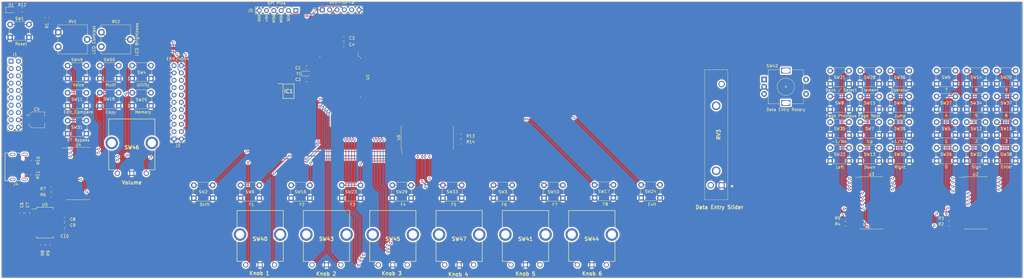
<source format=kicad_pcb>
(kicad_pcb (version 20171130) (host pcbnew "(5.1.10)-1")
  (title_block (date 2021-10-24))
  (layers (0 F.Cu signal) (31 B.Cu signal) (34 B.Paste user) (35 F.Paste user) (36 B.SilkS user) (37 F.SilkS user) (38 B.Mask user) (39 F.Mask user) (44 Edge.Cuts user))
  (net 0 "")
  (net 1 GND)
  (net 2 "Net-(C1-Pad1)")
  (net 3 "Net-(C2-Pad1)")
  (net 4 +5V)
  (net 5 /VBUS)
  (net 6 "Net-(C10-Pad2)")
  (net 7 "Net-(D1-Pad2)")
  (net 8 /SDA_D20)
  (net 9 /SCL_D21)
  (net 10 /UART_TX_3.3V)
  (net 11 /UART_RX_3.3V)
  (net 12 /MIDI_IN)
  (net 13 /MIDI_IN_INV)
  (net 14 /MIDI_OUT)
  (net 15 /MIDI_OUT_INV)
  (net 16 "Net-(J1-Pad9)")
  (net 17 "Net-(J1-Pad10)")
  (net 18 /SPDIF_OUT)
  (net 19 /I2S_MUTE)
  (net 20 /I2S_SDA)
  (net 21 /I2S_WS)
  (net 22 /I2S_SCK)
  (net 23 "Net-(J1-Pad16)")
  (net 24 "Net-(J1-Pad17)")
  (net 25 +3V3)
  (net 26 /MISO_D50)
  (net 27 /SCK_D52)
  (net 28 /MOSI_D51)
  (net 29 /RESET)
  (net 30 /V0)
  (net 31 /RX2_D17)
  (net 32 /TX3_D14)
  (net 33 /CD)
  (net 34 /NC)
  (net 35 /TX2_D16)
  (net 36 /D8)
  (net 37 /D9)
  (net 38 /D10)
  (net 39 /D11)
  (net 40 /D4)
  (net 41 /D5)
  (net 42 /D6)
  (net 43 /D7)
  (net 44 /VOUT)
  (net 45 /LED_A)
  (net 46 "Net-(J4-PadS2)")
  (net 47 "Net-(J4-PadS3)")
  (net 48 "Net-(J4-PadS1)")
  (net 49 "Net-(J4-PadS4)")
  (net 50 /D-)
  (net 51 /D+)
  (net 52 "Net-(J4-PadA8)")
  (net 53 "Net-(J4-PadB5)")
  (net 54 "Net-(J4-PadA5)")
  (net 55 "Net-(J4-PadB8)")
  (net 56 "Net-(R8-Pad2)")
  (net 57 /FK_Shift)
  (net 58 /FK_F6)
  (net 59 /MD_Utility)
  (net 60 /Numpad_1)
  (net 61 /Numpad_7)
  (net 62 /DPad_Up)
  (net 63 /DPad_Page_Prev)
  (net 64 /FK_F1)
  (net 65 /FK_F7)
  (net 66 /MD_Edit)
  (net 67 /Numpad_2)
  (net 68 /DPad_Down)
  (net 69 /Numpad_8)
  (net 70 /DPad_Page_Next)
  (net 71 /FK_F2)
  (net 72 /FK_F8)
  (net 73 /MD_Copy)
  (net 74 /Numpad_3)
  (net 75 /Numpad_9)
  (net 76 /DPad_Select)
  (net 77 /DPad_Left)
  (net 78 /FK_F3)
  (net 79 /FK_Exit)
  (net 80 /MD_Memory)
  (net 81 /Numpad_0)
  (net 82 /Numpad_4)
  (net 83 /DPad_Element)
  (net 84 /FK_F4)
  (net 85 /DPad_Right)
  (net 86 /MD_EF_Bypass)
  (net 87 /Numpad_Sign)
  (net 88 /FK_F5)
  (net 89 /Numpad_5)
  (net 90 /DPad_No)
  (net 91 /DPad_Operator)
  (net 92 /Numpad_6)
  (net 93 /Numpad_Enter)
  (net 94 /DPad_Yes)
  (net 95 /D24)
  (net 96 /D41)
  (net 97 /D13)
  (net 98 "Net-(U1-Pad27)")
  (net 99 "Net-(U1-Pad28)")
  (net 100 "Net-(U1-Pad29)")
  (net 101 /D49)
  (net 102 /D48)
  (net 103 /D47)
  (net 104 /D46)
  (net 105 /D45)
  (net 106 /D44)
  (net 107 /D43)
  (net 108 /D42)
  (net 109 /RX1_D45)
  (net 110 /TX1_D46)
  (net 111 "Net-(U1-Pad47)")
  (net 112 "Net-(U1-Pad48)")
  (net 113 "Net-(U1-Pad49)")
  (net 114 /D38)
  (net 115 /D40)
  (net 116 /D37)
  (net 117 /D36)
  (net 118 /D35)
  (net 119 /D34)
  (net 120 /D33)
  (net 121 /D32)
  (net 122 /D31)
  (net 123 /D30)
  (net 124 "Net-(U1-Pad65)")
  (net 125 "Net-(U1-Pad66)")
  (net 126 "Net-(U1-Pad67)")
  (net 127 "Net-(U1-Pad68)")
  (net 128 "Net-(U1-Pad69)")
  (net 129 /D39)
  (net 130 /D29)
  (net 131 /D28)
  (net 132 /D27)
  (net 133 /D26)
  (net 134 /D25)
  (net 135 /D23)
  (net 136 /D22)
  (net 137 "Net-(U1-Pad79)")
  (net 138 /A15)
  (net 139 /A14)
  (net 140 /A13)
  (net 141 /A12)
  (net 142 /A11)
  (net 143 /A10)
  (net 144 /A9)
  (net 145 /A8)
  (net 146 /A7)
  (net 147 /A6)
  (net 148 /A5)
  (net 149 /A4)
  (net 150 /A3)
  (net 151 /A2)
  (net 152 /A1)
  (net 153 /A0)
  (net 154 /AREF)
  (net 155 /AVR_TX)
  (net 156 /AVR_RX)
  (net 157 "Net-(U1-Pad4)")
  (net 158 /D2)
  (net 159 /D3)
  (net 160 "Net-(U1-Pad8)")
  (net 161 "Net-(U1-Pad9)")
  (net 162 "Net-(U1-Pad14)")
  (net 163 /SS_D53)
  (net 164 /D12)
  (net 165 "Net-(U2-Pad11)")
  (net 166 "Net-(U2-Pad14)")
  (net 167 "Net-(U2-Pad19)")
  (net 168 "Net-(U2-Pad20)")
  (net 169 "Net-(U3-Pad11)")
  (net 170 "Net-(U3-Pad14)")
  (net 171 "Net-(U3-Pad19)")
  (net 172 "Net-(U3-Pad20)")
  (net 173 "Net-(U4-Pad24)")
  (net 174 "Net-(U4-Pad23)")
  (net 175 "Net-(U4-Pad22)")
  (net 176 "Net-(U4-Pad20)")
  (net 177 "Net-(U4-Pad19)")
  (net 178 "Net-(U4-Pad14)")
  (net 179 "Net-(U4-Pad11)")
  (net 180 "Net-(U5-Pad2)")
  (net 181 "Net-(U5-Pad3)")
  (net 182 "Net-(U5-Pad6)")
  (net 183 "Net-(U5-Pad8)")
  (net 184 "Net-(U5-Pad9)")
  (net 185 "Net-(U5-Pad10)")
  (net 186 "Net-(U5-Pad11)")
  (net 187 "Net-(U5-Pad12)")
  (net 188 "Net-(U5-Pad13)")
  (net 189 "Net-(U5-Pad14)")
  (net 190 "Net-(U5-Pad22)")
  (net 191 "Net-(U5-Pad23)")
  (net 192 "Net-(U5-Pad24)")
  (net 193 "Net-(U5-Pad25)")
  (net 194 "Net-(U5-Pad26)")
  (net 195 "Net-(U5-Pad27)")
  (net 196 "Net-(U5-Pad28)")
  (net 197 "Net-(SW42-PadS2)")
  (net 198 "Net-(SW42-PadS1)")
  (net 199 /DPad_Jump)
  (net 200 /MD_Voice)
  (net 201 /MD_Multi)
  (net 202 "Net-(SW40-PadMH1)")
  (net 203 "Net-(SW40-PadMH2)")
  (net 204 "Net-(SW41-PadMH1)")
  (net 205 "Net-(SW41-PadMH2)")
  (net 206 "Net-(SW43-PadMH2)")
  (net 207 "Net-(SW43-PadMH1)")
  (net 208 "Net-(SW44-PadMH2)")
  (net 209 "Net-(SW44-PadMH1)")
  (net 210 "Net-(SW45-PadMH2)")
  (net 211 "Net-(SW45-PadMH1)")
  (net 212 "Net-(SW46-PadMH1)")
  (net 213 "Net-(SW46-PadMH2)")
  (net 214 "Net-(SW47-PadMH1)")
  (net 215 "Net-(SW47-PadMH2)")
  (net 216 "Net-(U2-Pad21)")
  (net 217 "Net-(U2-Pad22)")
  (net 218 "Net-(U2-Pad23)")
  (net 219 "Net-(U2-Pad24)")
  (net 220 "Net-(U3-Pad24)")
  (net 221 "Net-(U3-Pad23)")
  (net 222 "Net-(U3-Pad22)")
  (net 223 "Net-(U3-Pad21)")
  (net 224 "Net-(U4-Pad4)")
  (net 225 "Net-(U4-Pad5)")
  (net 226 "Net-(U4-Pad6)")
  (net 227 "Net-(U4-Pad7)")
  (net 228 "Net-(U4-Pad8)")
  (net 229 "Net-(U4-Pad21)")
  (net 230 "Net-(U6-Pad11)")
  (net 231 "Net-(U6-Pad14)")
  (net 232 "Net-(U6-Pad19)")
  (net 233 "Net-(U6-Pad20)")
  (net 234 "Net-(U6-Pad23)")
  (net 235 "Net-(U6-Pad24)")
  (net 236 "Net-(U6-Pad25)")
  (net 237 "Net-(U6-Pad26)")
  (net 238 "Net-(U6-Pad27)")
  (net 239 "Net-(U6-Pad28)")
  (module Connector_PinHeader_2.54mm:PinHeader_1x06_P2.54mm_Vertical (layer F.Cu) (at 113.03 41.91 270)
    (fp_text reference J5 (at 0 15.748 180) (layer F.SilkS))
    (fp_text value "SPI Pins" (at -2.54 6.6675 180) (layer F.SilkS))
    (pad 1 thru_hole rect (at 0 0 270) (size 1.7 1.7) (drill 1) (layers *.Cu *.Mask) (net 136 /D22))
    (pad 2 thru_hole oval (at 0 2.54 270) (size 1.7 1.7) (drill 1) (layers *.Cu *.Mask) (net 27 /SCK_D52))
    (pad 3 thru_hole oval (at 0 5.08 270) (size 1.7 1.7) (drill 1) (layers *.Cu *.Mask) (net 28 /MOSI_D51))
    (pad 4 thru_hole oval (at 0 7.62 270) (size 1.7 1.7) (drill 1) (layers *.Cu *.Mask) (net 26 /MISO_D50))
    (pad 5 thru_hole oval (at 0 10.16 270) (size 1.7 1.7) (drill 1) (layers *.Cu *.Mask) (net 4 +5V))
    (pad 6 thru_hole oval (at 0 12.7 270) (size 1.7 1.7) (drill 1) (layers *.Cu *.Mask) (net 1 GND))
  )
  (module Capacitor_SMD:C_0805_2012Metric_Pad1.18x1.45mm_HandSolder (layer F.Cu) (at 116.713 61.722 180)
    (fp_text reference C1 (at 2.921 0) (layer F.SilkS))
    (fp_text value 18-22pF)
    (pad 2 smd roundrect (at 1.0375 0 180) (size 1.175 1.45) (layers F.Cu F.Paste F.Mask) (roundrect_rratio 0.2127659574468085) (net 1 GND))
    (pad 1 smd roundrect (at -1.0375 0 180) (size 1.175 1.45) (layers F.Cu F.Paste F.Mask) (roundrect_rratio 0.2127659574468085) (net 2 "Net-(C1-Pad1)"))
  )
  (module Button_Switch_THT:SW_PUSH_6mm (layer F.Cu) (at 181.404378 102.362)
    (fp_text reference SW3 (at 3.25 2.286) (layer F.SilkS))
    (fp_text value F6 (at 3.75 6.7) (layer F.SilkS))
    (pad 1 thru_hole circle (at 6.5 0 90) (size 2 2) (drill 1.1) (layers *.Cu *.Mask) (net 58 /FK_F6))
    (pad 2 thru_hole circle (at 6.5 4.5 90) (size 2 2) (drill 1.1) (layers *.Cu *.Mask) (net 1 GND))
    (pad 1 thru_hole circle (at 0 0 90) (size 2 2) (drill 1.1) (layers *.Cu *.Mask) (net 58 /FK_F6))
    (pad 2 thru_hole circle (at 0 4.5 90) (size 2 2) (drill 1.1) (layers *.Cu *.Mask) (net 1 GND))
  )
  (module Capacitor_SMD:C_0805_2012Metric_Pad1.18x1.45mm_HandSolder (layer F.Cu) (at 33.02 116.205 180)
    (fp_text reference C9 (at -2.794 0) (layer F.SilkS))
    (fp_text value 0.1uF)
    (pad 1 smd roundrect (at -1.0375 0 180) (size 1.175 1.45) (layers F.Cu F.Paste F.Mask) (roundrect_rratio 0.2127659574468085) (net 1 GND))
    (pad 2 smd roundrect (at 1.0375 0 180) (size 1.175 1.45) (layers F.Cu F.Paste F.Mask) (roundrect_rratio 0.2127659574468085) (net 5 /VBUS))
  )
  (module Button_Switch_THT:SW_PUSH_6mm (layer F.Cu) (at 198.906187 102.362)
    (fp_text reference SW10 (at 3.25 2.286) (layer F.SilkS))
    (fp_text value F7 (at 3.75 6.7) (layer F.SilkS))
    (pad 2 thru_hole circle (at 0 4.5 90) (size 2 2) (drill 1.1) (layers *.Cu *.Mask) (net 1 GND))
    (pad 1 thru_hole circle (at 0 0 90) (size 2 2) (drill 1.1) (layers *.Cu *.Mask) (net 65 /FK_F7))
    (pad 2 thru_hole circle (at 6.5 4.5 90) (size 2 2) (drill 1.1) (layers *.Cu *.Mask) (net 1 GND))
    (pad 1 thru_hole circle (at 6.5 0 90) (size 2 2) (drill 1.1) (layers *.Cu *.Mask) (net 65 /FK_F7))
  )
  (module Button_Switch_THT:SW_PUSH_6mm (layer F.Cu) (at 14.1605 46.736)
    (fp_text reference SW1 (at 3.25 -2) (layer F.SilkS))
    (fp_text value Reset (at 3.75 6.7) (layer F.SilkS))
    (pad 2 thru_hole circle (at 0 4.5 90) (size 2 2) (drill 1.1) (layers *.Cu *.Mask) (net 1 GND))
    (pad 1 thru_hole circle (at 0 0 90) (size 2 2) (drill 1.1) (layers *.Cu *.Mask) (net 29 /RESET))
    (pad 2 thru_hole circle (at 6.5 4.5 90) (size 2 2) (drill 1.1) (layers *.Cu *.Mask) (net 1 GND))
    (pad 1 thru_hole circle (at 6.5 0 90) (size 2 2) (drill 1.1) (layers *.Cu *.Mask) (net 29 /RESET))
  )
  (module Resistor_SMD:R_0805_2012Metric_Pad1.20x1.40mm_HandSolder (layer F.Cu) (at 22.098 98.806 270)
    (fp_text reference R11 (at 0 -1.65 90) (layer F.SilkS))
    (fp_text value 5.1k)
    (pad 2 smd roundrect (at 1 0 270) (size 1.2 1.4) (layers F.Cu F.Paste F.Mask) (roundrect_rratio 0.2083325) (net 1 GND))
    (pad 1 smd roundrect (at -1 0 270) (size 1.2 1.4) (layers F.Cu F.Paste F.Mask) (roundrect_rratio 0.2083325) (net 53 "Net-(J4-PadB5)"))
  )
  (module Resistor_SMD:R_0805_2012Metric_Pad1.20x1.40mm_HandSolder (layer F.Cu) (at 28.321 103.632 180)
    (fp_text reference R7 (at 2.794 0) (layer F.SilkS))
    (fp_text value 4.7k)
    (pad 1 smd roundrect (at -1 0 180) (size 1.2 1.4) (layers F.Cu F.Paste F.Mask) (roundrect_rratio 0.2083325) (net 9 /SCL_D21))
    (pad 2 smd roundrect (at 1 0 180) (size 1.2 1.4) (layers F.Cu F.Paste F.Mask) (roundrect_rratio 0.2083325) (net 4 +5V))
  )
  (module Button_Switch_THT:SW_PUSH_6mm (layer F.Cu) (at 334.772 62.738)
    (fp_text reference SW6 (at 3.25 2.286) (layer F.SilkS))
    (fp_text value 7 (at 3.302 6.604) (layer F.SilkS))
    (pad 1 thru_hole circle (at 6.5 0 90) (size 2 2) (drill 1.1) (layers *.Cu *.Mask) (net 61 /Numpad_7))
    (pad 2 thru_hole circle (at 6.5 4.5 90) (size 2 2) (drill 1.1) (layers *.Cu *.Mask) (net 1 GND))
    (pad 1 thru_hole circle (at 0 0 90) (size 2 2) (drill 1.1) (layers *.Cu *.Mask) (net 61 /Numpad_7))
    (pad 2 thru_hole circle (at 0 4.5 90) (size 2 2) (drill 1.1) (layers *.Cu *.Mask) (net 1 GND))
  )
  (module Capacitor_SMD:C_0805_2012Metric_Pad1.18x1.45mm_HandSolder (layer F.Cu) (at 18.161 112.014 270)
    (fp_text reference C6 (at -2.794 0 90) (layer F.SilkS))
    (fp_text value 4.7uF)
    (pad 2 smd roundrect (at 1.0375 0 270) (size 1.175 1.45) (layers F.Cu F.Paste F.Mask) (roundrect_rratio 0.2127659574468085) (net 4 +5V))
    (pad 1 smd roundrect (at -1.0375 0 270) (size 1.175 1.45) (layers F.Cu F.Paste F.Mask) (roundrect_rratio 0.2127659574468085) (net 1 GND))
  )
  (module Capacitor_SMD:C_0805_2012Metric_Pad1.18x1.45mm_HandSolder (layer F.Cu) (at 33.02 118.364 180)
    (fp_text reference C10 (at 0 -1.68) (layer F.SilkS))
    (fp_text value 1uF)
    (pad 2 smd roundrect (at 1.0375 0 180) (size 1.175 1.45) (layers F.Cu F.Paste F.Mask) (roundrect_rratio 0.2127659574468085) (net 6 "Net-(C10-Pad2)"))
    (pad 1 smd roundrect (at -1.0375 0 180) (size 1.175 1.45) (layers F.Cu F.Paste F.Mask) (roundrect_rratio 0.2127659574468085) (net 1 GND))
  )
  (module Connector_PinHeader_2.54mm:PinHeader_1x06_P2.54mm_Vertical (layer F.Cu) (at 122.174 41.656 90)
    (fp_text reference J2 (at 0.127 -2.8575 180) (layer F.SilkS))
    (fp_text value AVR-ISP-6 (at 2.54 6.7945 180) (layer F.SilkS))
    (pad 1 thru_hole rect (at 0 0 90) (size 1.7 1.7) (drill 1) (layers *.Cu *.Mask) (net 26 /MISO_D50))
    (pad 2 thru_hole oval (at 0 2.54 90) (size 1.7 1.7) (drill 1) (layers *.Cu *.Mask) (net 4 +5V))
    (pad 3 thru_hole oval (at 0 5.08 90) (size 1.7 1.7) (drill 1) (layers *.Cu *.Mask) (net 27 /SCK_D52))
    (pad 4 thru_hole oval (at 0 7.62 90) (size 1.7 1.7) (drill 1) (layers *.Cu *.Mask) (net 28 /MOSI_D51))
    (pad 5 thru_hole oval (at 0 10.16 90) (size 1.7 1.7) (drill 1) (layers *.Cu *.Mask) (net 29 /RESET))
    (pad 6 thru_hole oval (at 0 12.7 90) (size 1.7 1.7) (drill 1) (layers *.Cu *.Mask) (net 1 GND))
  )
  (module Resistor_SMD:R_0805_2012Metric_Pad1.20x1.40mm_HandSolder (layer F.Cu) (at 303.276 113.792 180)
    (fp_text reference R5 (at 2.794 0) (layer F.SilkS))
    (fp_text value 4.7k)
    (pad 1 smd roundrect (at -1 0 180) (size 1.2 1.4) (layers F.Cu F.Paste F.Mask) (roundrect_rratio 0.2083325) (net 9 /SCL_D21))
    (pad 2 smd roundrect (at 1 0 180) (size 1.2 1.4) (layers F.Cu F.Paste F.Mask) (roundrect_rratio 0.2083325) (net 4 +5V))
  )
  (module LED_SMD:LED_0805_2012Metric_Pad1.15x1.40mm_HandSolder (layer F.Cu) (at 14.505001 41.672001)
    (fp_text reference D1 (at 0 -1.65) (layer F.SilkS))
    (fp_text value LED)
    (pad 1 smd roundrect (at -1.025 0) (size 1.15 1.4) (layers F.Cu F.Paste F.Mask) (roundrect_rratio 0.2173904347826087) (net 1 GND))
    (pad 2 smd roundrect (at 1.025 0) (size 1.15 1.4) (layers F.Cu F.Paste F.Mask) (roundrect_rratio 0.2173904347826087) (net 7 "Net-(D1-Pad2)"))
  )
  (module Resistor_SMD:R_0805_2012Metric_Pad1.20x1.40mm_HandSolder (layer F.Cu) (at 27.305 123.063 90)
    (fp_text reference R9 (at -2.794 0 90) (layer F.SilkS))
    (fp_text value 10k)
    (pad 1 smd roundrect (at -1 0 90) (size 1.2 1.4) (layers F.Cu F.Paste F.Mask) (roundrect_rratio 0.2083325) (net 56 "Net-(R8-Pad2)"))
    (pad 2 smd roundrect (at 1 0 90) (size 1.2 1.4) (layers F.Cu F.Paste F.Mask) (roundrect_rratio 0.2083325) (net 1 GND))
  )
  (module Resistor_SMD:R_0805_2012Metric_Pad1.20x1.40mm_HandSolder (layer F.Cu) (at 25.4 123.063 270)
    (fp_text reference R8 (at 2.794 0 90) (layer F.SilkS))
    (fp_text value 4.7k)
    (pad 2 smd roundrect (at 1 0 270) (size 1.2 1.4) (layers F.Cu F.Paste F.Mask) (roundrect_rratio 0.2083325) (net 56 "Net-(R8-Pad2)"))
    (pad 1 smd roundrect (at -1 0 270) (size 1.2 1.4) (layers F.Cu F.Paste F.Mask) (roundrect_rratio 0.2083325) (net 5 /VBUS))
  )
  (module Button_Switch_THT:SW_PUSH_6mm (layer F.Cu) (at 93.895333 102.362)
    (fp_text reference SW9 (at 3.25 2.286) (layer F.SilkS))
    (fp_text value F1 (at 3.75 6.7) (layer F.SilkS))
    (pad 2 thru_hole circle (at 0 4.5 90) (size 2 2) (drill 1.1) (layers *.Cu *.Mask) (net 1 GND))
    (pad 1 thru_hole circle (at 0 0 90) (size 2 2) (drill 1.1) (layers *.Cu *.Mask) (net 64 /FK_F1))
    (pad 2 thru_hole circle (at 6.5 4.5 90) (size 2 2) (drill 1.1) (layers *.Cu *.Mask) (net 1 GND))
    (pad 1 thru_hole circle (at 6.5 0 90) (size 2 2) (drill 1.1) (layers *.Cu *.Mask) (net 64 /FK_F1))
  )
  (module Connector_PinHeader_2.54mm:PinHeader_2x10_P2.54mm_Vertical (layer F.Cu) (at 14.478 59.436)
    (fp_text reference J1 (at 1.27 -2.33) (layer F.SilkS))
    (fp_text value "XFM2/XVA1 Extended Board Connector")
    (pad 1 thru_hole rect (at 0 0) (size 1.7 1.7) (drill 1) (layers *.Cu *.Mask) (net 10 /UART_TX_3.3V))
    (pad 2 thru_hole oval (at 2.54 0) (size 1.7 1.7) (drill 1) (layers *.Cu *.Mask) (net 11 /UART_RX_3.3V))
    (pad 3 thru_hole oval (at 0 2.54) (size 1.7 1.7) (drill 1) (layers *.Cu *.Mask) (net 12 /MIDI_IN))
    (pad 4 thru_hole oval (at 2.54 2.54) (size 1.7 1.7) (drill 1) (layers *.Cu *.Mask) (net 13 /MIDI_IN_INV))
    (pad 5 thru_hole oval (at 0 5.08) (size 1.7 1.7) (drill 1) (layers *.Cu *.Mask) (net 14 /MIDI_OUT))
    (pad 6 thru_hole oval (at 2.54 5.08) (size 1.7 1.7) (drill 1) (layers *.Cu *.Mask) (net 15 /MIDI_OUT_INV))
    (pad 7 thru_hole oval (at 0 7.62) (size 1.7 1.7) (drill 1) (layers *.Cu *.Mask) (net 109 /RX1_D45))
    (pad 8 thru_hole oval (at 2.54 7.62) (size 1.7 1.7) (drill 1) (layers *.Cu *.Mask) (net 110 /TX1_D46))
    (pad 9 thru_hole oval (at 0 10.16) (size 1.7 1.7) (drill 1) (layers *.Cu *.Mask) (net 16 "Net-(J1-Pad9)"))
    (pad 10 thru_hole oval (at 2.54 10.16) (size 1.7 1.7) (drill 1) (layers *.Cu *.Mask) (net 17 "Net-(J1-Pad10)"))
    (pad 11 thru_hole oval (at 0 12.7) (size 1.7 1.7) (drill 1) (layers *.Cu *.Mask) (net 18 /SPDIF_OUT))
    (pad 12 thru_hole oval (at 2.54 12.7) (size 1.7 1.7) (drill 1) (layers *.Cu *.Mask) (net 19 /I2S_MUTE))
    (pad 13 thru_hole oval (at 0 15.24) (size 1.7 1.7) (drill 1) (layers *.Cu *.Mask) (net 20 /I2S_SDA))
    (pad 14 thru_hole oval (at 2.54 15.24) (size 1.7 1.7) (drill 1) (layers *.Cu *.Mask) (net 21 /I2S_WS))
    (pad 15 thru_hole oval (at 0 17.78) (size 1.7 1.7) (drill 1) (layers *.Cu *.Mask) (net 22 /I2S_SCK))
    (pad 16 thru_hole oval (at 2.54 17.78) (size 1.7 1.7) (drill 1) (layers *.Cu *.Mask) (net 23 "Net-(J1-Pad16)"))
    (pad 17 thru_hole oval (at 0 20.32) (size 1.7 1.7) (drill 1) (layers *.Cu *.Mask) (net 24 "Net-(J1-Pad17)"))
    (pad 18 thru_hole oval (at 2.54 20.32) (size 1.7 1.7) (drill 1) (layers *.Cu *.Mask) (net 4 +5V))
    (pad 19 thru_hole oval (at 0 22.86) (size 1.7 1.7) (drill 1) (layers *.Cu *.Mask) (net 25 +3V3))
    (pad 20 thru_hole oval (at 2.54 22.86) (size 1.7 1.7) (drill 1) (layers *.Cu *.Mask) (net 1 GND))
  )
  (module Capacitor_SMD:C_0805_2012Metric_Pad1.18x1.45mm_HandSolder (layer F.Cu) (at 129.6035 51.689)
    (fp_text reference C3 (at 2.794 -0.254) (layer F.SilkS))
    (fp_text value 10nF)
    (pad 2 smd roundrect (at 1.0375 0) (size 1.175 1.45) (layers F.Cu F.Paste F.Mask) (roundrect_rratio 0.2127659574468085) (net 4 +5V))
    (pad 1 smd roundrect (at -1.0375 0) (size 1.175 1.45) (layers F.Cu F.Paste F.Mask) (roundrect_rratio 0.2127659574468085) (net 1 GND))
  )
  (module Capacitor_SMD:CP_Elec_5x4.4 (layer F.Cu) (at 23.368 79.756)
    (fp_text reference C5 (at 0 -3.7) (layer F.SilkS))
    (fp_text value 100uF)
    (pad 1 smd roundrect (at -2.2 0) (size 3 1.6) (layers F.Cu F.Paste F.Mask) (roundrect_rratio 0.15625) (net 4 +5V))
    (pad 2 smd roundrect (at 2.2 0) (size 3 1.6) (layers F.Cu F.Paste F.Mask) (roundrect_rratio 0.15625) (net 1 GND))
  )
  (module Capacitor_SMD:C_0805_2012Metric_Pad1.18x1.45mm_HandSolder (layer F.Cu) (at 20.193 112.014 90)
    (fp_text reference C7 (at 2.794 0 90) (layer F.SilkS))
    (fp_text value 0.1uF)
    (pad 1 smd roundrect (at -1.0375 0 90) (size 1.175 1.45) (layers F.Cu F.Paste F.Mask) (roundrect_rratio 0.2127659574468085) (net 4 +5V))
    (pad 2 smd roundrect (at 1.0375 0 90) (size 1.175 1.45) (layers F.Cu F.Paste F.Mask) (roundrect_rratio 0.2127659574468085) (net 1 GND))
  )
  (module samacsys:SOIC127P620X171-8N (layer F.Cu) (at 110.49 69.85)
    (fp_text reference IC1 (at 0 0) (layer F.SilkS) (effects (font (size 1.27 1.27) (thickness 0.254))))
    (fp_text value "BR24T1MF-3AME2 EEPROM (0x50/1010-000)" hide)
    (pad 1 smd rect (at -2.95 -1.905 90) (size 0.7 1.35) (layers F.Cu F.Paste F.Mask) (net 1 GND))
    (pad 2 smd rect (at -2.95 -0.635 90) (size 0.7 1.35) (layers F.Cu F.Paste F.Mask) (net 1 GND))
    (pad 3 smd rect (at -2.95 0.635 90) (size 0.7 1.35) (layers F.Cu F.Paste F.Mask) (net 1 GND))
    (pad 4 smd rect (at -2.95 1.905 90) (size 0.7 1.35) (layers F.Cu F.Paste F.Mask) (net 1 GND))
    (pad 5 smd rect (at 2.95 1.905 90) (size 0.7 1.35) (layers F.Cu F.Paste F.Mask) (net 8 /SDA_D20))
    (pad 6 smd rect (at 2.95 0.635 90) (size 0.7 1.35) (layers F.Cu F.Paste F.Mask) (net 9 /SCL_D21))
    (pad 7 smd rect (at 2.95 -0.635 90) (size 0.7 1.35) (layers F.Cu F.Paste F.Mask) (net 1 GND))
    (pad 8 smd rect (at 2.95 -1.905 90) (size 0.7 1.35) (layers F.Cu F.Paste F.Mask) (net 4 +5V))
  )
  (module samacsys:GCT_USB4105-GF-A (layer F.Cu) (at 14.986 96.012 270)
    (fp_text reference J4 (at 5.969 -1.143 180) (layer F.SilkS))
    (fp_text value USB4105-GF-A)
    (pad S2 thru_hole oval (at -4.32 0 270) (size 1 2) (drill oval 0.6 1.4) (layers *.Cu *.Mask) (net 46 "Net-(J4-PadS2)"))
    (pad S3 thru_hole oval (at 4.32 0 270) (size 1 2) (drill oval 0.6 1.4) (layers *.Cu *.Mask) (net 47 "Net-(J4-PadS3)"))
    (pad S1 thru_hole oval (at -4.32 -4.18 270) (size 1.05 2.1) (drill oval 0.6 1.7) (layers *.Cu *.Mask) (net 48 "Net-(J4-PadS1)"))
    (pad S4 thru_hole oval (at 4.32 -4.18 270) (size 1.05 2.1) (drill oval 0.6 1.7) (layers *.Cu *.Mask) (net 49 "Net-(J4-PadS4)"))
    (pad None np_thru_hole circle (at 2.89 -3.68 270) (size 0.65 0.65) (drill 0.65) (layers *.Cu *.Mask))
    (pad None np_thru_hole circle (at -2.89 -3.68 270) (size 0.65 0.65) (drill 0.65) (layers *.Cu *.Mask))
    (pad A1_B12 smd rect (at -3.2 -4.755 270) (size 0.6 1.15) (layers F.Cu F.Paste F.Mask) (net 1 GND))
    (pad B1_A12 smd rect (at 3.2 -4.755 270) (size 0.6 1.15) (layers F.Cu F.Paste F.Mask) (net 1 GND))
    (pad A4_B9 smd rect (at -2.4 -4.755 270) (size 0.6 1.15) (layers F.Cu F.Paste F.Mask) (net 5 /VBUS))
    (pad B4_A9 smd rect (at 2.4 -4.755 270) (size 0.6 1.15) (layers F.Cu F.Paste F.Mask) (net 5 /VBUS))
    (pad A7 smd rect (at 0.25 -4.755 270) (size 0.3 1.15) (layers F.Cu F.Paste F.Mask) (net 50 /D-))
    (pad A6 smd rect (at -0.25 -4.755 270) (size 0.3 1.15) (layers F.Cu F.Paste F.Mask) (net 51 /D+))
    (pad B6 smd rect (at 0.75 -4.755 270) (size 0.3 1.15) (layers F.Cu F.Paste F.Mask) (net 51 /D+))
    (pad A8 smd rect (at 1.25 -4.755 270) (size 0.3 1.15) (layers F.Cu F.Paste F.Mask) (net 52 "Net-(J4-PadA8)"))
    (pad B5 smd rect (at 1.75 -4.755 270) (size 0.3 1.15) (layers F.Cu F.Paste F.Mask) (net 53 "Net-(J4-PadB5)"))
    (pad B7 smd rect (at -0.75 -4.755 270) (size 0.3 1.15) (layers F.Cu F.Paste F.Mask) (net 50 /D-))
    (pad A5 smd rect (at -1.25 -4.755 270) (size 0.3 1.15) (layers F.Cu F.Paste F.Mask) (net 54 "Net-(J4-PadA5)"))
    (pad B8 smd rect (at -1.75 -4.755 270) (size 0.3 1.15) (layers F.Cu F.Paste F.Mask) (net 55 "Net-(J4-PadB8)"))
  )
  (module Resistor_SMD:R_0805_2012Metric_Pad1.20x1.40mm_HandSolder (layer F.Cu) (at 339.09 113.792 180)
    (fp_text reference R3 (at 2.794 0) (layer F.SilkS))
    (fp_text value 4.7k)
    (pad 2 smd roundrect (at 1 0 180) (size 1.2 1.4) (layers F.Cu F.Paste F.Mask) (roundrect_rratio 0.2083325) (net 4 +5V))
    (pad 1 smd roundrect (at -1 0 180) (size 1.2 1.4) (layers F.Cu F.Paste F.Mask) (roundrect_rratio 0.2083325) (net 9 /SCL_D21))
  )
  (module Resistor_SMD:R_0805_2012Metric_Pad1.20x1.40mm_HandSolder (layer F.Cu) (at 28.321 105.664)
    (fp_text reference R6 (at -2.794 0) (layer F.SilkS))
    (fp_text value 4.7k)
    (pad 2 smd roundrect (at 1 0) (size 1.2 1.4) (layers F.Cu F.Paste F.Mask) (roundrect_rratio 0.2083325) (net 8 /SDA_D20))
    (pad 1 smd roundrect (at -1 0) (size 1.2 1.4) (layers F.Cu F.Paste F.Mask) (roundrect_rratio 0.2083325) (net 4 +5V))
  )
  (module Capacitor_SMD:C_0805_2012Metric_Pad1.18x1.45mm_HandSolder (layer F.Cu) (at 129.6035 53.721)
    (fp_text reference C4 (at 2.794 0) (layer F.SilkS))
    (fp_text value 100nF)
    (pad 1 smd roundrect (at -1.0375 0) (size 1.175 1.45) (layers F.Cu F.Paste F.Mask) (roundrect_rratio 0.2127659574468085) (net 1 GND))
    (pad 2 smd roundrect (at 1.0375 0) (size 1.175 1.45) (layers F.Cu F.Paste F.Mask) (roundrect_rratio 0.2127659574468085) (net 4 +5V))
  )
  (module Resistor_SMD:R_0805_2012Metric_Pad1.20x1.40mm_HandSolder (layer F.Cu) (at 22.098 93.853 90)
    (fp_text reference R10 (at 0 1.778 90) (layer F.SilkS))
    (fp_text value 5.1k)
    (pad 1 smd roundrect (at -1 0 90) (size 1.2 1.4) (layers F.Cu F.Paste F.Mask) (roundrect_rratio 0.2083325) (net 54 "Net-(J4-PadA5)"))
    (pad 2 smd roundrect (at 1 0 90) (size 1.2 1.4) (layers F.Cu F.Paste F.Mask) (roundrect_rratio 0.2083325) (net 1 GND))
  )
  (module Resistor_SMD:R_0805_2012Metric_Pad1.20x1.40mm_HandSolder (layer F.Cu) (at 303.276 115.824)
    (fp_text reference R4 (at -2.794 0) (layer F.SilkS))
    (fp_text value 4.7k)
    (pad 2 smd roundrect (at 1 0) (size 1.2 1.4) (layers F.Cu F.Paste F.Mask) (roundrect_rratio 0.2083325) (net 8 /SDA_D20))
    (pad 1 smd roundrect (at -1 0) (size 1.2 1.4) (layers F.Cu F.Paste F.Mask) (roundrect_rratio 0.2083325) (net 4 +5V))
  )
  (module Capacitor_SMD:C_0805_2012Metric_Pad1.18x1.45mm_HandSolder (layer F.Cu) (at 33.02 114.173)
    (fp_text reference C8 (at 2.794 0) (layer F.SilkS))
    (fp_text value 4.7uF)
    (pad 1 smd roundrect (at -1.0375 0) (size 1.175 1.45) (layers F.Cu F.Paste F.Mask) (roundrect_rratio 0.2127659574468085) (net 5 /VBUS))
    (pad 2 smd roundrect (at 1.0375 0) (size 1.175 1.45) (layers F.Cu F.Paste F.Mask) (roundrect_rratio 0.2127659574468085) (net 1 GND))
  )
  (module Button_Switch_THT:SW_PUSH_6mm (layer F.Cu) (at 297.942 71.628)
    (fp_text reference SW8 (at 3.25 2.286) (layer F.SilkS))
    (fp_text value "Page Previous" (at 3.75 6.7) (layer F.SilkS))
    (pad 1 thru_hole circle (at 6.5 0 90) (size 2 2) (drill 1.1) (layers *.Cu *.Mask) (net 63 /DPad_Page_Prev))
    (pad 2 thru_hole circle (at 6.5 4.5 90) (size 2 2) (drill 1.1) (layers *.Cu *.Mask) (net 1 GND))
    (pad 1 thru_hole circle (at 0 0 90) (size 2 2) (drill 1.1) (layers *.Cu *.Mask) (net 63 /DPad_Page_Prev))
    (pad 2 thru_hole circle (at 0 4.5 90) (size 2 2) (drill 1.1) (layers *.Cu *.Mask) (net 1 GND))
  )
  (module Resistor_SMD:R_0805_2012Metric_Pad1.20x1.40mm_HandSolder (layer F.Cu) (at 18.288 41.656)
    (fp_text reference R12 (at 0 -1.65) (layer F.SilkS))
    (fp_text value 2k)
    (pad 2 smd roundrect (at 1 0) (size 1.2 1.4) (layers F.Cu F.Paste F.Mask) (roundrect_rratio 0.2083325) (net 4 +5V))
    (pad 1 smd roundrect (at -1 0) (size 1.2 1.4) (layers F.Cu F.Paste F.Mask) (roundrect_rratio 0.2083325) (net 7 "Net-(D1-Pad2)"))
  )
  (module Capacitor_SMD:C_0805_2012Metric_Pad1.18x1.45mm_HandSolder (layer F.Cu) (at 116.713 65.786 180)
    (fp_text reference C2 (at 2.921 0) (layer F.SilkS))
    (fp_text value 18-22pF)
    (pad 1 smd roundrect (at -1.0375 0 180) (size 1.175 1.45) (layers F.Cu F.Paste F.Mask) (roundrect_rratio 0.2127659574468085) (net 3 "Net-(C2-Pad1)"))
    (pad 2 smd roundrect (at 1.0375 0 180) (size 1.175 1.45) (layers F.Cu F.Paste F.Mask) (roundrect_rratio 0.2127659574468085) (net 1 GND))
  )
  (module Button_Switch_THT:SW_PUSH_6mm (layer F.Cu) (at 56.388 60.96)
    (fp_text reference SW4 (at 3.25 2.413) (layer F.SilkS))
    (fp_text value Utility (at 3.75 6.7) (layer F.SilkS))
    (pad 1 thru_hole circle (at 6.5 0 90) (size 2 2) (drill 1.1) (layers *.Cu *.Mask) (net 59 /MD_Utility))
    (pad 2 thru_hole circle (at 6.5 4.5 90) (size 2 2) (drill 1.1) (layers *.Cu *.Mask) (net 1 GND))
    (pad 1 thru_hole circle (at 0 0 90) (size 2 2) (drill 1.1) (layers *.Cu *.Mask) (net 59 /MD_Utility))
    (pad 2 thru_hole circle (at 0 4.5 90) (size 2 2) (drill 1.1) (layers *.Cu *.Mask) (net 1 GND))
  )
  (module Connector_PinHeader_2.54mm:PinHeader_2x11_P2.54mm_Vertical (layer B.Cu) (at 70.866 86.36)
    (fp_text reference J3 (at 1.27 2.33) (layer F.SilkS))
    (fp_text value ERM24064 (at 1.27 -27.73) (layer F.SilkS))
    (pad 1 thru_hole rect (at 0 0) (size 1.7 1.7) (drill 1) (layers *.Cu *.Mask) (net 1 GND))
    (pad 2 thru_hole oval (at 2.54 0) (size 1.7 1.7) (drill 1) (layers *.Cu *.Mask) (net 1 GND))
    (pad 3 thru_hole oval (at 0 -2.54) (size 1.7 1.7) (drill 1) (layers *.Cu *.Mask) (net 4 +5V))
    (pad 4 thru_hole oval (at 2.54 -2.54) (size 1.7 1.7) (drill 1) (layers *.Cu *.Mask) (net 30 /V0))
    (pad 5 thru_hole oval (at 0 -5.08) (size 1.7 1.7) (drill 1) (layers *.Cu *.Mask) (net 31 /RX2_D17))
    (pad 6 thru_hole oval (at 2.54 -5.08) (size 1.7 1.7) (drill 1) (layers *.Cu *.Mask) (net 4 +5V))
    (pad 7 thru_hole oval (at 0 -7.62) (size 1.7 1.7) (drill 1) (layers *.Cu *.Mask) (net 32 /TX3_D14))
    (pad 8 thru_hole oval (at 2.54 -7.62) (size 1.7 1.7) (drill 1) (layers *.Cu *.Mask) (net 33 /CD))
    (pad 9 thru_hole oval (at 0 -10.16) (size 1.7 1.7) (drill 1) (layers *.Cu *.Mask) (net 34 /NC))
    (pad 10 thru_hole oval (at 2.54 -10.16) (size 1.7 1.7) (drill 1) (layers *.Cu *.Mask) (net 35 /TX2_D16))
    (pad 11 thru_hole oval (at 0 -12.7) (size 1.7 1.7) (drill 1) (layers *.Cu *.Mask) (net 36 /D8))
    (pad 12 thru_hole oval (at 2.54 -12.7) (size 1.7 1.7) (drill 1) (layers *.Cu *.Mask) (net 37 /D9))
    (pad 13 thru_hole oval (at 0 -15.24) (size 1.7 1.7) (drill 1) (layers *.Cu *.Mask) (net 38 /D10))
    (pad 14 thru_hole oval (at 2.54 -15.24) (size 1.7 1.7) (drill 1) (layers *.Cu *.Mask) (net 39 /D11))
    (pad 15 thru_hole oval (at 0 -17.78) (size 1.7 1.7) (drill 1) (layers *.Cu *.Mask) (net 40 /D4))
    (pad 16 thru_hole oval (at 2.54 -17.78) (size 1.7 1.7) (drill 1) (layers *.Cu *.Mask) (net 41 /D5))
    (pad 17 thru_hole oval (at 0 -20.32) (size 1.7 1.7) (drill 1) (layers *.Cu *.Mask) (net 42 /D6))
    (pad 18 thru_hole oval (at 2.54 -20.32) (size 1.7 1.7) (drill 1) (layers *.Cu *.Mask) (net 43 /D7))
    (pad 19 thru_hole oval (at 0 -22.86) (size 1.7 1.7) (drill 1) (layers *.Cu *.Mask) (net 1 GND))
    (pad 20 thru_hole oval (at 2.54 -22.86) (size 1.7 1.7) (drill 1) (layers *.Cu *.Mask) (net 44 /VOUT))
    (pad 21 thru_hole oval (at 0 -25.4) (size 1.7 1.7) (drill 1) (layers *.Cu *.Mask) (net 45 /LED_A))
    (pad 22 thru_hole oval (at 2.54 -25.4) (size 1.7 1.7) (drill 1) (layers *.Cu *.Mask) (net 1 GND))
  )
  (module Resistor_SMD:R_0805_2012Metric_Pad1.20x1.40mm_HandSolder (layer F.Cu) (at 26.924 44.323 270)
    (fp_text reference R1 (at 2.794 0 90) (layer F.SilkS))
    (fp_text value 10k)
    (pad 1 smd roundrect (at -1 0 270) (size 1.2 1.4) (layers F.Cu F.Paste F.Mask) (roundrect_rratio 0.2083325) (net 4 +5V))
    (pad 2 smd roundrect (at 1 0 270) (size 1.2 1.4) (layers F.Cu F.Paste F.Mask) (roundrect_rratio 0.2083325) (net 29 /RESET))
  )
  (module Button_Switch_THT:SW_PUSH_6mm (layer F.Cu) (at 77.724 102.362)
    (fp_text reference SW2 (at 3.25 2.286) (layer F.SilkS))
    (fp_text value Shift (at 3.75 6.7) (layer F.SilkS))
    (pad 1 thru_hole circle (at 6.5 0 90) (size 2 2) (drill 1.1) (layers *.Cu *.Mask) (net 57 /FK_Shift))
    (pad 2 thru_hole circle (at 6.5 4.5 90) (size 2 2) (drill 1.1) (layers *.Cu *.Mask) (net 1 GND))
    (pad 1 thru_hole circle (at 0 0 90) (size 2 2) (drill 1.1) (layers *.Cu *.Mask) (net 57 /FK_Shift))
    (pad 2 thru_hole circle (at 0 4.5 90) (size 2 2) (drill 1.1) (layers *.Cu *.Mask) (net 1 GND))
  )
  (module Resistor_SMD:R_0805_2012Metric_Pad1.20x1.40mm_HandSolder (layer F.Cu) (at 339.09 115.824)
    (fp_text reference R2 (at -2.794 0) (layer F.SilkS))
    (fp_text value 4.7k)
    (pad 1 smd roundrect (at -1 0) (size 1.2 1.4) (layers F.Cu F.Paste F.Mask) (roundrect_rratio 0.2083325) (net 4 +5V))
    (pad 2 smd roundrect (at 1 0) (size 1.2 1.4) (layers F.Cu F.Paste F.Mask) (roundrect_rratio 0.2083325) (net 8 /SDA_D20))
  )
  (module Button_Switch_THT:SW_PUSH_6mm (layer F.Cu) (at 308.356 80.518)
    (fp_text reference SW7 (at 3.25 2.286) (layer F.SilkS))
    (fp_text value Up (at 3.302 6.7) (layer F.SilkS))
    (pad 1 thru_hole circle (at 6.5 0 90) (size 2 2) (drill 1.1) (layers *.Cu *.Mask) (net 62 /DPad_Up))
    (pad 2 thru_hole circle (at 6.5 4.5 90) (size 2 2) (drill 1.1) (layers *.Cu *.Mask) (net 1 GND))
    (pad 1 thru_hole circle (at 0 0 90) (size 2 2) (drill 1.1) (layers *.Cu *.Mask) (net 62 /DPad_Up))
    (pad 2 thru_hole circle (at 0 4.5 90) (size 2 2) (drill 1.1) (layers *.Cu *.Mask) (net 1 GND))
  )
  (module Button_Switch_THT:SW_PUSH_6mm (layer F.Cu) (at 334.772 80.518)
    (fp_text reference SW5 (at 3.25 2.286) (layer F.SilkS))
    (fp_text value 1 (at 3.302 6.604) (layer F.SilkS))
    (pad 1 thru_hole circle (at 6.5 0 90) (size 2 2) (drill 1.1) (layers *.Cu *.Mask) (net 60 /Numpad_1))
    (pad 2 thru_hole circle (at 6.5 4.5 90) (size 2 2) (drill 1.1) (layers *.Cu *.Mask) (net 1 GND))
    (pad 1 thru_hole circle (at 0 0 90) (size 2 2) (drill 1.1) (layers *.Cu *.Mask) (net 60 /Numpad_1))
    (pad 2 thru_hole circle (at 0 4.5 90) (size 2 2) (drill 1.1) (layers *.Cu *.Mask) (net 1 GND))
  )
  (module Button_Switch_THT:SW_PUSH_6mm (layer F.Cu) (at 34.036 70.358)
    (fp_text reference SW11 (at 3.25 2.286) (layer F.SilkS))
    (fp_text value Edit_Compare (at 3.75 6.7) (layer F.SilkS))
    (pad 2 thru_hole circle (at 0 4.5 90) (size 2 2) (drill 1.1) (layers *.Cu *.Mask) (net 1 GND))
    (pad 1 thru_hole circle (at 0 0 90) (size 2 2) (drill 1.1) (layers *.Cu *.Mask) (net 66 /MD_Edit))
    (pad 2 thru_hole circle (at 6.5 4.5 90) (size 2 2) (drill 1.1) (layers *.Cu *.Mask) (net 1 GND))
    (pad 1 thru_hole circle (at 6.5 0 90) (size 2 2) (drill 1.1) (layers *.Cu *.Mask) (net 66 /MD_Edit))
  )
  (module Button_Switch_THT:SW_PUSH_6mm (layer F.Cu) (at 345.186 80.518)
    (fp_text reference SW12 (at 3.25 2.286) (layer F.SilkS))
    (fp_text value 2 (at 3.302 6.604) (layer F.SilkS))
    (pad 2 thru_hole circle (at 0 4.5 90) (size 2 2) (drill 1.1) (layers *.Cu *.Mask) (net 1 GND))
    (pad 1 thru_hole circle (at 0 0 90) (size 2 2) (drill 1.1) (layers *.Cu *.Mask) (net 67 /Numpad_2))
    (pad 2 thru_hole circle (at 6.5 4.5 90) (size 2 2) (drill 1.1) (layers *.Cu *.Mask) (net 1 GND))
    (pad 1 thru_hole circle (at 6.5 0 90) (size 2 2) (drill 1.1) (layers *.Cu *.Mask) (net 67 /Numpad_2))
  )
  (module Button_Switch_THT:SW_PUSH_6mm (layer F.Cu) (at 355.6 80.518)
    (fp_text reference SW19 (at 3.25 2.286) (layer F.SilkS))
    (fp_text value 3 (at 3.302 6.604) (layer F.SilkS))
    (pad 1 thru_hole circle (at 6.5 0 90) (size 2 2) (drill 1.1) (layers *.Cu *.Mask) (net 74 /Numpad_3))
    (pad 2 thru_hole circle (at 6.5 4.5 90) (size 2 2) (drill 1.1) (layers *.Cu *.Mask) (net 1 GND))
    (pad 1 thru_hole circle (at 0 0 90) (size 2 2) (drill 1.1) (layers *.Cu *.Mask) (net 74 /Numpad_3))
    (pad 2 thru_hole circle (at 0 4.5 90) (size 2 2) (drill 1.1) (layers *.Cu *.Mask) (net 1 GND))
  )
  (module Button_Switch_THT:SW_PUSH_6mm (layer F.Cu) (at 355.6 62.738)
    (fp_text reference SW20 (at 3.25 2.286) (layer F.SilkS))
    (fp_text value 9 (at 3.302 6.604) (layer F.SilkS))
    (pad 1 thru_hole circle (at 6.5 0 90) (size 2 2) (drill 1.1) (layers *.Cu *.Mask) (net 75 /Numpad_9))
    (pad 2 thru_hole circle (at 6.5 4.5 90) (size 2 2) (drill 1.1) (layers *.Cu *.Mask) (net 1 GND))
    (pad 1 thru_hole circle (at 0 0 90) (size 2 2) (drill 1.1) (layers *.Cu *.Mask) (net 75 /Numpad_9))
    (pad 2 thru_hole circle (at 0 4.5 90) (size 2 2) (drill 1.1) (layers *.Cu *.Mask) (net 1 GND))
  )
  (module Button_Switch_THT:SW_PUSH_6mm (layer F.Cu) (at 232.537 102.235)
    (fp_text reference SW24 (at 3.25 2.286) (layer F.SilkS))
    (fp_text value Exit (at 3.75 6.7) (layer F.SilkS))
    (pad 2 thru_hole circle (at 0 4.5 90) (size 2 2) (drill 1.1) (layers *.Cu *.Mask) (net 1 GND))
    (pad 1 thru_hole circle (at 0 0 90) (size 2 2) (drill 1.1) (layers *.Cu *.Mask) (net 79 /FK_Exit))
    (pad 2 thru_hole circle (at 6.5 4.5 90) (size 2 2) (drill 1.1) (layers *.Cu *.Mask) (net 1 GND))
    (pad 1 thru_hole circle (at 6.5 0 90) (size 2 2) (drill 1.1) (layers *.Cu *.Mask) (net 79 /FK_Exit))
  )
  (module Button_Switch_THT:SW_PUSH_6mm (layer F.Cu) (at 56.388 70.358)
    (fp_text reference SW25 (at 3.175 2.413) (layer F.SilkS))
    (fp_text value Memory (at 3.75 6.7) (layer F.SilkS))
    (pad 1 thru_hole circle (at 6.5 0 90) (size 2 2) (drill 1.1) (layers *.Cu *.Mask) (net 80 /MD_Memory))
    (pad 2 thru_hole circle (at 6.5 4.5 90) (size 2 2) (drill 1.1) (layers *.Cu *.Mask) (net 1 GND))
    (pad 1 thru_hole circle (at 0 0 90) (size 2 2) (drill 1.1) (layers *.Cu *.Mask) (net 80 /MD_Memory))
    (pad 2 thru_hole circle (at 0 4.5 90) (size 2 2) (drill 1.1) (layers *.Cu *.Mask) (net 1 GND))
  )
  (module Button_Switch_THT:SW_PUSH_6mm (layer F.Cu) (at 297.942 62.738)
    (fp_text reference SW21 (at 3.25 2.286) (layer F.SilkS))
    (fp_text value "Bank / Select" (at 3.75 6.7) (layer F.SilkS))
    (pad 1 thru_hole circle (at 6.5 0 90) (size 2 2) (drill 1.1) (layers *.Cu *.Mask) (net 76 /DPad_Select))
    (pad 2 thru_hole circle (at 6.5 4.5 90) (size 2 2) (drill 1.1) (layers *.Cu *.Mask) (net 1 GND))
    (pad 1 thru_hole circle (at 0 0 90) (size 2 2) (drill 1.1) (layers *.Cu *.Mask) (net 76 /DPad_Select))
    (pad 2 thru_hole circle (at 0 4.5 90) (size 2 2) (drill 1.1) (layers *.Cu *.Mask) (net 1 GND))
  )
  (module Button_Switch_THT:SW_PUSH_6mm (layer F.Cu) (at 297.942 89.408)
    (fp_text reference SW22 (at 3.25 2.286) (layer F.SilkS))
    (fp_text value Left (at 3.302 6.7) (layer F.SilkS))
    (pad 1 thru_hole circle (at 6.5 0 90) (size 2 2) (drill 1.1) (layers *.Cu *.Mask) (net 77 /DPad_Left))
    (pad 2 thru_hole circle (at 6.5 4.5 90) (size 2 2) (drill 1.1) (layers *.Cu *.Mask) (net 1 GND))
    (pad 1 thru_hole circle (at 0 0 90) (size 2 2) (drill 1.1) (layers *.Cu *.Mask) (net 77 /DPad_Left))
    (pad 2 thru_hole circle (at 0 4.5 90) (size 2 2) (drill 1.1) (layers *.Cu *.Mask) (net 1 GND))
  )
  (module Button_Switch_THT:SW_PUSH_6mm (layer F.Cu) (at 308.356 62.738)
    (fp_text reference SW28 (at 3.25 2.286) (layer F.SilkS))
    (fp_text value Element (at 3.302 6.7) (layer F.SilkS))
    (pad 2 thru_hole circle (at 0 4.5 90) (size 2 2) (drill 1.1) (layers *.Cu *.Mask) (net 1 GND))
    (pad 1 thru_hole circle (at 0 0 90) (size 2 2) (drill 1.1) (layers *.Cu *.Mask) (net 83 /DPad_Element))
    (pad 2 thru_hole circle (at 6.5 4.5 90) (size 2 2) (drill 1.1) (layers *.Cu *.Mask) (net 1 GND))
    (pad 1 thru_hole circle (at 6.5 0 90) (size 2 2) (drill 1.1) (layers *.Cu *.Mask) (net 83 /DPad_Element))
  )
  (module Button_Switch_THT:SW_PUSH_6mm (layer F.Cu) (at 308.356 89.408)
    (fp_text reference SW13 (at 3.25 2.286) (layer F.SilkS))
    (fp_text value Down (at 3.302 6.7) (layer F.SilkS))
    (pad 2 thru_hole circle (at 0 4.5 90) (size 2 2) (drill 1.1) (layers *.Cu *.Mask) (net 1 GND))
    (pad 1 thru_hole circle (at 0 0 90) (size 2 2) (drill 1.1) (layers *.Cu *.Mask) (net 68 /DPad_Down))
    (pad 2 thru_hole circle (at 6.5 4.5 90) (size 2 2) (drill 1.1) (layers *.Cu *.Mask) (net 1 GND))
    (pad 1 thru_hole circle (at 6.5 0 90) (size 2 2) (drill 1.1) (layers *.Cu *.Mask) (net 68 /DPad_Down))
  )
  (module Button_Switch_THT:SW_PUSH_6mm (layer F.Cu) (at 308.356 71.628)
    (fp_text reference SW15 (at 3.25 2.286) (layer F.SilkS))
    (fp_text value "Page Next" (at 3.048 6.7) (layer F.SilkS))
    (pad 2 thru_hole circle (at 0 4.5 90) (size 2 2) (drill 1.1) (layers *.Cu *.Mask) (net 1 GND))
    (pad 1 thru_hole circle (at 0 0 90) (size 2 2) (drill 1.1) (layers *.Cu *.Mask) (net 70 /DPad_Page_Next))
    (pad 2 thru_hole circle (at 6.5 4.5 90) (size 2 2) (drill 1.1) (layers *.Cu *.Mask) (net 1 GND))
    (pad 1 thru_hole circle (at 6.5 0 90) (size 2 2) (drill 1.1) (layers *.Cu *.Mask) (net 70 /DPad_Page_Next))
  )
  (module Button_Switch_THT:SW_PUSH_6mm (layer F.Cu) (at 111.397142 102.362)
    (fp_text reference SW16 (at 3.217334 2.286) (layer F.SilkS))
    (fp_text value F2 (at 3.75 6.7) (layer F.SilkS))
    (pad 1 thru_hole circle (at 6.5 0 90) (size 2 2) (drill 1.1) (layers *.Cu *.Mask) (net 71 /FK_F2))
    (pad 2 thru_hole circle (at 6.5 4.5 90) (size 2 2) (drill 1.1) (layers *.Cu *.Mask) (net 1 GND))
    (pad 1 thru_hole circle (at 0 0 90) (size 2 2) (drill 1.1) (layers *.Cu *.Mask) (net 71 /FK_F2))
    (pad 2 thru_hole circle (at 0 4.5 90) (size 2 2) (drill 1.1) (layers *.Cu *.Mask) (net 1 GND))
  )
  (module Button_Switch_THT:SW_PUSH_6mm (layer F.Cu) (at 318.77 89.408)
    (fp_text reference SW30 (at 3.25 2.286) (layer F.SilkS))
    (fp_text value Right (at 3.302 6.7) (layer F.SilkS))
    (pad 2 thru_hole circle (at 0 4.5 90) (size 2 2) (drill 1.1) (layers *.Cu *.Mask) (net 1 GND))
    (pad 1 thru_hole circle (at 0 0 90) (size 2 2) (drill 1.1) (layers *.Cu *.Mask) (net 85 /DPad_Right))
    (pad 2 thru_hole circle (at 6.5 4.5 90) (size 2 2) (drill 1.1) (layers *.Cu *.Mask) (net 1 GND))
    (pad 1 thru_hole circle (at 6.5 0 90) (size 2 2) (drill 1.1) (layers *.Cu *.Mask) (net 85 /DPad_Right))
  )
  (module Button_Switch_THT:SW_PUSH_6mm (layer F.Cu) (at 345.186 62.738)
    (fp_text reference SW14 (at 3.25 2.286) (layer F.SilkS))
    (fp_text value 8 (at 3.302 6.604) (layer F.SilkS))
    (pad 2 thru_hole circle (at 0 4.5 90) (size 2 2) (drill 1.1) (layers *.Cu *.Mask) (net 1 GND))
    (pad 1 thru_hole circle (at 0 0 90) (size 2 2) (drill 1.1) (layers *.Cu *.Mask) (net 69 /Numpad_8))
    (pad 2 thru_hole circle (at 6.5 4.5 90) (size 2 2) (drill 1.1) (layers *.Cu *.Mask) (net 1 GND))
    (pad 1 thru_hole circle (at 6.5 0 90) (size 2 2) (drill 1.1) (layers *.Cu *.Mask) (net 69 /Numpad_8))
  )
  (module Button_Switch_THT:SW_PUSH_6mm (layer F.Cu) (at 345.186 89.408)
    (fp_text reference SW32 (at 3.25 2.286) (layer F.SilkS))
    (fp_text value Sign (at 3.302 6.604) (layer F.SilkS))
    (pad 2 thru_hole circle (at 0 4.5 90) (size 2 2) (drill 1.1) (layers *.Cu *.Mask) (net 1 GND))
    (pad 1 thru_hole circle (at 0 0 90) (size 2 2) (drill 1.1) (layers *.Cu *.Mask) (net 87 /Numpad_Sign))
    (pad 2 thru_hole circle (at 6.5 4.5 90) (size 2 2) (drill 1.1) (layers *.Cu *.Mask) (net 1 GND))
    (pad 1 thru_hole circle (at 6.5 0 90) (size 2 2) (drill 1.1) (layers *.Cu *.Mask) (net 87 /Numpad_Sign))
  )
  (module Button_Switch_THT:SW_PUSH_6mm (layer F.Cu) (at 128.898951 102.362)
    (fp_text reference SW23 (at 3.25 2.286) (layer F.SilkS))
    (fp_text value F3 (at 3.75 6.7) (layer F.SilkS))
    (pad 1 thru_hole circle (at 6.5 0 90) (size 2 2) (drill 1.1) (layers *.Cu *.Mask) (net 78 /FK_F3))
    (pad 2 thru_hole circle (at 6.5 4.5 90) (size 2 2) (drill 1.1) (layers *.Cu *.Mask) (net 1 GND))
    (pad 1 thru_hole circle (at 0 0 90) (size 2 2) (drill 1.1) (layers *.Cu *.Mask) (net 78 /FK_F3))
    (pad 2 thru_hole circle (at 0 4.5 90) (size 2 2) (drill 1.1) (layers *.Cu *.Mask) (net 1 GND))
  )
  (module Button_Switch_THT:SW_PUSH_6mm (layer F.Cu) (at 45.212 70.358)
    (fp_text reference SW18 (at 3.175 2.159) (layer F.SilkS))
    (fp_text value Copy (at 3.75 6.7) (layer F.SilkS))
    (pad 2 thru_hole circle (at 0 4.5 90) (size 2 2) (drill 1.1) (layers *.Cu *.Mask) (net 1 GND))
    (pad 1 thru_hole circle (at 0 0 90) (size 2 2) (drill 1.1) (layers *.Cu *.Mask) (net 73 /MD_Copy))
    (pad 2 thru_hole circle (at 6.5 4.5 90) (size 2 2) (drill 1.1) (layers *.Cu *.Mask) (net 1 GND))
    (pad 1 thru_hole circle (at 6.5 0 90) (size 2 2) (drill 1.1) (layers *.Cu *.Mask) (net 73 /MD_Copy))
  )
  (module Button_Switch_THT:SW_PUSH_6mm (layer F.Cu) (at 334.772 89.408)
    (fp_text reference SW26 (at 3.25 2.286) (layer F.SilkS))
    (fp_text value 0 (at 3.302 6.604) (layer F.SilkS))
    (pad 2 thru_hole circle (at 0 4.5 90) (size 2 2) (drill 1.1) (layers *.Cu *.Mask) (net 1 GND))
    (pad 1 thru_hole circle (at 0 0 90) (size 2 2) (drill 1.1) (layers *.Cu *.Mask) (net 81 /Numpad_0))
    (pad 2 thru_hole circle (at 6.5 4.5 90) (size 2 2) (drill 1.1) (layers *.Cu *.Mask) (net 1 GND))
    (pad 1 thru_hole circle (at 6.5 0 90) (size 2 2) (drill 1.1) (layers *.Cu *.Mask) (net 81 /Numpad_0))
  )
  (module Button_Switch_THT:SW_PUSH_6mm (layer F.Cu) (at 345.186 71.628)
    (fp_text reference SW34 (at 3.25 2.286) (layer F.SilkS))
    (fp_text value 5 (at 3.302 6.604) (layer F.SilkS))
    (pad 1 thru_hole circle (at 6.5 0 90) (size 2 2) (drill 1.1) (layers *.Cu *.Mask) (net 89 /Numpad_5))
    (pad 2 thru_hole circle (at 6.5 4.5 90) (size 2 2) (drill 1.1) (layers *.Cu *.Mask) (net 1 GND))
    (pad 1 thru_hole circle (at 0 0 90) (size 2 2) (drill 1.1) (layers *.Cu *.Mask) (net 89 /Numpad_5))
    (pad 2 thru_hole circle (at 0 4.5 90) (size 2 2) (drill 1.1) (layers *.Cu *.Mask) (net 1 GND))
  )
  (module Button_Switch_THT:SW_PUSH_6mm (layer F.Cu) (at 334.772 71.628)
    (fp_text reference SW27 (at 3.25 2.286) (layer F.SilkS))
    (fp_text value 4 (at 3.302 6.604) (layer F.SilkS))
    (pad 2 thru_hole circle (at 0 4.5 90) (size 2 2) (drill 1.1) (layers *.Cu *.Mask) (net 1 GND))
    (pad 1 thru_hole circle (at 0 0 90) (size 2 2) (drill 1.1) (layers *.Cu *.Mask) (net 82 /Numpad_4))
    (pad 2 thru_hole circle (at 6.5 4.5 90) (size 2 2) (drill 1.1) (layers *.Cu *.Mask) (net 1 GND))
    (pad 1 thru_hole circle (at 6.5 0 90) (size 2 2) (drill 1.1) (layers *.Cu *.Mask) (net 82 /Numpad_4))
  )
  (module Button_Switch_THT:SW_PUSH_6mm (layer F.Cu) (at 146.40076 102.362)
    (fp_text reference SW29 (at 3.25 2.286) (layer F.SilkS))
    (fp_text value F4 (at 3.75 6.7) (layer F.SilkS))
    (pad 1 thru_hole circle (at 6.5 0 90) (size 2 2) (drill 1.1) (layers *.Cu *.Mask) (net 84 /FK_F4))
    (pad 2 thru_hole circle (at 6.5 4.5 90) (size 2 2) (drill 1.1) (layers *.Cu *.Mask) (net 1 GND))
    (pad 1 thru_hole circle (at 0 0 90) (size 2 2) (drill 1.1) (layers *.Cu *.Mask) (net 84 /FK_F4))
    (pad 2 thru_hole circle (at 0 4.5 90) (size 2 2) (drill 1.1) (layers *.Cu *.Mask) (net 1 GND))
  )
  (module Button_Switch_THT:SW_PUSH_6mm (layer F.Cu) (at 34.036 80.01)
    (fp_text reference SW31 (at 3.25 2.286) (layer F.SilkS))
    (fp_text value "EF Bypass" (at 3.75 6.7) (layer F.SilkS))
    (pad 2 thru_hole circle (at 0 4.5 90) (size 2 2) (drill 1.1) (layers *.Cu *.Mask) (net 1 GND))
    (pad 1 thru_hole circle (at 0 0 90) (size 2 2) (drill 1.1) (layers *.Cu *.Mask) (net 86 /MD_EF_Bypass))
    (pad 2 thru_hole circle (at 6.5 4.5 90) (size 2 2) (drill 1.1) (layers *.Cu *.Mask) (net 1 GND))
    (pad 1 thru_hole circle (at 6.5 0 90) (size 2 2) (drill 1.1) (layers *.Cu *.Mask) (net 86 /MD_EF_Bypass))
  )
  (module Button_Switch_THT:SW_PUSH_6mm (layer F.Cu) (at 297.942 80.518)
    (fp_text reference SW35 (at 3.25 2.286) (layer F.SilkS))
    (fp_text value -1/No (at 3.048 6.7) (layer F.SilkS))
    (pad 1 thru_hole circle (at 6.5 0 90) (size 2 2) (drill 1.1) (layers *.Cu *.Mask) (net 90 /DPad_No))
    (pad 2 thru_hole circle (at 6.5 4.5 90) (size 2 2) (drill 1.1) (layers *.Cu *.Mask) (net 1 GND))
    (pad 1 thru_hole circle (at 0 0 90) (size 2 2) (drill 1.1) (layers *.Cu *.Mask) (net 90 /DPad_No))
    (pad 2 thru_hole circle (at 0 4.5 90) (size 2 2) (drill 1.1) (layers *.Cu *.Mask) (net 1 GND))
  )
  (module Button_Switch_THT:SW_PUSH_6mm (layer F.Cu) (at 163.902569 102.362)
    (fp_text reference SW33 (at 3.25 2.286) (layer F.SilkS))
    (fp_text value F5 (at 3.75 6.7) (layer F.SilkS))
    (pad 2 thru_hole circle (at 0 4.5 90) (size 2 2) (drill 1.1) (layers *.Cu *.Mask) (net 1 GND))
    (pad 1 thru_hole circle (at 0 0 90) (size 2 2) (drill 1.1) (layers *.Cu *.Mask) (net 88 /FK_F5))
    (pad 2 thru_hole circle (at 6.5 4.5 90) (size 2 2) (drill 1.1) (layers *.Cu *.Mask) (net 1 GND))
    (pad 1 thru_hole circle (at 6.5 0 90) (size 2 2) (drill 1.1) (layers *.Cu *.Mask) (net 88 /FK_F5))
  )
  (module Button_Switch_THT:SW_PUSH_6mm (layer F.Cu) (at 216.408 102.235)
    (fp_text reference SW17 (at 3.217336 2.286) (layer F.SilkS))
    (fp_text value F8 (at 3.75 6.7) (layer F.SilkS))
    (pad 1 thru_hole circle (at 6.5 0 90) (size 2 2) (drill 1.1) (layers *.Cu *.Mask) (net 72 /FK_F8))
    (pad 2 thru_hole circle (at 6.5 4.5 90) (size 2 2) (drill 1.1) (layers *.Cu *.Mask) (net 1 GND))
    (pad 1 thru_hole circle (at 0 0 90) (size 2 2) (drill 1.1) (layers *.Cu *.Mask) (net 72 /FK_F8))
    (pad 2 thru_hole circle (at 0 4.5 90) (size 2 2) (drill 1.1) (layers *.Cu *.Mask) (net 1 GND))
  )
  (module Button_Switch_THT:SW_PUSH_6mm (layer F.Cu) (at 318.77 71.628)
    (fp_text reference SW48 (at 3.25 2.286) (layer F.SilkS))
    (fp_text value Jump (at 3.302 6.7) (layer F.SilkS))
    (pad 2 thru_hole circle (at 0 4.5 90) (size 2 2) (drill 1.1) (layers *.Cu *.Mask) (net 1 GND))
    (pad 1 thru_hole circle (at 0 0 90) (size 2 2) (drill 1.1) (layers *.Cu *.Mask) (net 199 /DPad_Jump))
    (pad 2 thru_hole circle (at 6.5 4.5 90) (size 2 2) (drill 1.1) (layers *.Cu *.Mask) (net 1 GND))
    (pad 1 thru_hole circle (at 6.5 0 90) (size 2 2) (drill 1.1) (layers *.Cu *.Mask) (net 199 /DPad_Jump))
  )
  (module samacsys:PEC164015FN0024 (layer F.Cu) (at 210.439 129.921)
    (fp_text reference SW44 (at 5 -8.95) (layer F.SilkS) (effects (font (size 1.27 1.27) (thickness 0.254))))
    (fp_text value "Knob 6" (at 5.083999 3.009999) (layer F.SilkS) (effects (font (size 1.27 1.27) (thickness 0.254))))
    (pad MH2 thru_hole circle (at 11.95 -10.5) (size 4.35 4.35) (drill 2.9) (layers *.Cu *.Mask) (net 208 "Net-(SW44-PadMH2)"))
    (pad MH1 thru_hole circle (at -1.95 -10.5) (size 4.35 4.35) (drill 2.9) (layers *.Cu *.Mask) (net 209 "Net-(SW44-PadMH1)"))
    (pad C1 thru_hole circle (at 10 0) (size 1.8 1.8) (drill 1.2) (layers *.Cu *.Mask) (net 132 /D27))
    (pad B1 thru_hole circle (at 5 0) (size 1.8 1.8) (drill 1.2) (layers *.Cu *.Mask) (net 1 GND))
    (pad A1 thru_hole circle (at 0 0) (size 1.8 1.8) (drill 1.2) (layers *.Cu *.Mask) (net 131 /D28))
  )
  (module Crystal:Crystal_SMD_2012-2Pin_2.0x1.2mm_HandSoldering (layer F.Cu) (at 116.713 63.754)
    (fp_text reference Y1 (at -2.667 0) (layer F.SilkS))
    (fp_text value "Crystal 16MHz")
    (pad 1 smd rect (at -0.925 0) (size 1.05 1.1) (layers F.Cu F.Paste F.Mask) (net 2 "Net-(C1-Pad1)"))
    (pad 2 smd rect (at 0.925 0) (size 1.05 1.1) (layers F.Cu F.Paste F.Mask) (net 3 "Net-(C2-Pad1)"))
  )
  (module Potentiometer_THT:Potentiometer_ACP_CA9-V10_Vertical (layer F.Cu) (at 30.7975 54.4195)
    (fp_text reference RV1 (at 5 -8.65) (layer F.SilkS))
    (fp_text value 20k)
    (fp_text user "LCD Contrast" (at 12.319 -2.3495 270) (layer F.SilkS))
    (pad 1 thru_hole circle (at 0 0) (size 2.34 2.34) (drill 1.3) (layers *.Cu *.Mask) (net 44 /VOUT))
    (pad 2 thru_hole circle (at 10 -2.5) (size 2.34 2.34) (drill 1.3) (layers *.Cu *.Mask) (net 30 /V0))
    (pad 3 thru_hole circle (at 0 -5) (size 2.34 2.34) (drill 1.3) (layers *.Cu *.Mask) (net 1 GND))
  )
  (module samacsys:PEC164015FN0024 (layer F.Cu) (at 51.2445 98.2345)
    (fp_text reference SW46 (at 5 -8.95) (layer F.SilkS) (effects (font (size 1.27 1.27) (thickness 0.254))))
    (fp_text value Volume (at 5 3.196999) (layer F.SilkS) (effects (font (size 1.27 1.27) (thickness 0.254))))
    (pad A1 thru_hole circle (at 0 0) (size 1.8 1.8) (drill 1.2) (layers *.Cu *.Mask) (net 96 /D41))
    (pad B1 thru_hole circle (at 5 0) (size 1.8 1.8) (drill 1.2) (layers *.Cu *.Mask) (net 1 GND))
    (pad C1 thru_hole circle (at 10 0) (size 1.8 1.8) (drill 1.2) (layers *.Cu *.Mask) (net 115 /D40))
    (pad MH1 thru_hole circle (at -1.95 -10.5) (size 4.35 4.35) (drill 2.9) (layers *.Cu *.Mask) (net 212 "Net-(SW46-PadMH1)"))
    (pad MH2 thru_hole circle (at 11.95 -10.5) (size 4.35 4.35) (drill 2.9) (layers *.Cu *.Mask) (net 213 "Net-(SW46-PadMH2)"))
  )
  (module Potentiometer_THT:Potentiometer_ACP_CA9-V10_Vertical (layer F.Cu) (at 45.72 54.4195)
    (fp_text reference RV2 (at 5 -8.65) (layer F.SilkS))
    (fp_text value 1k)
    (fp_text user "LCD Brightness" (at 12.2555 -2.54 90) (layer F.SilkS))
    (pad 3 thru_hole circle (at 0 -5) (size 2.34 2.34) (drill 1.3) (layers *.Cu *.Mask) (net 45 /LED_A))
    (pad 2 thru_hole circle (at 10 -2.5) (size 2.34 2.34) (drill 1.3) (layers *.Cu *.Mask) (net 45 /LED_A))
    (pad 1 thru_hole circle (at 0 0) (size 2.34 2.34) (drill 1.3) (layers *.Cu *.Mask) (net 4 +5V))
  )
  (module Button_Switch_THT:SW_PUSH_6mm (layer F.Cu) (at 45.212 60.96)
    (fp_text reference SW50 (at 3.25 -2) (layer F.SilkS))
    (fp_text value Multi (at 3.75 6.7) (layer F.SilkS))
    (pad 2 thru_hole circle (at 0 4.5 90) (size 2 2) (drill 1.1) (layers *.Cu *.Mask) (net 1 GND))
    (pad 1 thru_hole circle (at 0 0 90) (size 2 2) (drill 1.1) (layers *.Cu *.Mask) (net 201 /MD_Multi))
    (pad 2 thru_hole circle (at 6.5 4.5 90) (size 2 2) (drill 1.1) (layers *.Cu *.Mask) (net 1 GND))
    (pad 1 thru_hole circle (at 6.5 0 90) (size 2 2) (drill 1.1) (layers *.Cu *.Mask) (net 201 /MD_Multi))
  )
  (module samacsys:RS30111A9012 (layer F.Cu) (at 260.35 102.362 90)
    (fp_text reference RV3 (at 17.5 -1.025 90) (layer F.SilkS) (effects (font (size 1.27 1.27) (thickness 0.254))))
    (fp_text value "Data Entry Slider" (at -7.62 -0.762 180) (layer F.SilkS) (effects (font (size 1.27 1.27) (thickness 0.254))))
    (pad 1 thru_hole circle (at 0 0 90) (size 2.25 2.25) (drill 1.5) (layers *.Cu *.Mask) (net 1 GND))
    (pad 2 thru_hole circle (at 0 -3.75 90) (size 2.25 2.25) (drill 1.5) (layers *.Cu *.Mask) (net 153 /A0))
    (pad 3 thru_hole circle (at 35 0 90) (size 2.25 2.25) (drill 1.5) (layers *.Cu *.Mask) (net 4 +5V))
    (pad MH1 thru_hole circle (at 5 -1.875 90) (size 3 3) (drill 2) (layers *.Cu *.Mask))
    (pad MH2 thru_hole circle (at 27.5 -1.875 90) (size 3 3) (drill 2) (layers *.Cu *.Mask))
  )
  (module samacsys:PEC164015FN0024 (layer F.Cu) (at 118.6178 129.921)
    (fp_text reference SW43 (at 5 -8.95) (layer F.SilkS) (effects (font (size 1.27 1.27) (thickness 0.254))))
    (fp_text value "Knob 2" (at 4.907499 3.073499) (layer F.SilkS) (effects (font (size 1.27 1.27) (thickness 0.254))))
    (pad MH2 thru_hole circle (at 11.95 -10.5) (size 4.35 4.35) (drill 2.9) (layers *.Cu *.Mask) (net 206 "Net-(SW43-PadMH2)"))
    (pad MH1 thru_hole circle (at -1.95 -10.5) (size 4.35 4.35) (drill 2.9) (layers *.Cu *.Mask) (net 207 "Net-(SW43-PadMH1)"))
    (pad C1 thru_hole circle (at 10 0) (size 1.8 1.8) (drill 1.2) (layers *.Cu *.Mask) (net 119 /D34))
    (pad B1 thru_hole circle (at 5 0) (size 1.8 1.8) (drill 1.2) (layers *.Cu *.Mask) (net 1 GND))
    (pad A1 thru_hole circle (at 0 0) (size 1.8 1.8) (drill 1.2) (layers *.Cu *.Mask) (net 118 /D35))
  )
  (module samacsys:PEC164015FN0024 (layer F.Cu) (at 95.662501 129.921)
    (fp_text reference SW40 (at 5 -8.95) (layer F.SilkS) (effects (font (size 1.27 1.27) (thickness 0.254))))
    (fp_text value "Knob 1" (at 4.730999 2.882999) (layer F.SilkS) (effects (font (size 1.27 1.27) (thickness 0.254))))
    (pad A1 thru_hole circle (at 0 0) (size 1.8 1.8) (drill 1.2) (layers *.Cu *.Mask) (net 116 /D37))
    (pad B1 thru_hole circle (at 5 0) (size 1.8 1.8) (drill 1.2) (layers *.Cu *.Mask) (net 1 GND))
    (pad C1 thru_hole circle (at 10 0) (size 1.8 1.8) (drill 1.2) (layers *.Cu *.Mask) (net 117 /D36))
    (pad MH1 thru_hole circle (at -1.95 -10.5) (size 4.35 4.35) (drill 2.9) (layers *.Cu *.Mask) (net 202 "Net-(SW40-PadMH1)"))
    (pad MH2 thru_hole circle (at 11.95 -10.5) (size 4.35 4.35) (drill 2.9) (layers *.Cu *.Mask) (net 203 "Net-(SW40-PadMH2)"))
  )
  (module samacsys:PEC164015FN0024 (layer F.Cu) (at 164.528398 129.921)
    (fp_text reference SW47 (at 5 -8.95) (layer F.SilkS) (effects (font (size 1.27 1.27) (thickness 0.254))))
    (fp_text value "Knob 4" (at 4.688999 3.263999) (layer F.SilkS) (effects (font (size 1.27 1.27) (thickness 0.254))))
    (pad A1 thru_hole circle (at 0 0) (size 1.8 1.8) (drill 1.2) (layers *.Cu *.Mask) (net 122 /D31))
    (pad B1 thru_hole circle (at 5 0) (size 1.8 1.8) (drill 1.2) (layers *.Cu *.Mask) (net 1 GND))
    (pad C1 thru_hole circle (at 10 0) (size 1.8 1.8) (drill 1.2) (layers *.Cu *.Mask) (net 123 /D30))
    (pad MH1 thru_hole circle (at -1.95 -10.5) (size 4.35 4.35) (drill 2.9) (layers *.Cu *.Mask) (net 214 "Net-(SW47-PadMH1)"))
    (pad MH2 thru_hole circle (at 11.95 -10.5) (size 4.35 4.35) (drill 2.9) (layers *.Cu *.Mask) (net 215 "Net-(SW47-PadMH2)"))
  )
  (module Button_Switch_THT:SW_PUSH_6mm (layer F.Cu) (at 34.036 60.96)
    (fp_text reference SW49 (at 3.25 -2) (layer F.SilkS))
    (fp_text value Voice (at 3.75 6.7) (layer F.SilkS))
    (pad 1 thru_hole circle (at 6.5 0 90) (size 2 2) (drill 1.1) (layers *.Cu *.Mask) (net 200 /MD_Voice))
    (pad 2 thru_hole circle (at 6.5 4.5 90) (size 2 2) (drill 1.1) (layers *.Cu *.Mask) (net 1 GND))
    (pad 1 thru_hole circle (at 0 0 90) (size 2 2) (drill 1.1) (layers *.Cu *.Mask) (net 200 /MD_Voice))
    (pad 2 thru_hole circle (at 0 4.5 90) (size 2 2) (drill 1.1) (layers *.Cu *.Mask) (net 1 GND))
  )
  (module Rotary_Encoder:RotaryEncoder_Alps_EC11E-Switch_Vertical_H20mm (layer F.Cu) (at 275.082 65.786)
    (fp_text reference SW42 (at 2.8 -4.7) (layer F.SilkS))
    (fp_text value "Data Entry Rotary" (at 7.5 10.4) (layer F.SilkS))
    (pad A thru_hole rect (at 0 0) (size 2 2) (drill 1) (layers *.Cu *.Mask) (net 133 /D26))
    (pad C thru_hole circle (at 0 2.5) (size 2 2) (drill 1) (layers *.Cu *.Mask) (net 1 GND))
    (pad B thru_hole circle (at 0 5) (size 2 2) (drill 1) (layers *.Cu *.Mask) (net 134 /D25))
    (pad MP thru_hole rect (at 7.5 -3.1) (size 3.2 2) (drill oval 2.8 1.5) (layers *.Cu *.Mask))
    (pad MP thru_hole rect (at 7.5 8.1) (size 3.2 2) (drill oval 2.8 1.5) (layers *.Cu *.Mask))
    (pad S2 thru_hole circle (at 14.5 0) (size 2 2) (drill 1) (layers *.Cu *.Mask) (net 197 "Net-(SW42-PadS2)"))
    (pad S1 thru_hole circle (at 14.5 5) (size 2 2) (drill 1) (layers *.Cu *.Mask) (net 198 "Net-(SW42-PadS1)"))
  )
  (module samacsys:PEC164015FN0024 (layer F.Cu) (at 187.483697 129.921)
    (fp_text reference SW41 (at 5 -8.95) (layer F.SilkS) (effects (font (size 1.27 1.27) (thickness 0.254))))
    (fp_text value "Knob 5" (at 4.984999 3.069999) (layer F.SilkS) (effects (font (size 1.27 1.27) (thickness 0.254))))
    (pad A1 thru_hole circle (at 0 0) (size 1.8 1.8) (drill 1.2) (layers *.Cu *.Mask) (net 129 /D39))
    (pad B1 thru_hole circle (at 5 0) (size 1.8 1.8) (drill 1.2) (layers *.Cu *.Mask) (net 1 GND))
    (pad C1 thru_hole circle (at 10 0) (size 1.8 1.8) (drill 1.2) (layers *.Cu *.Mask) (net 130 /D29))
    (pad MH1 thru_hole circle (at -1.95 -10.5) (size 4.35 4.35) (drill 2.9) (layers *.Cu *.Mask) (net 204 "Net-(SW41-PadMH1)"))
    (pad MH2 thru_hole circle (at 11.95 -10.5) (size 4.35 4.35) (drill 2.9) (layers *.Cu *.Mask) (net 205 "Net-(SW41-PadMH2)"))
  )
  (module samacsys:PEC164015FN0024 (layer F.Cu) (at 141.573099 129.921)
    (fp_text reference SW45 (at 5 -8.95) (layer F.SilkS) (effects (font (size 1.27 1.27) (thickness 0.254))))
    (fp_text value "Knob 3" (at 4.589999 2.942999) (layer F.SilkS) (effects (font (size 1.27 1.27) (thickness 0.254))))
    (pad MH2 thru_hole circle (at 11.95 -10.5) (size 4.35 4.35) (drill 2.9) (layers *.Cu *.Mask) (net 210 "Net-(SW45-PadMH2)"))
    (pad MH1 thru_hole circle (at -1.95 -10.5) (size 4.35 4.35) (drill 2.9) (layers *.Cu *.Mask) (net 211 "Net-(SW45-PadMH1)"))
    (pad C1 thru_hole circle (at 10 0) (size 1.8 1.8) (drill 1.2) (layers *.Cu *.Mask) (net 121 /D32))
    (pad B1 thru_hole circle (at 5 0) (size 1.8 1.8) (drill 1.2) (layers *.Cu *.Mask) (net 1 GND))
    (pad A1 thru_hole circle (at 0 0) (size 1.8 1.8) (drill 1.2) (layers *.Cu *.Mask) (net 120 /D33))
  )
  (module Button_Switch_THT:SW_PUSH_6mm (layer F.Cu) (at 318.77 80.518)
    (fp_text reference SW39 (at 3.25 2.286) (layer F.SilkS))
    (fp_text value +1/Yes (at 3.048 6.7) (layer F.SilkS))
    (pad 2 thru_hole circle (at 0 4.5 90) (size 2 2) (drill 1.1) (layers *.Cu *.Mask) (net 1 GND))
    (pad 1 thru_hole circle (at 0 0 90) (size 2 2) (drill 1.1) (layers *.Cu *.Mask) (net 94 /DPad_Yes))
    (pad 2 thru_hole circle (at 6.5 4.5 90) (size 2 2) (drill 1.1) (layers *.Cu *.Mask) (net 1 GND))
    (pad 1 thru_hole circle (at 6.5 0 90) (size 2 2) (drill 1.1) (layers *.Cu *.Mask) (net 94 /DPad_Yes))
  )
  (module Package_SO:SSOP-28_5.3x10.2mm_P0.65mm (layer F.Cu) (at 26.162 115.316)
    (fp_text reference U5 (at 0 -6.25) (layer F.SilkS))
    (fp_text value CY7C65213-28PVXI)
    (pad 1 smd rect (at -3.6 -4.225) (size 1.75 0.45) (layers F.Cu F.Paste F.Mask) (net 155 /AVR_TX))
    (pad 2 smd rect (at -3.6 -3.575) (size 1.75 0.45) (layers F.Cu F.Paste F.Mask) (net 180 "Net-(U5-Pad2)"))
    (pad 3 smd rect (at -3.6 -2.925) (size 1.75 0.45) (layers F.Cu F.Paste F.Mask) (net 181 "Net-(U5-Pad3)"))
    (pad 4 smd rect (at -3.6 -2.275) (size 1.75 0.45) (layers F.Cu F.Paste F.Mask) (net 4 +5V))
    (pad 5 smd rect (at -3.6 -1.625) (size 1.75 0.45) (layers F.Cu F.Paste F.Mask) (net 156 /AVR_RX))
    (pad 6 smd rect (at -3.6 -0.975) (size 1.75 0.45) (layers F.Cu F.Paste F.Mask) (net 182 "Net-(U5-Pad6)"))
    (pad 7 smd rect (at -3.6 -0.325) (size 1.75 0.45) (layers F.Cu F.Paste F.Mask) (net 1 GND))
    (pad 8 smd rect (at -3.6 0.325) (size 1.75 0.45) (layers F.Cu F.Paste F.Mask) (net 183 "Net-(U5-Pad8)"))
    (pad 9 smd rect (at -3.6 0.975) (size 1.75 0.45) (layers F.Cu F.Paste F.Mask) (net 184 "Net-(U5-Pad9)"))
    (pad 10 smd rect (at -3.6 1.625) (size 1.75 0.45) (layers F.Cu F.Paste F.Mask) (net 185 "Net-(U5-Pad10)"))
    (pad 11 smd rect (at -3.6 2.275) (size 1.75 0.45) (layers F.Cu F.Paste F.Mask) (net 186 "Net-(U5-Pad11)"))
    (pad 12 smd rect (at -3.6 2.925) (size 1.75 0.45) (layers F.Cu F.Paste F.Mask) (net 187 "Net-(U5-Pad12)"))
    (pad 13 smd rect (at -3.6 3.575) (size 1.75 0.45) (layers F.Cu F.Paste F.Mask) (net 188 "Net-(U5-Pad13)"))
    (pad 14 smd rect (at -3.6 4.225) (size 1.75 0.45) (layers F.Cu F.Paste F.Mask) (net 189 "Net-(U5-Pad14)"))
    (pad 15 smd rect (at 3.6 4.225) (size 1.75 0.45) (layers F.Cu F.Paste F.Mask) (net 51 /D+))
    (pad 16 smd rect (at 3.6 3.575) (size 1.75 0.45) (layers F.Cu F.Paste F.Mask) (net 50 /D-))
    (pad 17 smd rect (at 3.6 2.925) (size 1.75 0.45) (layers F.Cu F.Paste F.Mask) (net 6 "Net-(C10-Pad2)"))
    (pad 18 smd rect (at 3.6 2.275) (size 1.75 0.45) (layers F.Cu F.Paste F.Mask) (net 1 GND))
    (pad 19 smd rect (at 3.6 1.625) (size 1.75 0.45) (layers F.Cu F.Paste F.Mask) (net 56 "Net-(R8-Pad2)"))
    (pad 20 smd rect (at 3.6 0.975) (size 1.75 0.45) (layers F.Cu F.Paste F.Mask) (net 5 /VBUS))
    (pad 21 smd rect (at 3.6 0.325) (size 1.75 0.45) (layers F.Cu F.Paste F.Mask) (net 1 GND))
    (pad 22 smd rect (at 3.6 -0.325) (size 1.75 0.45) (layers F.Cu F.Paste F.Mask) (net 190 "Net-(U5-Pad22)"))
    (pad 23 smd rect (at 3.6 -0.975) (size 1.75 0.45) (layers F.Cu F.Paste F.Mask) (net 191 "Net-(U5-Pad23)"))
    (pad 24 smd rect (at 3.6 -1.625) (size 1.75 0.45) (layers F.Cu F.Paste F.Mask) (net 192 "Net-(U5-Pad24)"))
    (pad 25 smd rect (at 3.6 -2.275) (size 1.75 0.45) (layers F.Cu F.Paste F.Mask) (net 193 "Net-(U5-Pad25)"))
    (pad 26 smd rect (at 3.6 -2.925) (size 1.75 0.45) (layers F.Cu F.Paste F.Mask) (net 194 "Net-(U5-Pad26)"))
    (pad 27 smd rect (at 3.6 -3.575) (size 1.75 0.45) (layers F.Cu F.Paste F.Mask) (net 195 "Net-(U5-Pad27)"))
    (pad 28 smd rect (at 3.6 -4.225) (size 1.75 0.45) (layers F.Cu F.Paste F.Mask) (net 196 "Net-(U5-Pad28)"))
  )
  (module Button_Switch_THT:SW_PUSH_6mm (layer F.Cu) (at 355.6 89.408)
    (fp_text reference SW38 (at 3.25 2.286) (layer F.SilkS))
    (fp_text value Enter (at 3.302 6.604) (layer F.SilkS))
    (pad 2 thru_hole circle (at 0 4.5 90) (size 2 2) (drill 1.1) (layers *.Cu *.Mask) (net 1 GND))
    (pad 1 thru_hole circle (at 0 0 90) (size 2 2) (drill 1.1) (layers *.Cu *.Mask) (net 93 /Numpad_Enter))
    (pad 2 thru_hole circle (at 6.5 4.5 90) (size 2 2) (drill 1.1) (layers *.Cu *.Mask) (net 1 GND))
    (pad 1 thru_hole circle (at 6.5 0 90) (size 2 2) (drill 1.1) (layers *.Cu *.Mask) (net 93 /Numpad_Enter))
  )
  (module Package_SO:SOIC-28W_7.5x17.9mm_P1.27mm (layer F.Cu) (at 348.234 108.458)
    (fp_text reference U2 (at 0 -9.9) (layer F.SilkS))
    (fp_text value "MCP23017_SO (0x20)")
    (pad 1 smd roundrect (at -4.65 -8.255) (size 2.05 0.6) (layers F.Cu F.Paste F.Mask) (net 81 /Numpad_0))
    (pad 2 smd roundrect (at -4.65 -6.985) (size 2.05 0.6) (layers F.Cu F.Paste F.Mask) (net 60 /Numpad_1))
    (pad 3 smd roundrect (at -4.65 -5.715) (size 2.05 0.6) (layers F.Cu F.Paste F.Mask) (net 82 /Numpad_4))
    (pad 4 smd roundrect (at -4.65 -4.445) (size 2.05 0.6) (layers F.Cu F.Paste F.Mask) (net 61 /Numpad_7))
    (pad 5 smd roundrect (at -4.65 -3.175) (size 2.05 0.6) (layers F.Cu F.Paste F.Mask) (net 87 /Numpad_Sign))
    (pad 6 smd roundrect (at -4.65 -1.905) (size 2.05 0.6) (layers F.Cu F.Paste F.Mask) (net 67 /Numpad_2))
    (pad 7 smd roundrect (at -4.65 -0.635) (size 2.05 0.6) (layers F.Cu F.Paste F.Mask) (net 89 /Numpad_5))
    (pad 8 smd roundrect (at -4.65 0.635) (size 2.05 0.6) (layers F.Cu F.Paste F.Mask) (net 69 /Numpad_8))
    (pad 9 smd roundrect (at -4.65 1.905) (size 2.05 0.6) (layers F.Cu F.Paste F.Mask) (net 4 +5V))
    (pad 10 smd roundrect (at -4.65 3.175) (size 2.05 0.6) (layers F.Cu F.Paste F.Mask) (net 1 GND))
    (pad 11 smd roundrect (at -4.65 4.445) (size 2.05 0.6) (layers F.Cu F.Paste F.Mask) (net 165 "Net-(U2-Pad11)"))
    (pad 12 smd roundrect (at -4.65 5.715) (size 2.05 0.6) (layers F.Cu F.Paste F.Mask) (net 9 /SCL_D21))
    (pad 13 smd roundrect (at -4.65 6.985) (size 2.05 0.6) (layers F.Cu F.Paste F.Mask) (net 8 /SDA_D20))
    (pad 14 smd roundrect (at -4.65 8.255) (size 2.05 0.6) (layers F.Cu F.Paste F.Mask) (net 166 "Net-(U2-Pad14)"))
    (pad 15 smd roundrect (at 4.65 8.255) (size 2.05 0.6) (layers F.Cu F.Paste F.Mask) (net 1 GND))
    (pad 16 smd roundrect (at 4.65 6.985) (size 2.05 0.6) (layers F.Cu F.Paste F.Mask) (net 1 GND))
    (pad 17 smd roundrect (at 4.65 5.715) (size 2.05 0.6) (layers F.Cu F.Paste F.Mask) (net 1 GND))
    (pad 18 smd roundrect (at 4.65 4.445) (size 2.05 0.6) (layers F.Cu F.Paste F.Mask) (net 1 GND))
    (pad 19 smd roundrect (at 4.65 3.175) (size 2.05 0.6) (layers F.Cu F.Paste F.Mask) (net 167 "Net-(U2-Pad19)"))
    (pad 20 smd roundrect (at 4.65 1.905) (size 2.05 0.6) (layers F.Cu F.Paste F.Mask) (net 168 "Net-(U2-Pad20)"))
    (pad 21 smd roundrect (at 4.65 0.635) (size 2.05 0.6) (layers F.Cu F.Paste F.Mask) (net 216 "Net-(U2-Pad21)"))
    (pad 22 smd roundrect (at 4.65 -0.635) (size 2.05 0.6) (layers F.Cu F.Paste F.Mask) (net 217 "Net-(U2-Pad22)"))
    (pad 23 smd roundrect (at 4.65 -1.905) (size 2.05 0.6) (layers F.Cu F.Paste F.Mask) (net 218 "Net-(U2-Pad23)"))
    (pad 24 smd roundrect (at 4.65 -3.175) (size 2.05 0.6) (layers F.Cu F.Paste F.Mask) (net 219 "Net-(U2-Pad24)"))
    (pad 25 smd roundrect (at 4.65 -4.445) (size 2.05 0.6) (layers F.Cu F.Paste F.Mask) (net 75 /Numpad_9))
    (pad 26 smd roundrect (at 4.65 -5.715) (size 2.05 0.6) (layers F.Cu F.Paste F.Mask) (net 92 /Numpad_6))
    (pad 27 smd roundrect (at 4.65 -6.985) (size 2.05 0.6) (layers F.Cu F.Paste F.Mask) (net 74 /Numpad_3))
    (pad 28 smd roundrect (at 4.65 -8.255) (size 2.05 0.6) (layers F.Cu F.Paste F.Mask) (net 93 /Numpad_Enter))
  )
  (module Package_SO:SOIC-28W_7.5x17.9mm_P1.27mm (layer F.Cu) (at 312.166 108.458)
    (fp_text reference U3 (at 0 -9.9) (layer F.SilkS))
    (fp_text value "MCP23017_SO (0x21)")
    (pad 28 smd roundrect (at 4.65 -8.255) (size 2.05 0.6) (layers F.Cu F.Paste F.Mask) (net 85 /DPad_Right))
    (pad 27 smd roundrect (at 4.65 -6.985) (size 2.05 0.6) (layers F.Cu F.Paste F.Mask) (net 94 /DPad_Yes))
    (pad 26 smd roundrect (at 4.65 -5.715) (size 2.05 0.6) (layers F.Cu F.Paste F.Mask) (net 199 /DPad_Jump))
    (pad 25 smd roundrect (at 4.65 -4.445) (size 2.05 0.6) (layers F.Cu F.Paste F.Mask) (net 91 /DPad_Operator))
    (pad 24 smd roundrect (at 4.65 -3.175) (size 2.05 0.6) (layers F.Cu F.Paste F.Mask) (net 220 "Net-(U3-Pad24)"))
    (pad 23 smd roundrect (at 4.65 -1.905) (size 2.05 0.6) (layers F.Cu F.Paste F.Mask) (net 221 "Net-(U3-Pad23)"))
    (pad 22 smd roundrect (at 4.65 -0.635) (size 2.05 0.6) (layers F.Cu F.Paste F.Mask) (net 222 "Net-(U3-Pad22)"))
    (pad 21 smd roundrect (at 4.65 0.635) (size 2.05 0.6) (layers F.Cu F.Paste F.Mask) (net 223 "Net-(U3-Pad21)"))
    (pad 20 smd roundrect (at 4.65 1.905) (size 2.05 0.6) (layers F.Cu F.Paste F.Mask) (net 172 "Net-(U3-Pad20)"))
    (pad 19 smd roundrect (at 4.65 3.175) (size 2.05 0.6) (layers F.Cu F.Paste F.Mask) (net 171 "Net-(U3-Pad19)"))
    (pad 18 smd roundrect (at 4.65 4.445) (size 2.05 0.6) (layers F.Cu F.Paste F.Mask) (net 1 GND))
    (pad 17 smd roundrect (at 4.65 5.715) (size 2.05 0.6) (layers F.Cu F.Paste F.Mask) (net 1 GND))
    (pad 16 smd roundrect (at 4.65 6.985) (size 2.05 0.6) (layers F.Cu F.Paste F.Mask) (net 1 GND))
    (pad 15 smd roundrect (at 4.65 8.255) (size 2.05 0.6) (layers F.Cu F.Paste F.Mask) (net 4 +5V))
    (pad 14 smd roundrect (at -4.65 8.255) (size 2.05 0.6) (layers F.Cu F.Paste F.Mask) (net 170 "Net-(U3-Pad14)"))
    (pad 13 smd roundrect (at -4.65 6.985) (size 2.05 0.6) (layers F.Cu F.Paste F.Mask) (net 8 /SDA_D20))
    (pad 12 smd roundrect (at -4.65 5.715) (size 2.05 0.6) (layers F.Cu F.Paste F.Mask) (net 9 /SCL_D21))
    (pad 11 smd roundrect (at -4.65 4.445) (size 2.05 0.6) (layers F.Cu F.Paste F.Mask) (net 169 "Net-(U3-Pad11)"))
    (pad 10 smd roundrect (at -4.65 3.175) (size 2.05 0.6) (layers F.Cu F.Paste F.Mask) (net 1 GND))
    (pad 9 smd roundrect (at -4.65 1.905) (size 2.05 0.6) (layers F.Cu F.Paste F.Mask) (net 4 +5V))
    (pad 8 smd roundrect (at -4.65 0.635) (size 2.05 0.6) (layers F.Cu F.Paste F.Mask) (net 83 /DPad_Element))
    (pad 7 smd roundrect (at -4.65 -0.635) (size 2.05 0.6) (layers F.Cu F.Paste F.Mask) (net 70 /DPad_Page_Next))
    (pad 6 smd roundrect (at -4.65 -1.905) (size 2.05 0.6) (layers F.Cu F.Paste F.Mask) (net 62 /DPad_Up))
    (pad 5 smd roundrect (at -4.65 -3.175) (size 2.05 0.6) (layers F.Cu F.Paste F.Mask) (net 68 /DPad_Down))
    (pad 4 smd roundrect (at -4.65 -4.445) (size 2.05 0.6) (layers F.Cu F.Paste F.Mask) (net 76 /DPad_Select))
    (pad 3 smd roundrect (at -4.65 -5.715) (size 2.05 0.6) (layers F.Cu F.Paste F.Mask) (net 63 /DPad_Page_Prev))
    (pad 2 smd roundrect (at -4.65 -6.985) (size 2.05 0.6) (layers F.Cu F.Paste F.Mask) (net 90 /DPad_No))
    (pad 1 smd roundrect (at -4.65 -8.255) (size 2.05 0.6) (layers F.Cu F.Paste F.Mask) (net 77 /DPad_Left))
  )
  (module Package_SO:SOIC-28W_7.5x17.9mm_P1.27mm (layer F.Cu) (at 37.719 98.298)
    (fp_text reference U4 (at 0 -9.9) (layer F.SilkS))
    (fp_text value "MCP23017_SO (0x22)")
    (pad 1 smd roundrect (at -4.65 -8.255) (size 2.05 0.6) (layers F.Cu F.Paste F.Mask) (net 86 /MD_EF_Bypass))
    (pad 2 smd roundrect (at -4.65 -6.985) (size 2.05 0.6) (layers F.Cu F.Paste F.Mask) (net 66 /MD_Edit))
    (pad 3 smd roundrect (at -4.65 -5.715) (size 2.05 0.6) (layers F.Cu F.Paste F.Mask) (net 200 /MD_Voice))
    (pad 4 smd roundrect (at -4.65 -4.445) (size 2.05 0.6) (layers F.Cu F.Paste F.Mask) (net 224 "Net-(U4-Pad4)"))
    (pad 5 smd roundrect (at -4.65 -3.175) (size 2.05 0.6) (layers F.Cu F.Paste F.Mask) (net 225 "Net-(U4-Pad5)"))
    (pad 6 smd roundrect (at -4.65 -1.905) (size 2.05 0.6) (layers F.Cu F.Paste F.Mask) (net 226 "Net-(U4-Pad6)"))
    (pad 7 smd roundrect (at -4.65 -0.635) (size 2.05 0.6) (layers F.Cu F.Paste F.Mask) (net 227 "Net-(U4-Pad7)"))
    (pad 8 smd roundrect (at -4.65 0.635) (size 2.05 0.6) (layers F.Cu F.Paste F.Mask) (net 228 "Net-(U4-Pad8)"))
    (pad 9 smd roundrect (at -4.65 1.905) (size 2.05 0.6) (layers F.Cu F.Paste F.Mask) (net 4 +5V))
    (pad 10 smd roundrect (at -4.65 3.175) (size 2.05 0.6) (layers F.Cu F.Paste F.Mask) (net 1 GND))
    (pad 11 smd roundrect (at -4.65 4.445) (size 2.05 0.6) (layers F.Cu F.Paste F.Mask) (net 179 "Net-(U4-Pad11)"))
    (pad 12 smd roundrect (at -4.65 5.715) (size 2.05 0.6) (layers F.Cu F.Paste F.Mask) (net 9 /SCL_D21))
    (pad 13 smd roundrect (at -4.65 6.985) (size 2.05 0.6) (layers F.Cu F.Paste F.Mask) (net 8 /SDA_D20))
    (pad 14 smd roundrect (at -4.65 8.255) (size 2.05 0.6) (layers F.Cu F.Paste F.Mask) (net 178 "Net-(U4-Pad14)"))
    (pad 15 smd roundrect (at 4.65 8.255) (size 2.05 0.6) (layers F.Cu F.Paste F.Mask) (net 1 GND))
    (pad 16 smd roundrect (at 4.65 6.985) (size 2.05 0.6) (layers F.Cu F.Paste F.Mask) (net 4 +5V))
    (pad 17 smd roundrect (at 4.65 5.715) (size 2.05 0.6) (layers F.Cu F.Paste F.Mask) (net 1 GND))
    (pad 18 smd roundrect (at 4.65 4.445) (size 2.05 0.6) (layers F.Cu F.Paste F.Mask) (net 1 GND))
    (pad 19 smd roundrect (at 4.65 3.175) (size 2.05 0.6) (layers F.Cu F.Paste F.Mask) (net 177 "Net-(U4-Pad19)"))
    (pad 20 smd roundrect (at 4.65 1.905) (size 2.05 0.6) (layers F.Cu F.Paste F.Mask) (net 176 "Net-(U4-Pad20)"))
    (pad 21 smd roundrect (at 4.65 0.635) (size 2.05 0.6) (layers F.Cu F.Paste F.Mask) (net 229 "Net-(U4-Pad21)"))
    (pad 22 smd roundrect (at 4.65 -0.635) (size 2.05 0.6) (layers F.Cu F.Paste F.Mask) (net 175 "Net-(U4-Pad22)"))
    (pad 23 smd roundrect (at 4.65 -1.905) (size 2.05 0.6) (layers F.Cu F.Paste F.Mask) (net 174 "Net-(U4-Pad23)"))
    (pad 24 smd roundrect (at 4.65 -3.175) (size 2.05 0.6) (layers F.Cu F.Paste F.Mask) (net 173 "Net-(U4-Pad24)"))
    (pad 25 smd roundrect (at 4.65 -4.445) (size 2.05 0.6) (layers F.Cu F.Paste F.Mask) (net 59 /MD_Utility))
    (pad 26 smd roundrect (at 4.65 -5.715) (size 2.05 0.6) (layers F.Cu F.Paste F.Mask) (net 80 /MD_Memory))
    (pad 27 smd roundrect (at 4.65 -6.985) (size 2.05 0.6) (layers F.Cu F.Paste F.Mask) (net 201 /MD_Multi))
    (pad 28 smd roundrect (at 4.65 -8.255) (size 2.05 0.6) (layers F.Cu F.Paste F.Mask) (net 73 /MD_Copy))
  )
  (module digikey-footprints:TQFP-100_14x14mm (layer F.Cu) (at 128.397 64.897 270)
    (fp_text reference U1 (at 0 -9.5 90) (layer F.SilkS))
    (fp_text value ATMEGA2560-16AU)
    (pad 1 smd rect (at -7.7 -6 270) (size 1.5 0.3) (layers F.Cu F.Paste F.Mask) (net 40 /D4))
    (pad 76 smd rect (at 6 -7.7 270) (size 0.3 1.5) (layers F.Cu F.Paste F.Mask) (net 95 /D24))
    (pad 51 smd rect (at 7.7 6 270) (size 1.5 0.3) (layers F.Cu F.Paste F.Mask) (net 96 /D41))
    (pad 26 smd rect (at -6 7.7 270) (size 0.3 1.5) (layers F.Cu F.Paste F.Mask) (net 97 /D13))
    (pad 27 smd rect (at -5.5 7.7 270) (size 0.3 1.5) (layers F.Cu F.Paste F.Mask) (net 98 "Net-(U1-Pad27)"))
    (pad 28 smd rect (at -5 7.7 270) (size 0.3 1.5) (layers F.Cu F.Paste F.Mask) (net 99 "Net-(U1-Pad28)"))
    (pad 29 smd rect (at -4.5 7.7 270) (size 0.3 1.5) (layers F.Cu F.Paste F.Mask) (net 100 "Net-(U1-Pad29)"))
    (pad 30 smd rect (at -4 7.7 270) (size 0.3 1.5) (layers F.Cu F.Paste F.Mask) (net 29 /RESET))
    (pad 31 smd rect (at -3.5 7.7 270) (size 0.3 1.5) (layers F.Cu F.Paste F.Mask) (net 4 +5V))
    (pad 32 smd rect (at -3 7.7 270) (size 0.3 1.5) (layers F.Cu F.Paste F.Mask) (net 1 GND))
    (pad 33 smd rect (at -2.5 7.7 270) (size 0.3 1.5) (layers F.Cu F.Paste F.Mask) (net 2 "Net-(C1-Pad1)"))
    (pad 34 smd rect (at -2 7.7 270) (size 0.3 1.5) (layers F.Cu F.Paste F.Mask) (net 3 "Net-(C2-Pad1)"))
    (pad 35 smd rect (at -1.5 7.7 270) (size 0.3 1.5) (layers F.Cu F.Paste F.Mask) (net 101 /D49))
    (pad 36 smd rect (at -1 7.7 270) (size 0.3 1.5) (layers F.Cu F.Paste F.Mask) (net 102 /D48))
    (pad 37 smd rect (at -0.5 7.7 270) (size 0.3 1.5) (layers F.Cu F.Paste F.Mask) (net 103 /D47))
    (pad 38 smd rect (at 0 7.7 270) (size 0.3 1.5) (layers F.Cu F.Paste F.Mask) (net 104 /D46))
    (pad 39 smd rect (at 0.5 7.7 270) (size 0.3 1.5) (layers F.Cu F.Paste F.Mask) (net 105 /D45))
    (pad 40 smd rect (at 1 7.7 270) (size 0.3 1.5) (layers F.Cu F.Paste F.Mask) (net 106 /D44))
    (pad 41 smd rect (at 1.5 7.7 270) (size 0.3 1.5) (layers F.Cu F.Paste F.Mask) (net 107 /D43))
    (pad 42 smd rect (at 2 7.7 270) (size 0.3 1.5) (layers F.Cu F.Paste F.Mask) (net 108 /D42))
    (pad 43 smd rect (at 2.5 7.7 270) (size 0.3 1.5) (layers F.Cu F.Paste F.Mask) (net 9 /SCL_D21))
    (pad 44 smd rect (at 3 7.7 270) (size 0.3 1.5) (layers F.Cu F.Paste F.Mask) (net 8 /SDA_D20))
    (pad 45 smd rect (at 3.5 7.7 270) (size 0.3 1.5) (layers F.Cu F.Paste F.Mask) (net 109 /RX1_D45))
    (pad 46 smd rect (at 4 7.7 270) (size 0.3 1.5) (layers F.Cu F.Paste F.Mask) (net 110 /TX1_D46))
    (pad 47 smd rect (at 4.5 7.7 270) (size 0.3 1.5) (layers F.Cu F.Paste F.Mask) (net 111 "Net-(U1-Pad47)"))
    (pad 48 smd rect (at 5 7.7 270) (size 0.3 1.5) (layers F.Cu F.Paste F.Mask) (net 112 "Net-(U1-Pad48)"))
    (pad 49 smd rect (at 5.5 7.7 270) (size 0.3 1.5) (layers F.Cu F.Paste F.Mask) (net 113 "Net-(U1-Pad49)"))
    (pad 50 smd rect (at 6 7.7 270) (size 0.3 1.5) (layers F.Cu F.Paste F.Mask) (net 114 /D38))
    (pad 52 smd rect (at 7.7 5.5 270) (size 1.5 0.3) (layers F.Cu F.Paste F.Mask) (net 115 /D40))
    (pad 53 smd rect (at 7.7 5 270) (size 1.5 0.3) (layers F.Cu F.Paste F.Mask) (net 116 /D37))
    (pad 54 smd rect (at 7.7 4.5 270) (size 1.5 0.3) (layers F.Cu F.Paste F.Mask) (net 117 /D36))
    (pad 55 smd rect (at 7.7 4 270) (size 1.5 0.3) (layers F.Cu F.Paste F.Mask) (net 118 /D35))
    (pad 56 smd rect (at 7.7 3.5 270) (size 1.5 0.3) (layers F.Cu F.Paste F.Mask) (net 119 /D34))
    (pad 57 smd rect (at 7.7 3 270) (size 1.5 0.3) (layers F.Cu F.Paste F.Mask) (net 120 /D33))
    (pad 58 smd rect (at 7.7 2.5 270) (size 1.5 0.3) (layers F.Cu F.Paste F.Mask) (net 121 /D32))
    (pad 59 smd rect (at 7.7 2 270) (size 1.5 0.3) (layers F.Cu F.Paste F.Mask) (net 122 /D31))
    (pad 60 smd rect (at 7.7 1.5 270) (size 1.5 0.3) (layers F.Cu F.Paste F.Mask) (net 123 /D30))
    (pad 61 smd rect (at 7.7 1 270) (size 1.5 0.3) (layers F.Cu F.Paste F.Mask) (net 4 +5V))
    (pad 62 smd rect (at 7.7 0.5 270) (size 1.5 0.3) (layers F.Cu F.Paste F.Mask) (net 1 GND))
    (pad 63 smd rect (at 7.7 0 270) (size 1.5 0.3) (layers F.Cu F.Paste F.Mask) (net 33 /CD))
    (pad 64 smd rect (at 7.7 -0.5 270) (size 1.5 0.3) (layers F.Cu F.Paste F.Mask) (net 32 /TX3_D14))
    (pad 65 smd rect (at 7.7 -1 270) (size 1.5 0.3) (layers F.Cu F.Paste F.Mask) (net 124 "Net-(U1-Pad65)"))
    (pad 66 smd rect (at 7.7 -1.5 270) (size 1.5 0.3) (layers F.Cu F.Paste F.Mask) (net 125 "Net-(U1-Pad66)"))
    (pad 67 smd rect (at 7.7 -2 270) (size 1.5 0.3) (layers F.Cu F.Paste F.Mask) (net 126 "Net-(U1-Pad67)"))
    (pad 68 smd rect (at 7.7 -2.5 270) (size 1.5 0.3) (layers F.Cu F.Paste F.Mask) (net 127 "Net-(U1-Pad68)"))
    (pad 69 smd rect (at 7.7 -3 270) (size 1.5 0.3) (layers F.Cu F.Paste F.Mask) (net 128 "Net-(U1-Pad69)"))
    (pad 70 smd rect (at 7.7 -3.5 270) (size 1.5 0.3) (layers F.Cu F.Paste F.Mask) (net 129 /D39))
    (pad 71 smd rect (at 7.7 -4 270) (size 1.5 0.3) (layers F.Cu F.Paste F.Mask) (net 130 /D29))
    (pad 72 smd rect (at 7.7 -4.5 270) (size 1.5 0.3) (layers F.Cu F.Paste F.Mask) (net 131 /D28))
    (pad 73 smd rect (at 7.7 -5 270) (size 1.5 0.3) (layers F.Cu F.Paste F.Mask) (net 132 /D27))
    (pad 74 smd rect (at 7.7 -5.5 270) (size 1.5 0.3) (layers F.Cu F.Paste F.Mask) (net 133 /D26))
    (pad 75 smd rect (at 7.7 -6 270) (size 1.5 0.3) (layers F.Cu F.Paste F.Mask) (net 134 /D25))
    (pad 77 smd rect (at 5.5 -7.7 270) (size 0.3 1.5) (layers F.Cu F.Paste F.Mask) (net 135 /D23))
    (pad 78 smd rect (at 5 -7.7 270) (size 0.3 1.5) (layers F.Cu F.Paste F.Mask) (net 136 /D22))
    (pad 79 smd rect (at 4.5 -7.7 270) (size 0.3 1.5) (layers F.Cu F.Paste F.Mask) (net 137 "Net-(U1-Pad79)"))
    (pad 80 smd rect (at 4 -7.7 270) (size 0.3 1.5) (layers F.Cu F.Paste F.Mask) (net 4 +5V))
    (pad 81 smd rect (at 3.5 -7.7 270) (size 0.3 1.5) (layers F.Cu F.Paste F.Mask) (net 1 GND))
    (pad 82 smd rect (at 3 -7.7 270) (size 0.3 1.5) (layers F.Cu F.Paste F.Mask) (net 138 /A15))
    (pad 83 smd rect (at 2.5 -7.7 270) (size 0.3 1.5) (layers F.Cu F.Paste F.Mask) (net 139 /A14))
    (pad 84 smd rect (at 2 -7.7 270) (size 0.3 1.5) (layers F.Cu F.Paste F.Mask) (net 140 /A13))
    (pad 85 smd rect (at 1.5 -7.7 270) (size 0.3 1.5) (layers F.Cu F.Paste F.Mask) (net 141 /A12))
    (pad 86 smd rect (at 1 -7.7 270) (size 0.3 1.5) (layers F.Cu F.Paste F.Mask) (net 142 /A11))
    (pad 87 smd rect (at 0.5 -7.7 270) (size 0.3 1.5) (layers F.Cu F.Paste F.Mask) (net 143 /A10))
    (pad 88 smd rect (at 0 -7.7 270) (size 0.3 1.5) (layers F.Cu F.Paste F.Mask) (net 144 /A9))
    (pad 89 smd rect (at -0.5 -7.7 270) (size 0.3 1.5) (layers F.Cu F.Paste F.Mask) (net 145 /A8))
    (pad 90 smd rect (at -1 -7.7 270) (size 0.3 1.5) (layers F.Cu F.Paste F.Mask) (net 146 /A7))
    (pad 91 smd rect (at -1.5 -7.7 270) (size 0.3 1.5) (layers F.Cu F.Paste F.Mask) (net 147 /A6))
    (pad 92 smd rect (at -2 -7.7 270) (size 0.3 1.5) (layers F.Cu F.Paste F.Mask) (net 148 /A5))
    (pad 93 smd rect (at -2.5 -7.7 270) (size 0.3 1.5) (layers F.Cu F.Paste F.Mask) (net 149 /A4))
    (pad 94 smd rect (at -3 -7.7 270) (size 0.3 1.5) (layers F.Cu F.Paste F.Mask) (net 150 /A3))
    (pad 95 smd rect (at -3.5 -7.7 270) (size 0.3 1.5) (layers F.Cu F.Paste F.Mask) (net 151 /A2))
    (pad 96 smd rect (at -4 -7.7 270) (size 0.3 1.5) (layers F.Cu F.Paste F.Mask) (net 152 /A1))
    (pad 97 smd rect (at -4.5 -7.7 270) (size 0.3 1.5) (layers F.Cu F.Paste F.Mask) (net 153 /A0))
    (pad 98 smd rect (at -5 -7.7 270) (size 0.3 1.5) (layers F.Cu F.Paste F.Mask) (net 154 /AREF))
    (pad 99 smd rect (at -5.5 -7.7 270) (size 0.3 1.5) (layers F.Cu F.Paste F.Mask) (net 1 GND))
    (pad 100 smd rect (at -6 -7.7 270) (size 0.3 1.5) (layers F.Cu F.Paste F.Mask) (net 4 +5V))
    (pad 2 smd rect (at -7.7 -5.5 270) (size 1.5 0.3) (layers F.Cu F.Paste F.Mask) (net 155 /AVR_TX))
    (pad 3 smd rect (at -7.7 -5 270) (size 1.5 0.3) (layers F.Cu F.Paste F.Mask) (net 156 /AVR_RX))
    (pad 4 smd rect (at -7.7 -4.5 270) (size 1.5 0.3) (layers F.Cu F.Paste F.Mask) (net 157 "Net-(U1-Pad4)"))
    (pad 5 smd rect (at -7.7 -4 270) (size 1.5 0.3) (layers F.Cu F.Paste F.Mask) (net 41 /D5))
    (pad 6 smd rect (at -7.7 -3.5 270) (size 1.5 0.3) (layers F.Cu F.Paste F.Mask) (net 158 /D2))
    (pad 7 smd rect (at -7.7 -3 270) (size 1.5 0.3) (layers F.Cu F.Paste F.Mask) (net 159 /D3))
    (pad 8 smd rect (at -7.7 -2.5 270) (size 1.5 0.3) (layers F.Cu F.Paste F.Mask) (net 160 "Net-(U1-Pad8)"))
    (pad 9 smd rect (at -7.7 -2 270) (size 1.5 0.3) (layers F.Cu F.Paste F.Mask) (net 161 "Net-(U1-Pad9)"))
    (pad 10 smd rect (at -7.7 -1.5 270) (size 1.5 0.3) (layers F.Cu F.Paste F.Mask) (net 4 +5V))
    (pad 11 smd rect (at -7.7 -1 270) (size 1.5 0.3) (layers F.Cu F.Paste F.Mask) (net 1 GND))
    (pad 12 smd rect (at -7.7 -0.5 270) (size 1.5 0.3) (layers F.Cu F.Paste F.Mask) (net 31 /RX2_D17))
    (pad 13 smd rect (at -7.7 0 270) (size 1.5 0.3) (layers F.Cu F.Paste F.Mask) (net 35 /TX2_D16))
    (pad 14 smd rect (at -7.7 0.5 270) (size 1.5 0.3) (layers F.Cu F.Paste F.Mask) (net 162 "Net-(U1-Pad14)"))
    (pad 15 smd rect (at -7.7 1 270) (size 1.5 0.3) (layers F.Cu F.Paste F.Mask) (net 42 /D6))
    (pad 16 smd rect (at -7.7 1.5 270) (size 1.5 0.3) (layers F.Cu F.Paste F.Mask) (net 43 /D7))
    (pad 17 smd rect (at -7.7 2 270) (size 1.5 0.3) (layers F.Cu F.Paste F.Mask) (net 36 /D8))
    (pad 18 smd rect (at -7.7 2.5 270) (size 1.5 0.3) (layers F.Cu F.Paste F.Mask) (net 37 /D9))
    (pad 19 smd rect (at -7.7 3 270) (size 1.5 0.3) (layers F.Cu F.Paste F.Mask) (net 163 /SS_D53))
    (pad 20 smd rect (at -7.7 3.5 270) (size 1.5 0.3) (layers F.Cu F.Paste F.Mask) (net 27 /SCK_D52))
    (pad 21 smd rect (at -7.7 4 270) (size 1.5 0.3) (layers F.Cu F.Paste F.Mask) (net 28 /MOSI_D51))
    (pad 22 smd rect (at -7.7 4.5 270) (size 1.5 0.3) (layers F.Cu F.Paste F.Mask) (net 26 /MISO_D50))
    (pad 23 smd rect (at -7.7 5 270) (size 1.5 0.3) (layers F.Cu F.Paste F.Mask) (net 38 /D10))
    (pad 24 smd rect (at -7.7 5.5 270) (size 1.5 0.3) (layers F.Cu F.Paste F.Mask) (net 39 /D11))
    (pad 25 smd rect (at -7.7 6 270) (size 1.5 0.3) (layers F.Cu F.Paste F.Mask) (net 164 /D12))
  )
  (module Button_Switch_THT:SW_PUSH_6mm (layer F.Cu) (at 318.77 62.738)
    (fp_text reference SW36 (at 3.25 2.286) (layer F.SilkS))
    (fp_text value Operator (at 3.302 6.7) (layer F.SilkS))
    (pad 1 thru_hole circle (at 6.5 0 90) (size 2 2) (drill 1.1) (layers *.Cu *.Mask) (net 91 /DPad_Operator))
    (pad 2 thru_hole circle (at 6.5 4.5 90) (size 2 2) (drill 1.1) (layers *.Cu *.Mask) (net 1 GND))
    (pad 1 thru_hole circle (at 0 0 90) (size 2 2) (drill 1.1) (layers *.Cu *.Mask) (net 91 /DPad_Operator))
    (pad 2 thru_hole circle (at 0 4.5 90) (size 2 2) (drill 1.1) (layers *.Cu *.Mask) (net 1 GND))
  )
  (module Button_Switch_THT:SW_PUSH_6mm (layer F.Cu) (at 355.6 71.628)
    (fp_text reference SW37 (at 3.25 2.286) (layer F.SilkS))
    (fp_text value 6 (at 3.302 6.604) (layer F.SilkS))
    (pad 2 thru_hole circle (at 0 4.5 90) (size 2 2) (drill 1.1) (layers *.Cu *.Mask) (net 1 GND))
    (pad 1 thru_hole circle (at 0 0 90) (size 2 2) (drill 1.1) (layers *.Cu *.Mask) (net 92 /Numpad_6))
    (pad 2 thru_hole circle (at 6.5 4.5 90) (size 2 2) (drill 1.1) (layers *.Cu *.Mask) (net 1 GND))
    (pad 1 thru_hole circle (at 6.5 0 90) (size 2 2) (drill 1.1) (layers *.Cu *.Mask) (net 92 /Numpad_6))
  )
  (module Resistor_SMD:R_0805_2012Metric_Pad1.20x1.40mm_HandSolder (layer F.Cu) (at 170.18 87.376 180)
    (fp_text reference R13 (at -3.302 2.032) (layer F.SilkS))
    (fp_text value 4.7k)
    (pad 2 smd roundrect (at 1 0 180) (size 1.2 1.4) (layers F.Cu F.Paste F.Mask) (roundrect_rratio 0.208333) (net 8 /SDA_D20))
    (pad 1 smd roundrect (at -1 0 180) (size 1.2 1.4) (layers F.Cu F.Paste F.Mask) (roundrect_rratio 0.208333) (net 4 +5V))
  )
  (module Resistor_SMD:R_0805_2012Metric_Pad1.20x1.40mm_HandSolder (layer F.Cu) (at 170.18 85.344)
    (fp_text reference R14 (at 3.302 2.032) (layer F.SilkS))
    (fp_text value 4.7k)
    (pad 1 smd roundrect (at -1 0) (size 1.2 1.4) (layers F.Cu F.Paste F.Mask) (roundrect_rratio 0.208333) (net 9 /SCL_D21))
    (pad 2 smd roundrect (at 1 0) (size 1.2 1.4) (layers F.Cu F.Paste F.Mask) (roundrect_rratio 0.208333) (net 4 +5V))
  )
  (module Package_SO:SOIC-28W_7.5x17.9mm_P1.27mm (layer F.Cu) (at 158.496 85.852 90)
    (fp_text reference U6 (at 0 -9.9 90) (layer F.SilkS))
    (fp_text value "MCP23017_SO (0x24)")
    (pad 1 smd roundrect (at -4.65 -8.255 90) (size 2.05 0.6) (layers F.Cu F.Paste F.Mask) (net 57 /FK_Shift))
    (pad 2 smd roundrect (at -4.65 -6.985 90) (size 2.05 0.6) (layers F.Cu F.Paste F.Mask) (net 64 /FK_F1))
    (pad 3 smd roundrect (at -4.65 -5.715 90) (size 2.05 0.6) (layers F.Cu F.Paste F.Mask) (net 71 /FK_F2))
    (pad 4 smd roundrect (at -4.65 -4.445 90) (size 2.05 0.6) (layers F.Cu F.Paste F.Mask) (net 78 /FK_F3))
    (pad 5 smd roundrect (at -4.65 -3.175 90) (size 2.05 0.6) (layers F.Cu F.Paste F.Mask) (net 84 /FK_F4))
    (pad 6 smd roundrect (at -4.65 -1.905 90) (size 2.05 0.6) (layers F.Cu F.Paste F.Mask) (net 88 /FK_F5))
    (pad 7 smd roundrect (at -4.65 -0.635 90) (size 2.05 0.6) (layers F.Cu F.Paste F.Mask) (net 58 /FK_F6))
    (pad 8 smd roundrect (at -4.65 0.635 90) (size 2.05 0.6) (layers F.Cu F.Paste F.Mask) (net 65 /FK_F7))
    (pad 9 smd roundrect (at -4.65 1.905 90) (size 2.05 0.6) (layers F.Cu F.Paste F.Mask) (net 4 +5V))
    (pad 10 smd roundrect (at -4.65 3.175 90) (size 2.05 0.6) (layers F.Cu F.Paste F.Mask) (net 1 GND))
    (pad 11 smd roundrect (at -4.65 4.445 90) (size 2.05 0.6) (layers F.Cu F.Paste F.Mask) (net 230 "Net-(U6-Pad11)"))
    (pad 12 smd roundrect (at -4.65 5.715 90) (size 2.05 0.6) (layers F.Cu F.Paste F.Mask) (net 9 /SCL_D21))
    (pad 13 smd roundrect (at -4.65 6.985 90) (size 2.05 0.6) (layers F.Cu F.Paste F.Mask) (net 8 /SDA_D20))
    (pad 14 smd roundrect (at -4.65 8.255 90) (size 2.05 0.6) (layers F.Cu F.Paste F.Mask) (net 231 "Net-(U6-Pad14)"))
    (pad 15 smd roundrect (at 4.65 8.255 90) (size 2.05 0.6) (layers F.Cu F.Paste F.Mask) (net 1 GND))
    (pad 16 smd roundrect (at 4.65 6.985 90) (size 2.05 0.6) (layers F.Cu F.Paste F.Mask) (net 1 GND))
    (pad 17 smd roundrect (at 4.65 5.715 90) (size 2.05 0.6) (layers F.Cu F.Paste F.Mask) (net 4 +5V))
    (pad 18 smd roundrect (at 4.65 4.445 90) (size 2.05 0.6) (layers F.Cu F.Paste F.Mask) (net 1 GND))
    (pad 19 smd roundrect (at 4.65 3.175 90) (size 2.05 0.6) (layers F.Cu F.Paste F.Mask) (net 232 "Net-(U6-Pad19)"))
    (pad 20 smd roundrect (at 4.65 1.905 90) (size 2.05 0.6) (layers F.Cu F.Paste F.Mask) (net 233 "Net-(U6-Pad20)"))
    (pad 21 smd roundrect (at 4.65 0.635 90) (size 2.05 0.6) (layers F.Cu F.Paste F.Mask) (net 72 /FK_F8))
    (pad 22 smd roundrect (at 4.65 -0.635 90) (size 2.05 0.6) (layers F.Cu F.Paste F.Mask) (net 79 /FK_Exit))
    (pad 23 smd roundrect (at 4.65 -1.905 90) (size 2.05 0.6) (layers F.Cu F.Paste F.Mask) (net 234 "Net-(U6-Pad23)"))
    (pad 24 smd roundrect (at 4.65 -3.175 90) (size 2.05 0.6) (layers F.Cu F.Paste F.Mask) (net 235 "Net-(U6-Pad24)"))
    (pad 25 smd roundrect (at 4.65 -4.445 90) (size 2.05 0.6) (layers F.Cu F.Paste F.Mask) (net 236 "Net-(U6-Pad25)"))
    (pad 26 smd roundrect (at 4.65 -5.715 90) (size 2.05 0.6) (layers F.Cu F.Paste F.Mask) (net 237 "Net-(U6-Pad26)"))
    (pad 27 smd roundrect (at 4.65 -6.985 90) (size 2.05 0.6) (layers F.Cu F.Paste F.Mask) (net 238 "Net-(U6-Pad27)"))
    (pad 28 smd roundrect (at 4.65 -8.255 90) (size 2.05 0.6) (layers F.Cu F.Paste F.Mask) (net 239 "Net-(U6-Pad28)"))
  )
  (gr_line (start 10.668 134.874) (end 10.668 38.354) (layer Edge.Cuts) (width 0.05))
  (gr_line (start 364.998 134.874) (end 10.668 134.874) (layer Edge.Cuts) (width 0.05))
  (gr_line (start 364.998 38.354) (end 364.998 134.874) (layer Edge.Cuts) (width 0.05))
  (gr_line (start 10.668 38.354) (end 364.998 38.354) (layer Edge.Cuts) (width 0.05))
  (gr_text SCK (at 110.49 44.45 90) (layer F.SilkS) (effects (font (size 0.8 0.8))))
  (gr_text +5V (at 102.87 44.704 90) (layer F.SilkS) (effects (font (size 0.8 0.8))))
  (gr_text MOSI (at 107.95 44.704 90) (layer F.SilkS) (effects (font (size 0.8 0.8))))
  (gr_text MISO (at 105.41 44.704 90) (layer F.SilkS) (effects (font (size 0.8 0.8))))
  (gr_text GND (at 100.33 44.577 90) (layer F.SilkS) (effects (font (size 0.8 0.8))))
  (segment (start 22.562 114.991) (end 24.567 114.991) (width 0.25) (layer F.Cu) (net 1))
  (segment (start 29.762 115.641) (end 27.757 115.641) (width 0.25) (layer F.Cu) (net 1))
  (segment (start 29.762 117.591) (end 27.951 117.591) (width 0.25) (layer F.Cu) (net 1))
  (segment (start 21.504 99.212) (end 22.098 99.806) (width 0.25) (layer F.Cu) (net 1))
  (segment (start 19.741 99.212) (end 21.504 99.212) (width 0.25) (layer F.Cu) (net 1))
  (segment (start 22.057 92.812) (end 22.098 92.853) (width 0.25) (layer F.Cu) (net 1))
  (segment (start 19.741 92.812) (end 22.057 92.812) (width 0.25) (layer F.Cu) (net 1))
  (segment (start 129.397 56.197) (end 128.826 55.626) (width 0.25) (layer F.Cu) (net 1))
  (segment (start 129.397 57.197) (end 129.397 56.197) (width 0.25) (layer F.Cu) (net 1))
  (segment (start 128.826 53.981) (end 128.566 53.721) (width 0.25) (layer F.Cu) (net 1))
  (segment (start 128.826 55.626) (end 128.826 53.981) (width 0.25) (layer F.Cu) (net 1))
  (segment (start 119.801 62.397) (end 120.697 62.397) (width 0.25) (layer F.Cu) (net 2))
  (segment (start 119.126 61.722) (end 119.801 62.397) (width 0.25) (layer F.Cu) (net 2))
  (segment (start 117.7505 61.722) (end 119.126 61.722) (width 0.25) (layer F.Cu) (net 2))
  (segment (start 115.788 63.6845) (end 117.7505 61.722) (width 0.25) (layer F.Cu) (net 2))
  (segment (start 115.788 63.754) (end 115.788 63.6845) (width 0.25) (layer F.Cu) (net 2))
  (segment (start 117.7505 63.8665) (end 117.638 63.754) (width 0.25) (layer F.Cu) (net 3))
  (segment (start 117.7505 65.786) (end 117.7505 63.8665) (width 0.25) (layer F.Cu) (net 3))
  (segment (start 118.495 62.897) (end 117.638 63.754) (width 0.25) (layer F.Cu) (net 3))
  (segment (start 120.697 62.897) (end 118.495 62.897) (width 0.25) (layer F.Cu) (net 3))
  (segment (start 302.276 115.824) (end 302.276 113.792) (width 0.25) (layer F.Cu) (net 4))
  (segment (start 338.09 113.792) (end 338.09 115.824) (width 0.25) (layer F.Cu) (net 4))
  (via (at 309.372 110.49) (size 0.8) (drill 0.4) (layers F.Cu B.Cu) (net 4))
  (segment (start 309.245 110.363) (end 309.372 110.49) (width 0.25) (layer F.Cu) (net 4))
  (segment (start 307.516 110.363) (end 309.245 110.363) (width 0.25) (layer F.Cu) (net 4))
  (segment (start 309.372 110.49) (end 310.134 111.252) (width 0.25) (layer B.Cu) (net 4))
  (via (at 310.642 116.586) (size 0.8) (drill 0.4) (layers F.Cu B.Cu) (net 4))
  (segment (start 310.134 116.078) (end 310.642 116.586) (width 0.25) (layer B.Cu) (net 4))
  (segment (start 310.134 111.252) (end 310.134 116.078) (width 0.25) (layer B.Cu) (net 4))
  (segment (start 316.689 116.586) (end 316.816 116.713) (width 0.25) (layer F.Cu) (net 4))
  (segment (start 310.642 116.586) (end 316.689 116.586) (width 0.25) (layer F.Cu) (net 4))
  (via (at 302.26 112.776) (size 0.8) (drill 0.4) (layers F.Cu B.Cu) (net 4))
  (segment (start 302.276 112.792) (end 302.26 112.776) (width 0.25) (layer F.Cu) (net 4))
  (segment (start 302.276 113.792) (end 302.276 112.792) (width 0.25) (layer F.Cu) (net 4))
  (segment (start 302.26 112.776) (end 302.26 111.252) (width 0.25) (layer B.Cu) (net 4))
  (via (at 302.768 110.49) (size 0.8) (drill 0.4) (layers F.Cu B.Cu) (net 4))
  (segment (start 302.26 110.998) (end 302.768 110.49) (width 0.25) (layer B.Cu) (net 4))
  (segment (start 302.26 111.252) (end 302.26 110.998) (width 0.25) (layer B.Cu) (net 4))
  (segment (start 307.389 110.49) (end 307.516 110.363) (width 0.25) (layer F.Cu) (net 4))
  (segment (start 302.768 110.49) (end 307.389 110.49) (width 0.25) (layer F.Cu) (net 4))
  (via (at 338.074 112.268) (size 0.8) (drill 0.4) (layers F.Cu B.Cu) (net 4))
  (segment (start 338.09 112.284) (end 338.074 112.268) (width 0.25) (layer F.Cu) (net 4))
  (segment (start 338.09 113.792) (end 338.09 112.284) (width 0.25) (layer F.Cu) (net 4))
  (segment (start 338.074 112.268) (end 338.074 110.998) (width 0.25) (layer B.Cu) (net 4))
  (via (at 338.582 110.236) (size 0.8) (drill 0.4) (layers F.Cu B.Cu) (net 4))
  (segment (start 338.074 110.744) (end 338.582 110.236) (width 0.25) (layer B.Cu) (net 4))
  (segment (start 338.074 110.998) (end 338.074 110.744) (width 0.25) (layer B.Cu) (net 4))
  (segment (start 343.457 110.236) (end 343.584 110.363) (width 0.25) (layer F.Cu) (net 4))
  (segment (start 338.582 110.236) (end 343.457 110.236) (width 0.25) (layer F.Cu) (net 4))
  (segment (start 171.18 85.344) (end 171.18 87.376) (width 0.25) (layer F.Cu) (net 4))
  (segment (start 27.321 103.632) (end 27.321 105.664) (width 0.25) (layer F.Cu) (net 4))
  (segment (start 17.018 79.756) (end 21.168 79.756) (width 0.75) (layer F.Cu) (net 4))
  (segment (start 18.161 113.0515) (end 20.193 113.0515) (width 0.75) (layer F.Cu) (net 4))
  (segment (start 130.641 51.689) (end 130.641 53.721) (width 0.25) (layer F.Cu) (net 4))
  (segment (start 130.641 53.721) (end 129.921999 54.440001) (width 0.25) (layer F.Cu) (net 4))
  (segment (start 129.897 56.032998) (end 129.897 57.197) (width 0.25) (layer F.Cu) (net 4))
  (segment (start 129.921999 56.007999) (end 129.897 56.032998) (width 0.25) (layer F.Cu) (net 4))
  (segment (start 129.921999 54.440001) (end 129.921999 56.007999) (width 0.25) (layer F.Cu) (net 4))
  (segment (start 30.75 100.203) (end 27.321 103.632) (width 0.25) (layer F.Cu) (net 4))
  (segment (start 33.069 100.203) (end 30.75 100.203) (width 0.25) (layer F.Cu) (net 4))
  (via (at 40.64 104.648) (size 0.8) (drill 0.4) (layers F.Cu B.Cu) (net 4))
  (segment (start 41.275 105.283) (end 40.64 104.648) (width 0.25) (layer F.Cu) (net 4))
  (segment (start 42.369 105.283) (end 41.275 105.283) (width 0.25) (layer F.Cu) (net 4))
  (segment (start 40.64 104.648) (end 39.878 103.886) (width 0.25) (layer B.Cu) (net 4))
  (via (at 38.608 100.33) (size 0.8) (drill 0.4) (layers F.Cu B.Cu) (net 4))
  (segment (start 39.878 101.6) (end 38.608 100.33) (width 0.25) (layer B.Cu) (net 4))
  (segment (start 39.878 103.886) (end 39.878 101.6) (width 0.25) (layer B.Cu) (net 4))
  (segment (start 33.196 100.33) (end 33.069 100.203) (width 0.25) (layer F.Cu) (net 4))
  (segment (start 38.608 100.33) (end 33.196 100.33) (width 0.25) (layer F.Cu) (net 4))
  (segment (start 20.2035 113.041) (end 20.193 113.0515) (width 0.25) (layer F.Cu) (net 4))
  (segment (start 22.562 113.041) (end 20.2035 113.041) (width 0.25) (layer F.Cu) (net 4))
  (segment (start 160.401 90.075232) (end 160.401 90.502) (width 0.25) (layer F.Cu) (net 4))
  (segment (start 164.211 86.265232) (end 160.401 90.075232) (width 0.25) (layer F.Cu) (net 4))
  (segment (start 164.211 81.202) (end 164.211 86.265232) (width 0.25) (layer F.Cu) (net 4))
  (segment (start 17.271999 41.672001) (end 17.288 41.656) (width 0.25) (layer F.Cu) (net 7))
  (segment (start 15.530001 41.672001) (end 17.271999 41.672001) (width 0.25) (layer F.Cu) (net 7))
  (segment (start 304.657 115.443) (end 304.276 115.824) (width 0.25) (layer F.Cu) (net 8))
  (segment (start 307.516 115.443) (end 304.657 115.443) (width 0.25) (layer F.Cu) (net 8))
  (segment (start 340.471 115.443) (end 340.09 115.824) (width 0.25) (layer F.Cu) (net 8))
  (segment (start 343.584 115.443) (end 340.471 115.443) (width 0.25) (layer F.Cu) (net 8))
  (segment (start 308.541 115.443) (end 307.516 115.443) (width 0.25) (layer F.Cu) (net 8))
  (segment (start 308.86601 115.76801) (end 308.541 115.443) (width 0.25) (layer F.Cu) (net 8))
  (segment (start 308.86601 116.84201) (end 308.86601 115.76801) (width 0.25) (layer F.Cu) (net 8))
  (segment (start 309.812019 117.788019) (end 308.86601 116.84201) (width 0.25) (layer F.Cu) (net 8))
  (segment (start 338.125981 117.788019) (end 309.812019 117.788019) (width 0.25) (layer F.Cu) (net 8))
  (segment (start 340.09 115.824) (end 338.125981 117.788019) (width 0.25) (layer F.Cu) (net 8))
  (segment (start 165.481 89.477) (end 165.481 90.502) (width 0.25) (layer F.Cu) (net 8))
  (segment (start 167.582 87.376) (end 165.481 89.477) (width 0.25) (layer F.Cu) (net 8))
  (segment (start 169.18 87.376) (end 167.582 87.376) (width 0.25) (layer F.Cu) (net 8))
  (segment (start 29.702 105.283) (end 29.321 105.664) (width 0.25) (layer F.Cu) (net 8))
  (segment (start 33.069 105.283) (end 29.702 105.283) (width 0.25) (layer F.Cu) (net 8))
  (segment (start 117.623 67.897) (end 113.765 71.755) (width 0.25) (layer F.Cu) (net 8))
  (segment (start 113.765 71.755) (end 113.44 71.755) (width 0.25) (layer F.Cu) (net 8))
  (segment (start 120.697 67.897) (end 117.623 67.897) (width 0.25) (layer F.Cu) (net 8))
  (segment (start 304.657 114.173) (end 304.276 113.792) (width 0.25) (layer F.Cu) (net 9))
  (segment (start 307.516 114.173) (end 304.657 114.173) (width 0.25) (layer F.Cu) (net 9))
  (segment (start 340.471 114.173) (end 340.09 113.792) (width 0.25) (layer F.Cu) (net 9))
  (segment (start 343.584 114.173) (end 340.471 114.173) (width 0.25) (layer F.Cu) (net 9))
  (segment (start 335.497001 111.542999) (end 334.772 112.268) (width 0.25) (layer F.Cu) (net 9))
  (via (at 334.772 112.268) (size 0.8) (drill 0.4) (layers F.Cu B.Cu) (net 9))
  (segment (start 338.540999 111.542999) (end 335.497001 111.542999) (width 0.25) (layer F.Cu) (net 9))
  (segment (start 340.09 113.092) (end 338.540999 111.542999) (width 0.25) (layer F.Cu) (net 9))
  (segment (start 340.09 113.792) (end 340.09 113.092) (width 0.25) (layer F.Cu) (net 9))
  (via (at 334.01 116.332) (size 0.8) (drill 0.4) (layers F.Cu B.Cu) (net 9))
  (segment (start 334.01 113.03) (end 334.01 116.332) (width 0.25) (layer B.Cu) (net 9))
  (segment (start 334.772 112.268) (end 334.01 113.03) (width 0.25) (layer B.Cu) (net 9))
  (segment (start 310.321008 117.33801) (end 333.00399 117.33801) (width 0.25) (layer F.Cu) (net 9))
  (segment (start 333.00399 117.33801) (end 334.01 116.332) (width 0.25) (layer F.Cu) (net 9))
  (segment (start 309.916999 116.934001) (end 310.321008 117.33801) (width 0.25) (layer F.Cu) (net 9))
  (segment (start 309.916999 115.548999) (end 309.916999 116.934001) (width 0.25) (layer F.Cu) (net 9))
  (segment (start 308.541 114.173) (end 309.916999 115.548999) (width 0.25) (layer F.Cu) (net 9))
  (segment (start 307.516 114.173) (end 308.541 114.173) (width 0.25) (layer F.Cu) (net 9))
  (segment (start 164.211 89.713) (end 164.211 90.502) (width 0.25) (layer F.Cu) (net 9))
  (segment (start 168.58 85.344) (end 164.211 89.713) (width 0.25) (layer F.Cu) (net 9))
  (segment (start 169.18 85.344) (end 168.58 85.344) (width 0.25) (layer F.Cu) (net 9))
  (segment (start 29.702 104.013) (end 29.321 103.632) (width 0.25) (layer F.Cu) (net 9))
  (segment (start 33.069 104.013) (end 29.702 104.013) (width 0.25) (layer F.Cu) (net 9))
  (segment (start 113.765 70.485) (end 113.44 70.485) (width 0.25) (layer F.Cu) (net 9))
  (segment (start 116.853 67.397) (end 113.765 70.485) (width 0.25) (layer F.Cu) (net 9))
  (segment (start 120.697 67.397) (end 116.853 67.397) (width 0.25) (layer F.Cu) (net 9))
  (via (at 119.38 42.360001) (size 0.8) (drill 0.4) (layers F.Cu B.Cu) (net 26))
  (segment (start 120.084001 41.656) (end 119.38 42.360001) (width 0.25) (layer F.Cu) (net 26))
  (segment (start 122.174 41.656) (end 120.084001 41.656) (width 0.25) (layer F.Cu) (net 26))
  (via (at 116.84 43.810001) (size 0.8) (drill 0.4) (layers F.Cu B.Cu) (net 26))
  (segment (start 117.93 43.810001) (end 116.84 43.810001) (width 0.25) (layer B.Cu) (net 26))
  (segment (start 119.38 42.360001) (end 117.93 43.810001) (width 0.25) (layer B.Cu) (net 26))
  (segment (start 107.310001 43.810001) (end 105.41 41.91) (width 0.25) (layer F.Cu) (net 26))
  (segment (start 116.84 43.810001) (end 107.310001 43.810001) (width 0.25) (layer F.Cu) (net 26))
  (segment (start 111.665001 43.085001) (end 110.49 41.91) (width 0.25) (layer F.Cu) (net 27))
  (segment (start 125.024001 43.085001) (end 111.665001 43.085001) (width 0.25) (layer F.Cu) (net 27))
  (segment (start 126.453002 41.656) (end 125.024001 43.085001) (width 0.25) (layer F.Cu) (net 27))
  (segment (start 127.254 41.656) (end 126.453002 41.656) (width 0.25) (layer F.Cu) (net 27))
  (segment (start 109.379001 40.480999) (end 107.95 41.91) (width 0.25) (layer F.Cu) (net 28))
  (segment (start 128.618999 40.480999) (end 109.379001 40.480999) (width 0.25) (layer F.Cu) (net 28))
  (segment (start 129.794 41.656) (end 128.618999 40.480999) (width 0.25) (layer F.Cu) (net 28))
  (segment (start 14.1605 46.736) (end 20.6605 46.736) (width 0.25) (layer F.Cu) (net 29))
  (segment (start 22.0735 45.323) (end 20.6605 46.736) (width 0.25) (layer F.Cu) (net 29))
  (segment (start 26.924 45.323) (end 22.0735 45.323) (width 0.25) (layer F.Cu) (net 29))
  (via (at 74.93 57.15) (size 0.8) (drill 0.4) (layers F.Cu B.Cu) (net 30))
  (segment (start 49.475091 53.811001) (end 71.591001 53.811001) (width 0.25) (layer F.Cu) (net 30))
  (segment (start 47.58359 51.9195) (end 49.475091 53.811001) (width 0.25) (layer F.Cu) (net 30))
  (segment (start 71.591001 53.811001) (end 74.93 57.15) (width 0.25) (layer F.Cu) (net 30))
  (segment (start 40.7975 51.9195) (end 47.58359 51.9195) (width 0.25) (layer F.Cu) (net 30))
  (segment (start 74.93 82.296) (end 73.406 83.82) (width 0.25) (layer B.Cu) (net 30))
  (segment (start 74.93 57.15) (end 74.93 82.296) (width 0.25) (layer B.Cu) (net 30))
  (via (at 71.882 57.15) (size 0.8) (drill 0.4) (layers F.Cu B.Cu) (net 44))
  (segment (start 72.230999 57.498999) (end 71.882 57.15) (width 0.25) (layer B.Cu) (net 44))
  (segment (start 72.230999 62.324999) (end 72.230999 57.498999) (width 0.25) (layer B.Cu) (net 44))
  (segment (start 73.406 63.5) (end 72.230999 62.324999) (width 0.25) (layer B.Cu) (net 44))
  (segment (start 71.882 57.15) (end 70.866 56.134) (width 0.25) (layer F.Cu) (net 44))
  (segment (start 32.512 56.134) (end 30.7975 54.4195) (width 0.25) (layer F.Cu) (net 44))
  (segment (start 70.866 56.134) (end 32.512 56.134) (width 0.25) (layer F.Cu) (net 44))
  (segment (start 48.22 51.9195) (end 45.72 49.4195) (width 0.25) (layer F.Cu) (net 45))
  (segment (start 55.72 51.9195) (end 48.22 51.9195) (width 0.25) (layer F.Cu) (net 45))
  (via (at 70.612 53.086) (size 0.8) (drill 0.4) (layers F.Cu B.Cu) (net 45))
  (segment (start 69.4455 51.9195) (end 70.612 53.086) (width 0.25) (layer F.Cu) (net 45))
  (segment (start 55.72 51.9195) (end 69.4455 51.9195) (width 0.25) (layer F.Cu) (net 45))
  (segment (start 70.612 60.706) (end 70.866 60.96) (width 0.25) (layer B.Cu) (net 45))
  (segment (start 70.612 53.086) (end 70.612 60.706) (width 0.25) (layer B.Cu) (net 45))
  (segment (start 22.054 97.762) (end 22.098 97.806) (width 0.25) (layer F.Cu) (net 53))
  (segment (start 19.741 97.762) (end 22.054 97.762) (width 0.25) (layer F.Cu) (net 53))
  (segment (start 22.007 94.762) (end 22.098 94.853) (width 0.25) (layer F.Cu) (net 54))
  (segment (start 19.741 94.762) (end 22.007 94.762) (width 0.25) (layer F.Cu) (net 54))
  (segment (start 77.724 102.362) (end 84.224 102.362) (width 0.25) (layer F.Cu) (net 57))
  (via (at 96.012 90.678) (size 0.8) (drill 0.4) (layers F.Cu B.Cu) (net 57))
  (segment (start 95.908 90.678) (end 96.012 90.678) (width 0.25) (layer B.Cu) (net 57))
  (segment (start 84.224 102.362) (end 95.908 90.678) (width 0.25) (layer B.Cu) (net 57))
  (segment (start 150.065 90.678) (end 150.241 90.502) (width 0.25) (layer F.Cu) (net 57))
  (segment (start 96.012 90.678) (end 150.065 90.678) (width 0.25) (layer F.Cu) (net 57))
  (segment (start 181.404378 102.362) (end 187.904378 102.362) (width 0.25) (layer F.Cu) (net 58))
  (via (at 157.734 102.87) (size 0.8) (drill 0.4) (layers F.Cu B.Cu) (net 58))
  (segment (start 158.551001 103.687001) (end 157.734 102.87) (width 0.25) (layer F.Cu) (net 58))
  (segment (start 180.079377 103.687001) (end 158.551001 103.687001) (width 0.25) (layer F.Cu) (net 58))
  (segment (start 181.404378 102.362) (end 180.079377 103.687001) (width 0.25) (layer F.Cu) (net 58))
  (via (at 157.734 92.456) (size 0.8) (drill 0.4) (layers F.Cu B.Cu) (net 58))
  (segment (start 157.734 102.87) (end 157.734 92.456) (width 0.25) (layer B.Cu) (net 58))
  (segment (start 157.734 90.629) (end 157.861 90.502) (width 0.25) (layer F.Cu) (net 58))
  (segment (start 157.734 92.456) (end 157.734 90.629) (width 0.25) (layer F.Cu) (net 58))
  (segment (start 56.388 60.96) (end 62.888 60.96) (width 0.25) (layer F.Cu) (net 59))
  (via (at 51.308 93.726) (size 0.8) (drill 0.4) (layers F.Cu B.Cu) (net 59))
  (segment (start 55.062999 89.971001) (end 51.308 93.726) (width 0.25) (layer B.Cu) (net 59))
  (segment (start 55.062999 62.285001) (end 55.062999 89.971001) (width 0.25) (layer B.Cu) (net 59))
  (segment (start 56.388 60.96) (end 55.062999 62.285001) (width 0.25) (layer B.Cu) (net 59))
  (segment (start 42.496 93.726) (end 42.369 93.853) (width 0.25) (layer F.Cu) (net 59))
  (segment (start 51.308 93.726) (end 42.496 93.726) (width 0.25) (layer F.Cu) (net 59))
  (segment (start 334.772 80.518) (end 341.272 80.518) (width 0.25) (layer F.Cu) (net 60))
  (segment (start 341.272 80.518) (end 338.836 82.954) (width 0.25) (layer B.Cu) (net 60))
  (via (at 340.36 101.346) (size 0.8) (drill 0.4) (layers F.Cu B.Cu) (net 60))
  (segment (start 338.836 99.822) (end 340.36 101.346) (width 0.25) (layer B.Cu) (net 60))
  (segment (start 338.836 82.954) (end 338.836 99.822) (width 0.25) (layer B.Cu) (net 60))
  (segment (start 343.457 101.346) (end 343.584 101.473) (width 0.25) (layer F.Cu) (net 60))
  (segment (start 340.36 101.346) (end 343.457 101.346) (width 0.25) (layer F.Cu) (net 60))
  (segment (start 334.772 62.738) (end 341.272 62.738) (width 0.25) (layer F.Cu) (net 61))
  (segment (start 341.908001 70.302999) (end 340.635999 70.302999) (width 0.25) (layer B.Cu) (net 61))
  (segment (start 342.597001 70.991999) (end 341.908001 70.302999) (width 0.25) (layer B.Cu) (net 61))
  (segment (start 340.635999 70.302999) (end 337.82 73.118998) (width 0.25) (layer B.Cu) (net 61))
  (segment (start 342.597001 64.063001) (end 342.597001 70.991999) (width 0.25) (layer B.Cu) (net 61))
  (segment (start 341.272 62.738) (end 342.597001 64.063001) (width 0.25) (layer B.Cu) (net 61))
  (segment (start 337.82 101.854) (end 339.852 103.886) (width 0.25) (layer B.Cu) (net 61))
  (segment (start 337.82 73.118998) (end 337.82 101.854) (width 0.25) (layer B.Cu) (net 61))
  (segment (start 343.457 103.886) (end 343.584 104.013) (width 0.25) (layer F.Cu) (net 61))
  (via (at 340.36 104.394) (size 0.8) (drill 0.4) (layers F.Cu B.Cu) (net 61))
  (segment (start 339.852 103.886) (end 340.36 104.394) (width 0.25) (layer B.Cu) (net 61))
  (segment (start 343.203 104.394) (end 343.584 104.013) (width 0.25) (layer F.Cu) (net 61))
  (segment (start 340.36 104.394) (end 343.203 104.394) (width 0.25) (layer F.Cu) (net 61))
  (segment (start 308.356 80.518) (end 314.856 80.518) (width 0.25) (layer F.Cu) (net 62))
  (segment (start 308.356 80.518) (end 310.134 82.296) (width 0.25) (layer B.Cu) (net 62))
  (segment (start 310.134 82.296) (end 310.134 105.664) (width 0.25) (layer B.Cu) (net 62))
  (segment (start 307.643 106.426) (end 307.516 106.553) (width 0.25) (layer F.Cu) (net 62))
  (via (at 309.118 106.68) (size 0.8) (drill 0.4) (layers F.Cu B.Cu) (net 62))
  (segment (start 310.134 105.664) (end 309.118 106.68) (width 0.25) (layer B.Cu) (net 62))
  (segment (start 307.643 106.68) (end 307.516 106.553) (width 0.25) (layer F.Cu) (net 62))
  (segment (start 309.118 106.68) (end 307.643 106.68) (width 0.25) (layer F.Cu) (net 62))
  (segment (start 304.442 71.628) (end 297.942 71.628) (width 0.25) (layer F.Cu) (net 63))
  (segment (start 302.216981 100.584) (end 303.784 102.108) (width 0.25) (layer B.Cu) (net 63))
  (segment (start 302.216981 73.853019) (end 302.216981 100.584) (width 0.25) (layer B.Cu) (net 63))
  (segment (start 304.442 71.628) (end 302.216981 73.853019) (width 0.25) (layer B.Cu) (net 63))
  (via (at 304.546 102.87) (size 0.8) (drill 0.4) (layers F.Cu B.Cu) (net 63))
  (segment (start 303.784 102.108) (end 304.546 102.87) (width 0.25) (layer B.Cu) (net 63))
  (segment (start 307.389 102.87) (end 307.516 102.743) (width 0.25) (layer F.Cu) (net 63))
  (segment (start 304.546 102.87) (end 307.389 102.87) (width 0.25) (layer F.Cu) (net 63))
  (segment (start 93.895333 102.362) (end 100.395333 102.362) (width 0.25) (layer F.Cu) (net 64))
  (via (at 110.744 92.202) (size 0.8) (drill 0.4) (layers F.Cu B.Cu) (net 64))
  (segment (start 110.555333 92.202) (end 110.744 92.202) (width 0.25) (layer B.Cu) (net 64))
  (segment (start 100.395333 102.362) (end 110.555333 92.202) (width 0.25) (layer B.Cu) (net 64))
  (segment (start 151.511 90.928768) (end 151.511 90.502) (width 0.25) (layer F.Cu) (net 64))
  (segment (start 150.237768 92.202) (end 151.511 90.928768) (width 0.25) (layer F.Cu) (net 64))
  (segment (start 110.744 92.202) (end 150.237768 92.202) (width 0.25) (layer F.Cu) (net 64))
  (segment (start 205.406187 102.362) (end 198.906187 102.362) (width 0.25) (layer F.Cu) (net 65))
  (segment (start 197.581186 101.036999) (end 160.218999 101.036999) (width 0.25) (layer F.Cu) (net 65))
  (segment (start 198.906187 102.362) (end 197.581186 101.036999) (width 0.25) (layer F.Cu) (net 65))
  (via (at 159.258 100.076) (size 0.8) (drill 0.4) (layers F.Cu B.Cu) (net 65))
  (segment (start 160.218999 101.036999) (end 159.258 100.076) (width 0.25) (layer F.Cu) (net 65))
  (via (at 159.258 92.456) (size 0.8) (drill 0.4) (layers F.Cu B.Cu) (net 65))
  (segment (start 159.258 100.076) (end 159.258 92.456) (width 0.25) (layer B.Cu) (net 65))
  (segment (start 159.258 90.629) (end 159.131 90.502) (width 0.25) (layer F.Cu) (net 65))
  (segment (start 159.258 92.456) (end 159.258 90.629) (width 0.25) (layer F.Cu) (net 65))
  (segment (start 34.036 70.358) (end 40.536 70.358) (width 0.25) (layer F.Cu) (net 66))
  (segment (start 34.036 70.358) (end 35.814 72.136) (width 0.25) (layer B.Cu) (net 66))
  (via (at 35.052 91.186) (size 0.8) (drill 0.4) (layers F.Cu B.Cu) (net 66))
  (segment (start 35.814 90.424) (end 35.052 91.186) (width 0.25) (layer B.Cu) (net 66))
  (segment (start 35.814 72.136) (end 35.814 90.424) (width 0.25) (layer B.Cu) (net 66))
  (segment (start 33.196 91.186) (end 33.069 91.313) (width 0.25) (layer F.Cu) (net 66))
  (segment (start 35.052 91.186) (end 33.196 91.186) (width 0.25) (layer F.Cu) (net 66))
  (segment (start 345.186 80.518) (end 351.686 80.518) (width 0.25) (layer F.Cu) (net 67))
  (segment (start 345.186 80.518) (end 346.964 82.296) (width 0.25) (layer B.Cu) (net 67))
  (via (at 345.694 106.426) (size 0.8) (drill 0.4) (layers F.Cu B.Cu) (net 67))
  (segment (start 346.964 105.156) (end 345.694 106.426) (width 0.25) (layer B.Cu) (net 67))
  (segment (start 346.964 82.296) (end 346.964 105.156) (width 0.25) (layer B.Cu) (net 67))
  (segment (start 343.711 106.426) (end 343.584 106.553) (width 0.25) (layer F.Cu) (net 67))
  (segment (start 345.694 106.426) (end 343.711 106.426) (width 0.25) (layer F.Cu) (net 67))
  (segment (start 314.856 89.408) (end 308.356 89.408) (width 0.25) (layer F.Cu) (net 68))
  (segment (start 309.681001 104.592999) (end 309.118 105.156) (width 0.25) (layer B.Cu) (net 68))
  (via (at 309.118 105.156) (size 0.8) (drill 0.4) (layers F.Cu B.Cu) (net 68))
  (segment (start 309.681001 90.733001) (end 309.681001 104.592999) (width 0.25) (layer B.Cu) (net 68))
  (segment (start 308.356 89.408) (end 309.681001 90.733001) (width 0.25) (layer B.Cu) (net 68))
  (segment (start 307.643 105.156) (end 307.516 105.283) (width 0.25) (layer F.Cu) (net 68))
  (segment (start 309.118 105.156) (end 307.643 105.156) (width 0.25) (layer F.Cu) (net 68))
  (segment (start 345.186 62.738) (end 351.686 62.738) (width 0.25) (layer F.Cu) (net 69))
  (segment (start 345.186 62.738) (end 347.98 65.532) (width 0.25) (layer B.Cu) (net 69))
  (via (at 345.694 108.966) (size 0.8) (drill 0.4) (layers F.Cu B.Cu) (net 69))
  (segment (start 347.98 106.68) (end 345.694 108.966) (width 0.25) (layer B.Cu) (net 69))
  (segment (start 347.98 65.532) (end 347.98 106.68) (width 0.25) (layer B.Cu) (net 69))
  (segment (start 343.711 108.966) (end 343.584 109.093) (width 0.25) (layer F.Cu) (net 69))
  (segment (start 345.694 108.966) (end 343.711 108.966) (width 0.25) (layer F.Cu) (net 69))
  (segment (start 314.856 71.628) (end 308.356 71.628) (width 0.25) (layer F.Cu) (net 70))
  (segment (start 310.642 106.229002) (end 310.642 106.426) (width 0.25) (layer B.Cu) (net 70))
  (segment (start 310.642 73.914) (end 310.642 106.229002) (width 0.25) (layer B.Cu) (net 70))
  (segment (start 308.356 71.628) (end 310.642 73.914) (width 0.25) (layer B.Cu) (net 70))
  (via (at 309.118 107.696) (size 0.8) (drill 0.4) (layers F.Cu B.Cu) (net 70))
  (segment (start 309.372 107.696) (end 309.118 107.696) (width 0.25) (layer B.Cu) (net 70))
  (segment (start 310.642 106.426) (end 309.372 107.696) (width 0.25) (layer B.Cu) (net 70))
  (segment (start 307.643 107.696) (end 307.516 107.823) (width 0.25) (layer F.Cu) (net 70))
  (segment (start 309.118 107.696) (end 307.643 107.696) (width 0.25) (layer F.Cu) (net 70))
  (segment (start 111.397142 102.362) (end 117.897142 102.362) (width 0.25) (layer F.Cu) (net 71))
  (segment (start 152.781 90.928768) (end 152.781 90.502) (width 0.25) (layer F.Cu) (net 71))
  (segment (start 150.491768 93.218) (end 152.781 90.928768) (width 0.25) (layer F.Cu) (net 71))
  (segment (start 127 93.218) (end 150.491768 93.218) (width 0.25) (layer F.Cu) (net 71))
  (via (at 118.11 94.742) (size 0.8) (drill 0.4) (layers F.Cu B.Cu) (net 71))
  (segment (start 119.634 93.218) (end 118.11 94.742) (width 0.25) (layer F.Cu) (net 71))
  (segment (start 127 93.218) (end 119.634 93.218) (width 0.25) (layer F.Cu) (net 71))
  (segment (start 118.11 102.149142) (end 117.897142 102.362) (width 0.25) (layer B.Cu) (net 71))
  (segment (start 118.11 94.742) (end 118.11 102.149142) (width 0.25) (layer B.Cu) (net 71))
  (segment (start 222.908 102.235) (end 216.408 102.235) (width 0.25) (layer F.Cu) (net 72))
  (via (at 192.786 79.502) (size 0.8) (drill 0.4) (layers F.Cu B.Cu) (net 72))
  (segment (start 193.675 79.502) (end 192.786 79.502) (width 0.25) (layer B.Cu) (net 72))
  (segment (start 216.408 102.235) (end 193.675 79.502) (width 0.25) (layer B.Cu) (net 72))
  (segment (start 159.131 80.177) (end 159.131 81.202) (width 0.25) (layer F.Cu) (net 72))
  (segment (start 159.806 79.502) (end 159.131 80.177) (width 0.25) (layer F.Cu) (net 72))
  (segment (start 192.786 79.502) (end 159.806 79.502) (width 0.25) (layer F.Cu) (net 72))
  (segment (start 45.212 70.358) (end 51.712 70.358) (width 0.25) (layer F.Cu) (net 73))
  (segment (start 43.886999 71.683001) (end 43.886999 79.192999) (width 0.25) (layer B.Cu) (net 73))
  (segment (start 45.212 70.358) (end 43.886999 71.683001) (width 0.25) (layer B.Cu) (net 73))
  (segment (start 43.886999 79.192999) (end 45.466 80.772) (width 0.25) (layer B.Cu) (net 73))
  (via (at 44.704 89.916) (size 0.8) (drill 0.4) (layers F.Cu B.Cu) (net 73))
  (segment (start 45.466 89.154) (end 44.704 89.916) (width 0.25) (layer B.Cu) (net 73))
  (segment (start 45.466 80.772) (end 45.466 89.154) (width 0.25) (layer B.Cu) (net 73))
  (segment (start 42.496 89.916) (end 42.369 90.043) (width 0.25) (layer F.Cu) (net 73))
  (segment (start 44.704 89.916) (end 42.496 89.916) (width 0.25) (layer F.Cu) (net 73))
  (segment (start 355.6 80.518) (end 362.1 80.518) (width 0.25) (layer F.Cu) (net 74))
  (segment (start 355.6 80.518) (end 357.632 82.55) (width 0.25) (layer B.Cu) (net 74))
  (via (at 356.362 101.346) (size 0.8) (drill 0.4) (layers F.Cu B.Cu) (net 74))
  (segment (start 356.362 101.149002) (end 356.362 101.346) (width 0.25) (layer B.Cu) (net 74))
  (segment (start 357.632 99.879002) (end 356.362 101.149002) (width 0.25) (layer B.Cu) (net 74))
  (segment (start 357.632 82.55) (end 357.632 99.879002) (width 0.25) (layer B.Cu) (net 74))
  (segment (start 353.011 101.346) (end 352.884 101.473) (width 0.25) (layer F.Cu) (net 74))
  (segment (start 356.362 101.346) (end 353.011 101.346) (width 0.25) (layer F.Cu) (net 74))
  (segment (start 355.6 62.738) (end 362.1 62.738) (width 0.25) (layer F.Cu) (net 75))
  (segment (start 355.6 62.738) (end 359.156 66.294) (width 0.25) (layer B.Cu) (net 75))
  (via (at 356.362 103.886) (size 0.8) (drill 0.4) (layers F.Cu B.Cu) (net 75))
  (segment (start 359.156 101.092) (end 356.362 103.886) (width 0.25) (layer B.Cu) (net 75))
  (segment (start 359.156 66.294) (end 359.156 101.092) (width 0.25) (layer B.Cu) (net 75))
  (segment (start 353.011 103.886) (end 352.884 104.013) (width 0.25) (layer F.Cu) (net 75))
  (segment (start 356.362 103.886) (end 353.011 103.886) (width 0.25) (layer F.Cu) (net 75))
  (segment (start 297.942 62.738) (end 304.442 62.738) (width 0.25) (layer F.Cu) (net 76))
  (via (at 304.546 103.886) (size 0.8) (drill 0.4) (layers F.Cu B.Cu) (net 76))
  (segment (start 304.234998 103.886) (end 304.546 103.886) (width 0.25) (layer B.Cu) (net 76))
  (segment (start 301.766971 101.417973) (end 304.234998 103.886) (width 0.25) (layer B.Cu) (net 76))
  (segment (start 301.766971 65.413029) (end 301.766971 101.417973) (width 0.25) (layer B.Cu) (net 76))
  (segment (start 304.442 62.738) (end 301.766971 65.413029) (width 0.25) (layer B.Cu) (net 76))
  (segment (start 307.389 103.886) (end 307.516 104.013) (width 0.25) (layer F.Cu) (net 76))
  (segment (start 304.546 103.886) (end 307.389 103.886) (width 0.25) (layer F.Cu) (net 76))
  (segment (start 304.442 89.408) (end 297.942 89.408) (width 0.25) (layer F.Cu) (net 77))
  (via (at 304.546 100.076) (size 0.8) (drill 0.4) (layers F.Cu B.Cu) (net 77))
  (segment (start 303.116999 98.646999) (end 304.546 100.076) (width 0.25) (layer B.Cu) (net 77))
  (segment (start 303.116999 90.733001) (end 303.116999 98.646999) (width 0.25) (layer B.Cu) (net 77))
  (segment (start 304.442 89.408) (end 303.116999 90.733001) (width 0.25) (layer B.Cu) (net 77))
  (segment (start 307.389 100.076) (end 307.516 100.203) (width 0.25) (layer F.Cu) (net 77))
  (segment (start 304.546 100.076) (end 307.389 100.076) (width 0.25) (layer F.Cu) (net 77))
  (segment (start 135.398951 102.362) (end 128.898951 102.362) (width 0.25) (layer F.Cu) (net 78))
  (segment (start 154.051 91.527) (end 154.051 90.502) (width 0.25) (layer F.Cu) (net 78))
  (segment (start 151.598 93.98) (end 154.051 91.527) (width 0.25) (layer F.Cu) (net 78))
  (segment (start 143.764 93.98) (end 151.598 93.98) (width 0.25) (layer F.Cu) (net 78))
  (segment (start 136.398 93.98) (end 135.382 94.996) (width 0.25) (layer F.Cu) (net 78))
  (via (at 135.382 94.996) (size 0.8) (drill 0.4) (layers F.Cu B.Cu) (net 78))
  (segment (start 143.764 93.98) (end 136.398 93.98) (width 0.25) (layer F.Cu) (net 78))
  (segment (start 135.382 102.345049) (end 135.398951 102.362) (width 0.25) (layer B.Cu) (net 78))
  (segment (start 135.382 94.996) (end 135.382 102.345049) (width 0.25) (layer B.Cu) (net 78))
  (segment (start 239.037 102.235) (end 232.537 102.235) (width 0.25) (layer F.Cu) (net 79))
  (via (at 209.296 78.994) (size 0.8) (drill 0.4) (layers F.Cu B.Cu) (net 79))
  (segment (start 232.537 102.235) (end 209.296 78.994) (width 0.25) (layer B.Cu) (net 79))
  (segment (start 157.861 80.775232) (end 157.861 81.202) (width 0.25) (layer F.Cu) (net 79))
  (segment (start 160.042231 78.594001) (end 157.861 80.775232) (width 0.25) (layer F.Cu) (net 79))
  (segment (start 208.896001 78.594001) (end 160.042231 78.594001) (width 0.25) (layer F.Cu) (net 79))
  (segment (start 209.296 78.994) (end 208.896001 78.594001) (width 0.25) (layer F.Cu) (net 79))
  (segment (start 56.388 70.358) (end 62.888 70.358) (width 0.25) (layer F.Cu) (net 80))
  (via (at 54.102 70.866) (size 0.8) (drill 0.4) (layers F.Cu B.Cu) (net 80))
  (segment (start 54.61 70.358) (end 54.102 70.866) (width 0.25) (layer F.Cu) (net 80))
  (segment (start 56.388 70.358) (end 54.61 70.358) (width 0.25) (layer F.Cu) (net 80))
  (via (at 51.308 92.456) (size 0.8) (drill 0.4) (layers F.Cu B.Cu) (net 80))
  (segment (start 54.102 89.662) (end 51.308 92.456) (width 0.25) (layer B.Cu) (net 80))
  (segment (start 54.102 70.866) (end 54.102 89.662) (width 0.25) (layer B.Cu) (net 80))
  (segment (start 42.496 92.456) (end 42.369 92.583) (width 0.25) (layer F.Cu) (net 80))
  (segment (start 51.308 92.456) (end 42.496 92.456) (width 0.25) (layer F.Cu) (net 80))
  (segment (start 341.272 89.408) (end 334.772 89.408) (width 0.25) (layer F.Cu) (net 81))
  (segment (start 341.272 89.408) (end 339.598 91.082) (width 0.25) (layer B.Cu) (net 81))
  (via (at 340.36 100.076) (size 0.8) (drill 0.4) (layers F.Cu B.Cu) (net 81))
  (segment (start 339.598 99.314) (end 340.36 100.076) (width 0.25) (layer B.Cu) (net 81))
  (segment (start 339.598 91.082) (end 339.598 99.314) (width 0.25) (layer B.Cu) (net 81))
  (segment (start 343.457 100.076) (end 343.584 100.203) (width 0.25) (layer F.Cu) (net 81))
  (segment (start 340.36 100.076) (end 343.457 100.076) (width 0.25) (layer F.Cu) (net 81))
  (segment (start 341.272 71.628) (end 334.772 71.628) (width 0.25) (layer F.Cu) (net 82))
  (segment (start 338.385991 100.895991) (end 340.106 102.616) (width 0.25) (layer B.Cu) (net 82))
  (segment (start 338.385991 74.514009) (end 338.385991 100.895991) (width 0.25) (layer B.Cu) (net 82))
  (segment (start 341.272 71.628) (end 338.385991 74.514009) (width 0.25) (layer B.Cu) (net 82))
  (segment (start 343.457 102.616) (end 343.584 102.743) (width 0.25) (layer F.Cu) (net 82))
  (via (at 340.36 102.87) (size 0.8) (drill 0.4) (layers F.Cu B.Cu) (net 82))
  (segment (start 340.106 102.616) (end 340.36 102.87) (width 0.25) (layer B.Cu) (net 82))
  (segment (start 343.457 102.87) (end 343.584 102.743) (width 0.25) (layer F.Cu) (net 82))
  (segment (start 340.36 102.87) (end 343.457 102.87) (width 0.25) (layer F.Cu) (net 82))
  (segment (start 308.356 62.738) (end 314.856 62.738) (width 0.25) (layer F.Cu) (net 83))
  (segment (start 307.643 108.966) (end 307.516 109.093) (width 0.25) (layer F.Cu) (net 83))
  (segment (start 311.092009 65.474009) (end 311.092009 107.188) (width 0.25) (layer B.Cu) (net 83))
  (segment (start 308.356 62.738) (end 311.092009 65.474009) (width 0.25) (layer B.Cu) (net 83))
  (via (at 309.118 109.22) (size 0.8) (drill 0.4) (layers F.Cu B.Cu) (net 83))
  (segment (start 311.092009 107.245991) (end 309.118 109.22) (width 0.25) (layer B.Cu) (net 83))
  (segment (start 311.092009 107.188) (end 311.092009 107.245991) (width 0.25) (layer B.Cu) (net 83))
  (segment (start 307.643 109.22) (end 307.516 109.093) (width 0.25) (layer F.Cu) (net 83))
  (segment (start 309.118 109.22) (end 307.643 109.22) (width 0.25) (layer F.Cu) (net 83))
  (segment (start 146.40076 102.362) (end 152.90076 102.362) (width 0.25) (layer F.Cu) (net 84))
  (segment (start 152.90076 102.362) (end 154.432 102.362) (width 0.25) (layer B.Cu) (net 84))
  (via (at 155.194 92.456) (size 0.8) (drill 0.4) (layers F.Cu B.Cu) (net 84))
  (segment (start 155.194 101.6) (end 155.194 92.456) (width 0.25) (layer B.Cu) (net 84))
  (segment (start 154.432 102.362) (end 155.194 101.6) (width 0.25) (layer B.Cu) (net 84))
  (segment (start 155.194 90.629) (end 155.321 90.502) (width 0.25) (layer F.Cu) (net 84))
  (segment (start 155.194 92.456) (end 155.194 90.629) (width 0.25) (layer F.Cu) (net 84))
  (segment (start 325.27 89.408) (end 318.77 89.408) (width 0.25) (layer F.Cu) (net 85))
  (segment (start 318.77 89.408) (end 320.802 91.44) (width 0.25) (layer B.Cu) (net 85))
  (via (at 319.532 100.076) (size 0.8) (drill 0.4) (layers F.Cu B.Cu) (net 85))
  (segment (start 320.802 98.806) (end 319.532 100.076) (width 0.25) (layer B.Cu) (net 85))
  (segment (start 320.802 91.44) (end 320.802 98.806) (width 0.25) (layer B.Cu) (net 85))
  (segment (start 316.943 100.076) (end 316.816 100.203) (width 0.25) (layer F.Cu) (net 85))
  (segment (start 319.532 100.076) (end 316.943 100.076) (width 0.25) (layer F.Cu) (net 85))
  (segment (start 34.036 80.01) (end 40.536 80.01) (width 0.25) (layer F.Cu) (net 86))
  (segment (start 35.361001 81.335001) (end 35.361001 89.606999) (width 0.25) (layer B.Cu) (net 86))
  (segment (start 34.036 80.01) (end 35.361001 81.335001) (width 0.25) (layer B.Cu) (net 86))
  (via (at 35.052 89.916) (size 0.8) (drill 0.4) (layers F.Cu B.Cu) (net 86))
  (segment (start 35.361001 89.606999) (end 35.052 89.916) (width 0.25) (layer B.Cu) (net 86))
  (segment (start 33.196 89.916) (end 33.069 90.043) (width 0.25) (layer F.Cu) (net 86))
  (segment (start 35.052 89.916) (end 33.196 89.916) (width 0.25) (layer F.Cu) (net 86))
  (segment (start 351.686 89.408) (end 345.186 89.408) (width 0.25) (layer F.Cu) (net 87))
  (segment (start 346.511001 90.733001) (end 346.511001 104.338999) (width 0.25) (layer B.Cu) (net 87))
  (segment (start 345.186 89.408) (end 346.511001 90.733001) (width 0.25) (layer B.Cu) (net 87))
  (via (at 345.694 105.156) (size 0.8) (drill 0.4) (layers F.Cu B.Cu) (net 87))
  (segment (start 346.511001 104.338999) (end 345.694 105.156) (width 0.25) (layer B.Cu) (net 87))
  (segment (start 343.711 105.156) (end 343.584 105.283) (width 0.25) (layer F.Cu) (net 87))
  (segment (start 345.694 105.156) (end 343.711 105.156) (width 0.25) (layer F.Cu) (net 87))
  (segment (start 163.902569 102.362) (end 170.402569 102.362) (width 0.25) (layer F.Cu) (net 88))
  (via (at 156.718 101.092) (size 0.8) (drill 0.4) (layers F.Cu B.Cu) (net 88))
  (segment (start 157.770999 102.144999) (end 156.718 101.092) (width 0.25) (layer F.Cu) (net 88))
  (segment (start 163.685568 102.144999) (end 157.770999 102.144999) (width 0.25) (layer F.Cu) (net 88))
  (segment (start 163.902569 102.362) (end 163.685568 102.144999) (width 0.25) (layer F.Cu) (net 88))
  (via (at 156.718 92.456) (size 0.8) (drill 0.4) (layers F.Cu B.Cu) (net 88))
  (segment (start 156.718 101.092) (end 156.718 92.456) (width 0.25) (layer B.Cu) (net 88))
  (segment (start 156.718 90.629) (end 156.591 90.502) (width 0.25) (layer F.Cu) (net 88))
  (segment (start 156.718 92.456) (end 156.718 90.629) (width 0.25) (layer F.Cu) (net 88))
  (segment (start 351.686 71.628) (end 345.186 71.628) (width 0.25) (layer F.Cu) (net 89))
  (segment (start 345.186 71.628) (end 347.472 73.914) (width 0.25) (layer B.Cu) (net 89))
  (via (at 345.694 107.696) (size 0.8) (drill 0.4) (layers F.Cu B.Cu) (net 89))
  (segment (start 347.472 105.918) (end 345.694 107.696) (width 0.25) (layer B.Cu) (net 89))
  (segment (start 347.472 73.914) (end 347.472 105.918) (width 0.25) (layer B.Cu) (net 89))
  (segment (start 343.711 107.696) (end 343.584 107.823) (width 0.25) (layer F.Cu) (net 89))
  (segment (start 345.694 107.696) (end 343.711 107.696) (width 0.25) (layer F.Cu) (net 89))
  (segment (start 297.942 80.518) (end 304.442 80.518) (width 0.25) (layer F.Cu) (net 90))
  (via (at 304.546 101.6) (size 0.8) (drill 0.4) (layers F.Cu B.Cu) (net 90))
  (segment (start 302.66699 99.72099) (end 304.546 101.6) (width 0.25) (layer B.Cu) (net 90))
  (segment (start 302.66699 82.29301) (end 302.66699 99.72099) (width 0.25) (layer B.Cu) (net 90))
  (segment (start 304.442 80.518) (end 302.66699 82.29301) (width 0.25) (layer B.Cu) (net 90))
  (segment (start 307.389 101.6) (end 307.516 101.473) (width 0.25) (layer F.Cu) (net 90))
  (segment (start 304.546 101.6) (end 307.389 101.6) (width 0.25) (layer F.Cu) (net 90))
  (segment (start 318.77 62.738) (end 325.27 62.738) (width 0.25) (layer F.Cu) (net 91))
  (segment (start 318.77 62.738) (end 322.326 66.294) (width 0.25) (layer B.Cu) (net 91))
  (via (at 319.532 103.886) (size 0.8) (drill 0.4) (layers F.Cu B.Cu) (net 91))
  (segment (start 319.589002 103.886) (end 319.532 103.886) (width 0.25) (layer B.Cu) (net 91))
  (segment (start 322.326 101.149002) (end 319.589002 103.886) (width 0.25) (layer B.Cu) (net 91))
  (segment (start 322.326 66.294) (end 322.326 101.149002) (width 0.25) (layer B.Cu) (net 91))
  (segment (start 316.943 103.886) (end 316.816 104.013) (width 0.25) (layer F.Cu) (net 91))
  (segment (start 319.532 103.886) (end 316.943 103.886) (width 0.25) (layer F.Cu) (net 91))
  (segment (start 362.1 71.628) (end 355.6 71.628) (width 0.25) (layer F.Cu) (net 92))
  (segment (start 355.6 71.628) (end 358.394 74.422) (width 0.25) (layer B.Cu) (net 92))
  (via (at 356.362 102.616) (size 0.8) (drill 0.4) (layers F.Cu B.Cu) (net 92))
  (segment (start 358.394 100.584) (end 356.362 102.616) (width 0.25) (layer B.Cu) (net 92))
  (segment (start 358.394 74.422) (end 358.394 100.584) (width 0.25) (layer B.Cu) (net 92))
  (segment (start 353.011 102.616) (end 352.884 102.743) (width 0.25) (layer F.Cu) (net 92))
  (segment (start 356.362 102.616) (end 353.011 102.616) (width 0.25) (layer F.Cu) (net 92))
  (segment (start 362.1 89.408) (end 355.6 89.408) (width 0.25) (layer F.Cu) (net 93))
  (segment (start 356.925001 90.733001) (end 356.925001 99.512999) (width 0.25) (layer B.Cu) (net 93))
  (segment (start 355.6 89.408) (end 356.925001 90.733001) (width 0.25) (layer B.Cu) (net 93))
  (via (at 356.362 100.076) (size 0.8) (drill 0.4) (layers F.Cu B.Cu) (net 93))
  (segment (start 356.925001 99.512999) (end 356.362 100.076) (width 0.25) (layer B.Cu) (net 93))
  (segment (start 353.011 100.076) (end 352.884 100.203) (width 0.25) (layer F.Cu) (net 93))
  (segment (start 356.362 100.076) (end 353.011 100.076) (width 0.25) (layer F.Cu) (net 93))
  (segment (start 318.77 80.518) (end 325.27 80.518) (width 0.25) (layer F.Cu) (net 94))
  (segment (start 318.77 80.518) (end 321.31 83.058) (width 0.25) (layer B.Cu) (net 94))
  (via (at 319.532 101.6) (size 0.8) (drill 0.4) (layers F.Cu B.Cu) (net 94))
  (segment (start 321.31 99.822) (end 319.532 101.6) (width 0.25) (layer B.Cu) (net 94))
  (segment (start 321.31 83.058) (end 321.31 99.822) (width 0.25) (layer B.Cu) (net 94))
  (segment (start 316.943 101.6) (end 316.816 101.473) (width 0.25) (layer F.Cu) (net 94))
  (segment (start 319.532 101.6) (end 316.943 101.6) (width 0.25) (layer F.Cu) (net 94))
  (segment (start 121.459 72.597) (end 121.412 72.644) (width 0.25) (layer F.Cu) (net 96))
  (via (at 121.412 72.644) (size 0.8) (drill 0.4) (layers F.Cu B.Cu) (net 96))
  (segment (start 122.397 72.597) (end 121.459 72.597) (width 0.25) (layer F.Cu) (net 96))
  (via (at 120.65 87.376) (size 0.8) (drill 0.4) (layers F.Cu B.Cu) (net 96))
  (segment (start 120.65 73.406) (end 120.65 87.376) (width 0.25) (layer B.Cu) (net 96))
  (segment (start 121.412 72.644) (end 120.65 73.406) (width 0.25) (layer B.Cu) (net 96))
  (segment (start 120.65 87.376) (end 118.872 89.154) (width 0.25) (layer F.Cu) (net 96))
  (via (at 54.61 91.948) (size 0.8) (drill 0.4) (layers F.Cu B.Cu) (net 96))
  (segment (start 62.681002 91.948) (end 54.61 91.948) (width 0.25) (layer F.Cu) (net 96))
  (segment (start 65.475002 89.154) (end 62.681002 91.948) (width 0.25) (layer F.Cu) (net 96))
  (segment (start 118.872 89.154) (end 65.475002 89.154) (width 0.25) (layer F.Cu) (net 96))
  (segment (start 54.61 91.948) (end 51.308 95.25) (width 0.25) (layer B.Cu) (net 96))
  (segment (start 51.308 98.171) (end 51.2445 98.2345) (width 0.25) (layer B.Cu) (net 96))
  (segment (start 51.308 95.25) (end 51.308 98.171) (width 0.25) (layer B.Cu) (net 96))
  (via (at 121.375 74.93) (size 0.8) (drill 0.4) (layers F.Cu B.Cu) (net 115))
  (segment (start 121.564 74.93) (end 121.375 74.93) (width 0.25) (layer F.Cu) (net 115))
  (segment (start 122.897 73.597) (end 121.564 74.93) (width 0.25) (layer F.Cu) (net 115))
  (segment (start 122.897 72.597) (end 122.897 73.597) (width 0.25) (layer F.Cu) (net 115))
  (via (at 120.654653 88.396653) (size 0.8) (drill 0.4) (layers F.Cu B.Cu) (net 115))
  (segment (start 121.375 87.676306) (end 120.654653 88.396653) (width 0.25) (layer B.Cu) (net 115))
  (segment (start 121.375 74.93) (end 121.375 87.676306) (width 0.25) (layer B.Cu) (net 115))
  (via (at 62.76184 92.66848) (size 0.8) (drill 0.4) (layers F.Cu B.Cu) (net 115))
  (segment (start 65.477321 89.952999) (end 62.76184 92.66848) (width 0.25) (layer F.Cu) (net 115))
  (segment (start 119.098307 89.952999) (end 65.477321 89.952999) (width 0.25) (layer F.Cu) (net 115))
  (segment (start 120.654653 88.396653) (end 119.098307 89.952999) (width 0.25) (layer F.Cu) (net 115))
  (segment (start 61.2445 94.18582) (end 61.2445 98.2345) (width 0.25) (layer B.Cu) (net 115))
  (segment (start 62.76184 92.66848) (end 61.2445 94.18582) (width 0.25) (layer B.Cu) (net 115))
  (via (at 122.281398 75.352431) (size 0.8) (drill 0.4) (layers F.Cu B.Cu) (net 116))
  (segment (start 123.397 74.236829) (end 122.281398 75.352431) (width 0.25) (layer F.Cu) (net 116))
  (segment (start 123.397 72.597) (end 123.397 74.236829) (width 0.25) (layer F.Cu) (net 116))
  (via (at 116.84 93.218) (size 0.8) (drill 0.4) (layers F.Cu B.Cu) (net 116))
  (segment (start 116.906308 93.218) (end 116.84 93.218) (width 0.25) (layer B.Cu) (net 116))
  (segment (start 122.281398 87.84291) (end 116.906308 93.218) (width 0.25) (layer B.Cu) (net 116))
  (segment (start 122.281398 75.352431) (end 122.281398 87.84291) (width 0.25) (layer B.Cu) (net 116))
  (via (at 96.52 94.488) (size 0.8) (drill 0.4) (layers F.Cu B.Cu) (net 116))
  (segment (start 97.79 93.218) (end 96.52 94.488) (width 0.25) (layer F.Cu) (net 116))
  (segment (start 116.84 93.218) (end 97.79 93.218) (width 0.25) (layer F.Cu) (net 116))
  (segment (start 96.52 129.063501) (end 95.662501 129.921) (width 0.25) (layer B.Cu) (net 116))
  (segment (start 96.52 94.488) (end 96.52 129.063501) (width 0.25) (layer B.Cu) (net 116))
  (via (at 123.022197 76.02416) (size 0.8) (drill 0.4) (layers F.Cu B.Cu) (net 117))
  (segment (start 123.897 75.149357) (end 123.022197 76.02416) (width 0.25) (layer F.Cu) (net 117))
  (segment (start 123.897 72.597) (end 123.897 75.149357) (width 0.25) (layer F.Cu) (net 117))
  (via (at 116.84 94.234) (size 0.8) (drill 0.4) (layers F.Cu B.Cu) (net 117))
  (segment (start 116.897002 94.234) (end 116.84 94.234) (width 0.25) (layer B.Cu) (net 117))
  (segment (start 123.022197 88.108805) (end 116.897002 94.234) (width 0.25) (layer B.Cu) (net 117))
  (segment (start 123.022197 76.02416) (end 123.022197 88.108805) (width 0.25) (layer B.Cu) (net 117))
  (via (at 105.574319 98.208319) (size 0.8) (drill 0.4) (layers F.Cu B.Cu) (net 117))
  (segment (start 109.548638 94.234) (end 105.574319 98.208319) (width 0.25) (layer F.Cu) (net 117))
  (segment (start 116.84 94.234) (end 109.548638 94.234) (width 0.25) (layer F.Cu) (net 117))
  (segment (start 105.1125 129.370999) (end 105.662501 129.921) (width 0.25) (layer B.Cu) (net 117))
  (segment (start 105.1125 98.670138) (end 105.1125 129.370999) (width 0.25) (layer B.Cu) (net 117))
  (segment (start 105.574319 98.208319) (end 105.1125 98.670138) (width 0.25) (layer B.Cu) (net 117))
  (via (at 123.747197 76.735435) (size 0.8) (drill 0.4) (layers F.Cu B.Cu) (net 118))
  (segment (start 124.397 76.085632) (end 123.747197 76.735435) (width 0.25) (layer F.Cu) (net 118))
  (segment (start 124.397 72.597) (end 124.397 76.085632) (width 0.25) (layer F.Cu) (net 118))
  (segment (start 123.747197 124.791603) (end 118.6178 129.921) (width 0.25) (layer B.Cu) (net 118))
  (segment (start 123.747197 76.735435) (end 123.747197 124.791603) (width 0.25) (layer B.Cu) (net 118))
  (via (at 124.472197 77.47) (size 0.8) (drill 0.4) (layers F.Cu B.Cu) (net 119))
  (segment (start 124.897 77.045197) (end 124.472197 77.47) (width 0.25) (layer F.Cu) (net 119))
  (segment (start 124.897 72.597) (end 124.897 77.045197) (width 0.25) (layer F.Cu) (net 119))
  (segment (start 124.472197 125.775397) (end 128.6178 129.921) (width 0.25) (layer B.Cu) (net 119))
  (segment (start 124.472197 77.47) (end 124.472197 125.775397) (width 0.25) (layer B.Cu) (net 119))
  (via (at 130.302 86.614) (size 0.8) (drill 0.4) (layers F.Cu B.Cu) (net 120))
  (segment (start 125.397 81.709) (end 130.302 86.614) (width 0.25) (layer F.Cu) (net 120))
  (segment (start 125.397 72.597) (end 125.397 81.709) (width 0.25) (layer F.Cu) (net 120))
  (segment (start 130.302 86.614) (end 130.302 110.236) (width 0.25) (layer B.Cu) (net 120))
  (segment (start 130.302 110.236) (end 133.35 113.284) (width 0.25) (layer B.Cu) (net 120))
  (via (at 134.62 130.048) (size 0.8) (drill 0.4) (layers F.Cu B.Cu) (net 120))
  (segment (start 133.35 128.778) (end 134.62 130.048) (width 0.25) (layer B.Cu) (net 120))
  (segment (start 133.35 113.284) (end 133.35 128.778) (width 0.25) (layer B.Cu) (net 120))
  (segment (start 141.446099 130.048) (end 141.573099 129.921) (width 0.25) (layer F.Cu) (net 120))
  (segment (start 134.62 130.048) (end 141.446099 130.048) (width 0.25) (layer F.Cu) (net 120))
  (via (at 131.318 86.614) (size 0.8) (drill 0.4) (layers F.Cu B.Cu) (net 121))
  (segment (start 125.897 81.135998) (end 131.318 86.556998) (width 0.25) (layer F.Cu) (net 121))
  (segment (start 131.318 86.556998) (end 131.318 86.614) (width 0.25) (layer F.Cu) (net 121))
  (segment (start 125.897 72.597) (end 125.897 81.135998) (width 0.25) (layer F.Cu) (net 121))
  (segment (start 131.318 110.61559) (end 134.112 113.40959) (width 0.25) (layer B.Cu) (net 121))
  (segment (start 131.318 86.614) (end 131.318 110.61559) (width 0.25) (layer B.Cu) (net 121))
  (segment (start 134.112 127.508) (end 135.128 128.524) (width 0.25) (layer B.Cu) (net 121))
  (via (at 135.128 128.524) (size 0.8) (drill 0.4) (layers F.Cu B.Cu) (net 121))
  (segment (start 134.112 113.40959) (end 134.112 127.508) (width 0.25) (layer B.Cu) (net 121))
  (segment (start 150.176099 128.524) (end 151.573099 129.921) (width 0.25) (layer F.Cu) (net 121))
  (segment (start 135.128 128.524) (end 150.176099 128.524) (width 0.25) (layer F.Cu) (net 121))
  (via (at 132.334 86.614) (size 0.8) (drill 0.4) (layers F.Cu B.Cu) (net 122))
  (segment (start 132.334 86.556998) (end 132.334 86.614) (width 0.25) (layer F.Cu) (net 122))
  (segment (start 126.397 80.619998) (end 132.334 86.556998) (width 0.25) (layer F.Cu) (net 122))
  (segment (start 126.397 72.597) (end 126.397 80.619998) (width 0.25) (layer F.Cu) (net 122))
  (segment (start 132.334 110.99518) (end 134.874 113.53518) (width 0.25) (layer B.Cu) (net 122))
  (segment (start 132.334 86.614) (end 132.334 110.99518) (width 0.25) (layer B.Cu) (net 122))
  (via (at 135.636 127.508) (size 0.8) (drill 0.4) (layers F.Cu B.Cu) (net 122))
  (segment (start 134.874 126.746) (end 135.636 127.508) (width 0.25) (layer B.Cu) (net 122))
  (segment (start 134.874 113.53518) (end 134.874 126.746) (width 0.25) (layer B.Cu) (net 122))
  (segment (start 162.115398 127.508) (end 164.528398 129.921) (width 0.25) (layer F.Cu) (net 122))
  (segment (start 135.636 127.508) (end 162.115398 127.508) (width 0.25) (layer F.Cu) (net 122))
  (segment (start 133.35 86.556998) (end 133.35 86.614) (width 0.25) (layer F.Cu) (net 123))
  (segment (start 126.897 80.103998) (end 133.35 86.556998) (width 0.25) (layer F.Cu) (net 123))
  (via (at 133.35 86.614) (size 0.8) (drill 0.4) (layers F.Cu B.Cu) (net 123))
  (segment (start 126.897 72.597) (end 126.897 80.103998) (width 0.25) (layer F.Cu) (net 123))
  (segment (start 133.35 111.37477) (end 135.382 113.40677) (width 0.25) (layer B.Cu) (net 123))
  (segment (start 133.35 86.614) (end 133.35 111.37477) (width 0.25) (layer B.Cu) (net 123))
  (via (at 136.398 126.492) (size 0.8) (drill 0.4) (layers F.Cu B.Cu) (net 123))
  (segment (start 135.382 125.476) (end 136.398 126.492) (width 0.25) (layer B.Cu) (net 123))
  (segment (start 135.382 113.40677) (end 135.382 125.476) (width 0.25) (layer B.Cu) (net 123))
  (segment (start 171.099398 126.492) (end 174.528398 129.921) (width 0.25) (layer F.Cu) (net 123))
  (segment (start 136.398 126.492) (end 171.099398 126.492) (width 0.25) (layer F.Cu) (net 123))
  (via (at 140.208 86.614) (size 0.8) (drill 0.4) (layers F.Cu B.Cu) (net 129))
  (segment (start 131.897 78.303) (end 140.208 86.614) (width 0.25) (layer F.Cu) (net 129))
  (segment (start 131.897 72.597) (end 131.897 78.303) (width 0.25) (layer F.Cu) (net 129))
  (segment (start 140.208 102.630242) (end 142.494 104.916242) (width 0.25) (layer B.Cu) (net 129))
  (segment (start 140.208 86.614) (end 140.208 102.630242) (width 0.25) (layer B.Cu) (net 129))
  (via (at 144.78 125.476) (size 0.8) (drill 0.4) (layers F.Cu B.Cu) (net 129))
  (segment (start 142.494 123.19) (end 144.78 125.476) (width 0.25) (layer B.Cu) (net 129))
  (segment (start 142.494 104.916242) (end 142.494 123.19) (width 0.25) (layer B.Cu) (net 129))
  (segment (start 183.038697 125.476) (end 187.483697 129.921) (width 0.25) (layer F.Cu) (net 129))
  (segment (start 144.78 125.476) (end 183.038697 125.476) (width 0.25) (layer F.Cu) (net 129))
  (via (at 141.224 86.614) (size 0.8) (drill 0.4) (layers F.Cu B.Cu) (net 130))
  (segment (start 132.397 77.729998) (end 141.224 86.556998) (width 0.25) (layer F.Cu) (net 130))
  (segment (start 141.224 86.556998) (end 141.224 86.614) (width 0.25) (layer F.Cu) (net 130))
  (segment (start 132.397 72.597) (end 132.397 77.729998) (width 0.25) (layer F.Cu) (net 130))
  (segment (start 141.224 86.614) (end 141.224 102.362) (width 0.25) (layer B.Cu) (net 130))
  (segment (start 141.224 102.362) (end 143.256 104.394) (width 0.25) (layer B.Cu) (net 130))
  (segment (start 143.256 104.394) (end 143.256 107.696) (width 0.25) (layer B.Cu) (net 130))
  (via (at 144.784653 124.455347) (size 0.8) (drill 0.4) (layers F.Cu B.Cu) (net 130))
  (segment (start 143.256 122.926694) (end 144.784653 124.455347) (width 0.25) (layer B.Cu) (net 130))
  (segment (start 143.256 107.696) (end 143.256 122.926694) (width 0.25) (layer B.Cu) (net 130))
  (segment (start 192.018044 124.455347) (end 197.483697 129.921) (width 0.25) (layer F.Cu) (net 130))
  (segment (start 144.784653 124.455347) (end 192.018044 124.455347) (width 0.25) (layer F.Cu) (net 130))
  (via (at 142.24 86.614) (size 0.8) (drill 0.4) (layers F.Cu B.Cu) (net 131))
  (segment (start 142.24 86.556998) (end 142.24 86.614) (width 0.25) (layer F.Cu) (net 131))
  (segment (start 132.897 77.213998) (end 142.24 86.556998) (width 0.25) (layer F.Cu) (net 131))
  (segment (start 132.897 72.597) (end 132.897 77.213998) (width 0.25) (layer F.Cu) (net 131))
  (segment (start 142.24 86.614) (end 142.24 102.108) (width 0.25) (layer B.Cu) (net 131))
  (segment (start 142.24 102.108) (end 144.018 103.886) (width 0.25) (layer B.Cu) (net 131))
  (via (at 144.78 123.19) (size 0.8) (drill 0.4) (layers F.Cu B.Cu) (net 131))
  (segment (start 144.018 122.428) (end 144.78 123.19) (width 0.25) (layer B.Cu) (net 131))
  (segment (start 144.018 103.886) (end 144.018 122.428) (width 0.25) (layer B.Cu) (net 131))
  (segment (start 203.708 123.19) (end 210.439 129.921) (width 0.25) (layer F.Cu) (net 131))
  (segment (start 144.78 123.19) (end 203.708 123.19) (width 0.25) (layer F.Cu) (net 131))
  (via (at 143.256 86.614) (size 0.8) (drill 0.4) (layers F.Cu B.Cu) (net 132))
  (segment (start 143.256 86.556998) (end 143.256 86.614) (width 0.25) (layer F.Cu) (net 132))
  (segment (start 133.397 76.697998) (end 143.256 86.556998) (width 0.25) (layer F.Cu) (net 132))
  (segment (start 133.397 72.597) (end 133.397 76.697998) (width 0.25) (layer F.Cu) (net 132))
  (segment (start 143.256 86.614) (end 143.256 102.108) (width 0.25) (layer B.Cu) (net 132))
  (segment (start 144.46801 121.10001) (end 145.796 122.428) (width 0.25) (layer B.Cu) (net 132))
  (segment (start 144.46801 103.32001) (end 144.46801 121.10001) (width 0.25) (layer B.Cu) (net 132))
  (via (at 145.796 122.428) (size 0.8) (drill 0.4) (layers F.Cu B.Cu) (net 132))
  (segment (start 143.256 102.108) (end 144.46801 103.32001) (width 0.25) (layer B.Cu) (net 132))
  (segment (start 212.946 122.428) (end 220.439 129.921) (width 0.25) (layer F.Cu) (net 132))
  (segment (start 145.796 122.428) (end 212.946 122.428) (width 0.25) (layer F.Cu) (net 132))
  (segment (start 325.27 71.628) (end 318.77 71.628) (width 0.25) (layer F.Cu) (net 199))
  (segment (start 318.77 71.628) (end 321.818 74.676) (width 0.25) (layer B.Cu) (net 199))
  (via (at 319.786 102.616) (size 0.8) (drill 0.4) (layers F.Cu B.Cu) (net 199))
  (segment (start 321.818 100.584) (end 319.786 102.616) (width 0.25) (layer B.Cu) (net 199))
  (segment (start 321.818 74.676) (end 321.818 100.584) (width 0.25) (layer B.Cu) (net 199))
  (segment (start 316.943 102.616) (end 316.816 102.743) (width 0.25) (layer F.Cu) (net 199))
  (segment (start 319.786 102.616) (end 316.943 102.616) (width 0.25) (layer F.Cu) (net 199))
  (segment (start 34.036 60.96) (end 40.536 60.96) (width 0.25) (layer F.Cu) (net 200))
  (segment (start 34.036 60.96) (end 36.322 63.246) (width 0.25) (layer B.Cu) (net 200))
  (via (at 35.052 92.456) (size 0.8) (drill 0.4) (layers F.Cu B.Cu) (net 200))
  (segment (start 36.322 91.186) (end 35.052 92.456) (width 0.25) (layer B.Cu) (net 200))
  (segment (start 36.322 63.246) (end 36.322 91.186) (width 0.25) (layer B.Cu) (net 200))
  (segment (start 33.196 92.456) (end 33.069 92.583) (width 0.25) (layer F.Cu) (net 200))
  (segment (start 35.052 92.456) (end 33.196 92.456) (width 0.25) (layer F.Cu) (net 200))
  (segment (start 45.212 60.96) (end 51.712 60.96) (width 0.25) (layer F.Cu) (net 201))
  (via (at 44.704 91.186) (size 0.8) (drill 0.4) (layers F.Cu B.Cu) (net 201))
  (segment (start 46.537001 89.352999) (end 44.704 91.186) (width 0.25) (layer B.Cu) (net 201))
  (segment (start 46.537001 62.285001) (end 46.537001 89.352999) (width 0.25) (layer B.Cu) (net 201))
  (segment (start 45.212 60.96) (end 46.537001 62.285001) (width 0.25) (layer B.Cu) (net 201))
  (segment (start 42.496 91.186) (end 42.369 91.313) (width 0.25) (layer F.Cu) (net 201))
  (segment (start 44.704 91.186) (end 42.496 91.186) (width 0.25) (layer F.Cu) (net 201))
  (zone (net 1) (net_name GND) (layer F.Cu) (connect_pads (clearance 0.508)) (min_thickness 0.254) (fill yes (arc_segments 32) (thermal_gap 0.508) (thermal_bridge_width 0.508))
    (polygon (pts (xy 364.998 134.874) (xy 10.668 134.874) (xy 10.668 38.354) (xy 364.998 38.354)))
  )
  (zone (net 1) (net_name GND) (layer B.Cu) (connect_pads (clearance 0.508)) (min_thickness 0.254) (fill yes (arc_segments 32) (thermal_gap 0.508) (thermal_bridge_width 0.508))
    (polygon (pts (xy 364.998 134.874) (xy 10.668 134.874) (xy 10.668 38.354) (xy 364.998 38.354)))
  )
)
</source>
